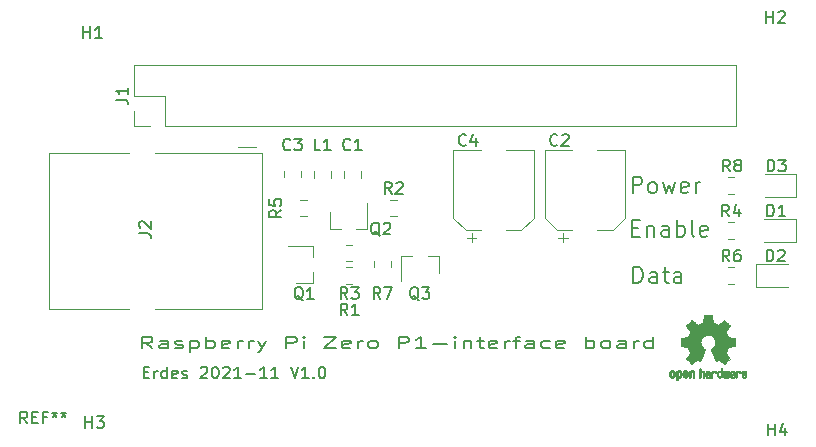
<source format=gto>
%TF.GenerationSoftware,KiCad,Pcbnew,5.1.5+dfsg1-2build2*%
%TF.CreationDate,2021-11-27T13:08:24+01:00*%
%TF.ProjectId,rpi-han-interface,7270692d-6861-46e2-9d69-6e7465726661,rev?*%
%TF.SameCoordinates,Original*%
%TF.FileFunction,Legend,Top*%
%TF.FilePolarity,Positive*%
%FSLAX46Y46*%
G04 Gerber Fmt 4.6, Leading zero omitted, Abs format (unit mm)*
G04 Created by KiCad (PCBNEW 5.1.5+dfsg1-2build2) date 2021-11-27 13:08:24*
%MOMM*%
%LPD*%
G04 APERTURE LIST*
%ADD10C,0.200000*%
%ADD11C,0.010000*%
%ADD12C,0.120000*%
%ADD13C,0.100000*%
%ADD14C,0.150000*%
%ADD15R,1.802000X1.802000*%
%ADD16O,1.802000X1.802000*%
%ADD17C,3.352000*%
%ADD18C,1.622000*%
%ADD19R,1.622000X1.622000*%
%ADD20R,1.002000X0.902000*%
%ADD21R,0.902000X1.002000*%
%ADD22C,2.602000*%
G04 APERTURE END LIST*
D10*
X160316000Y-114298333D02*
X160316000Y-112898333D01*
X160649333Y-112898333D01*
X160849333Y-112965000D01*
X160982666Y-113098333D01*
X161049333Y-113231666D01*
X161116000Y-113498333D01*
X161116000Y-113698333D01*
X161049333Y-113965000D01*
X160982666Y-114098333D01*
X160849333Y-114231666D01*
X160649333Y-114298333D01*
X160316000Y-114298333D01*
X162316000Y-114298333D02*
X162316000Y-113565000D01*
X162249333Y-113431666D01*
X162116000Y-113365000D01*
X161849333Y-113365000D01*
X161716000Y-113431666D01*
X162316000Y-114231666D02*
X162182666Y-114298333D01*
X161849333Y-114298333D01*
X161716000Y-114231666D01*
X161649333Y-114098333D01*
X161649333Y-113965000D01*
X161716000Y-113831666D01*
X161849333Y-113765000D01*
X162182666Y-113765000D01*
X162316000Y-113698333D01*
X162782666Y-113365000D02*
X163316000Y-113365000D01*
X162982666Y-112898333D02*
X162982666Y-114098333D01*
X163049333Y-114231666D01*
X163182666Y-114298333D01*
X163316000Y-114298333D01*
X164382666Y-114298333D02*
X164382666Y-113565000D01*
X164316000Y-113431666D01*
X164182666Y-113365000D01*
X163916000Y-113365000D01*
X163782666Y-113431666D01*
X164382666Y-114231666D02*
X164249333Y-114298333D01*
X163916000Y-114298333D01*
X163782666Y-114231666D01*
X163716000Y-114098333D01*
X163716000Y-113965000D01*
X163782666Y-113831666D01*
X163916000Y-113765000D01*
X164249333Y-113765000D01*
X164382666Y-113698333D01*
X160208333Y-109628000D02*
X160675000Y-109628000D01*
X160875000Y-110361333D02*
X160208333Y-110361333D01*
X160208333Y-108961333D01*
X160875000Y-108961333D01*
X161475000Y-109428000D02*
X161475000Y-110361333D01*
X161475000Y-109561333D02*
X161541666Y-109494666D01*
X161675000Y-109428000D01*
X161875000Y-109428000D01*
X162008333Y-109494666D01*
X162075000Y-109628000D01*
X162075000Y-110361333D01*
X163341666Y-110361333D02*
X163341666Y-109628000D01*
X163275000Y-109494666D01*
X163141666Y-109428000D01*
X162875000Y-109428000D01*
X162741666Y-109494666D01*
X163341666Y-110294666D02*
X163208333Y-110361333D01*
X162875000Y-110361333D01*
X162741666Y-110294666D01*
X162675000Y-110161333D01*
X162675000Y-110028000D01*
X162741666Y-109894666D01*
X162875000Y-109828000D01*
X163208333Y-109828000D01*
X163341666Y-109761333D01*
X164008333Y-110361333D02*
X164008333Y-108961333D01*
X164008333Y-109494666D02*
X164141666Y-109428000D01*
X164408333Y-109428000D01*
X164541666Y-109494666D01*
X164608333Y-109561333D01*
X164675000Y-109694666D01*
X164675000Y-110094666D01*
X164608333Y-110228000D01*
X164541666Y-110294666D01*
X164408333Y-110361333D01*
X164141666Y-110361333D01*
X164008333Y-110294666D01*
X165475000Y-110361333D02*
X165341666Y-110294666D01*
X165275000Y-110161333D01*
X165275000Y-108961333D01*
X166541666Y-110294666D02*
X166408333Y-110361333D01*
X166141666Y-110361333D01*
X166008333Y-110294666D01*
X165941666Y-110161333D01*
X165941666Y-109628000D01*
X166008333Y-109494666D01*
X166141666Y-109428000D01*
X166408333Y-109428000D01*
X166541666Y-109494666D01*
X166608333Y-109628000D01*
X166608333Y-109761333D01*
X165941666Y-109894666D01*
X160246333Y-106678333D02*
X160246333Y-105278333D01*
X160779666Y-105278333D01*
X160913000Y-105345000D01*
X160979666Y-105411666D01*
X161046333Y-105545000D01*
X161046333Y-105745000D01*
X160979666Y-105878333D01*
X160913000Y-105945000D01*
X160779666Y-106011666D01*
X160246333Y-106011666D01*
X161846333Y-106678333D02*
X161713000Y-106611666D01*
X161646333Y-106545000D01*
X161579666Y-106411666D01*
X161579666Y-106011666D01*
X161646333Y-105878333D01*
X161713000Y-105811666D01*
X161846333Y-105745000D01*
X162046333Y-105745000D01*
X162179666Y-105811666D01*
X162246333Y-105878333D01*
X162313000Y-106011666D01*
X162313000Y-106411666D01*
X162246333Y-106545000D01*
X162179666Y-106611666D01*
X162046333Y-106678333D01*
X161846333Y-106678333D01*
X162779666Y-105745000D02*
X163046333Y-106678333D01*
X163313000Y-106011666D01*
X163579666Y-106678333D01*
X163846333Y-105745000D01*
X164913000Y-106611666D02*
X164779666Y-106678333D01*
X164513000Y-106678333D01*
X164379666Y-106611666D01*
X164313000Y-106478333D01*
X164313000Y-105945000D01*
X164379666Y-105811666D01*
X164513000Y-105745000D01*
X164779666Y-105745000D01*
X164913000Y-105811666D01*
X164979666Y-105945000D01*
X164979666Y-106078333D01*
X164313000Y-106211666D01*
X165579666Y-106678333D02*
X165579666Y-105745000D01*
X165579666Y-106011666D02*
X165646333Y-105878333D01*
X165713000Y-105811666D01*
X165846333Y-105745000D01*
X165979666Y-105745000D01*
X118859095Y-121848571D02*
X119192428Y-121848571D01*
X119335285Y-122372380D02*
X118859095Y-122372380D01*
X118859095Y-121372380D01*
X119335285Y-121372380D01*
X119763857Y-122372380D02*
X119763857Y-121705714D01*
X119763857Y-121896190D02*
X119811476Y-121800952D01*
X119859095Y-121753333D01*
X119954333Y-121705714D01*
X120049571Y-121705714D01*
X120811476Y-122372380D02*
X120811476Y-121372380D01*
X120811476Y-122324761D02*
X120716238Y-122372380D01*
X120525761Y-122372380D01*
X120430523Y-122324761D01*
X120382904Y-122277142D01*
X120335285Y-122181904D01*
X120335285Y-121896190D01*
X120382904Y-121800952D01*
X120430523Y-121753333D01*
X120525761Y-121705714D01*
X120716238Y-121705714D01*
X120811476Y-121753333D01*
X121668619Y-122324761D02*
X121573380Y-122372380D01*
X121382904Y-122372380D01*
X121287666Y-122324761D01*
X121240047Y-122229523D01*
X121240047Y-121848571D01*
X121287666Y-121753333D01*
X121382904Y-121705714D01*
X121573380Y-121705714D01*
X121668619Y-121753333D01*
X121716238Y-121848571D01*
X121716238Y-121943809D01*
X121240047Y-122039047D01*
X122097190Y-122324761D02*
X122192428Y-122372380D01*
X122382904Y-122372380D01*
X122478142Y-122324761D01*
X122525761Y-122229523D01*
X122525761Y-122181904D01*
X122478142Y-122086666D01*
X122382904Y-122039047D01*
X122240047Y-122039047D01*
X122144809Y-121991428D01*
X122097190Y-121896190D01*
X122097190Y-121848571D01*
X122144809Y-121753333D01*
X122240047Y-121705714D01*
X122382904Y-121705714D01*
X122478142Y-121753333D01*
X123668619Y-121467619D02*
X123716238Y-121420000D01*
X123811476Y-121372380D01*
X124049571Y-121372380D01*
X124144809Y-121420000D01*
X124192428Y-121467619D01*
X124240047Y-121562857D01*
X124240047Y-121658095D01*
X124192428Y-121800952D01*
X123621000Y-122372380D01*
X124240047Y-122372380D01*
X124859095Y-121372380D02*
X124954333Y-121372380D01*
X125049571Y-121420000D01*
X125097190Y-121467619D01*
X125144809Y-121562857D01*
X125192428Y-121753333D01*
X125192428Y-121991428D01*
X125144809Y-122181904D01*
X125097190Y-122277142D01*
X125049571Y-122324761D01*
X124954333Y-122372380D01*
X124859095Y-122372380D01*
X124763857Y-122324761D01*
X124716238Y-122277142D01*
X124668619Y-122181904D01*
X124621000Y-121991428D01*
X124621000Y-121753333D01*
X124668619Y-121562857D01*
X124716238Y-121467619D01*
X124763857Y-121420000D01*
X124859095Y-121372380D01*
X125573380Y-121467619D02*
X125621000Y-121420000D01*
X125716238Y-121372380D01*
X125954333Y-121372380D01*
X126049571Y-121420000D01*
X126097190Y-121467619D01*
X126144809Y-121562857D01*
X126144809Y-121658095D01*
X126097190Y-121800952D01*
X125525761Y-122372380D01*
X126144809Y-122372380D01*
X127097190Y-122372380D02*
X126525761Y-122372380D01*
X126811476Y-122372380D02*
X126811476Y-121372380D01*
X126716238Y-121515238D01*
X126621000Y-121610476D01*
X126525761Y-121658095D01*
X127525761Y-121991428D02*
X128287666Y-121991428D01*
X129287666Y-122372380D02*
X128716238Y-122372380D01*
X129001952Y-122372380D02*
X129001952Y-121372380D01*
X128906714Y-121515238D01*
X128811476Y-121610476D01*
X128716238Y-121658095D01*
X130240047Y-122372380D02*
X129668619Y-122372380D01*
X129954333Y-122372380D02*
X129954333Y-121372380D01*
X129859095Y-121515238D01*
X129763857Y-121610476D01*
X129668619Y-121658095D01*
X131287666Y-121372380D02*
X131621000Y-122372380D01*
X131954333Y-121372380D01*
X132811476Y-122372380D02*
X132240047Y-122372380D01*
X132525761Y-122372380D02*
X132525761Y-121372380D01*
X132430523Y-121515238D01*
X132335285Y-121610476D01*
X132240047Y-121658095D01*
X133240047Y-122277142D02*
X133287666Y-122324761D01*
X133240047Y-122372380D01*
X133192428Y-122324761D01*
X133240047Y-122277142D01*
X133240047Y-122372380D01*
X133906714Y-121372380D02*
X134001952Y-121372380D01*
X134097190Y-121420000D01*
X134144809Y-121467619D01*
X134192428Y-121562857D01*
X134240047Y-121753333D01*
X134240047Y-121991428D01*
X134192428Y-122181904D01*
X134144809Y-122277142D01*
X134097190Y-122324761D01*
X134001952Y-122372380D01*
X133906714Y-122372380D01*
X133811476Y-122324761D01*
X133763857Y-122277142D01*
X133716238Y-122181904D01*
X133668619Y-121991428D01*
X133668619Y-121753333D01*
X133716238Y-121562857D01*
X133763857Y-121467619D01*
X133811476Y-121420000D01*
X133906714Y-121372380D01*
X119585000Y-119832380D02*
X119085000Y-119356190D01*
X118727857Y-119832380D02*
X118727857Y-118832380D01*
X119299285Y-118832380D01*
X119442142Y-118880000D01*
X119513571Y-118927619D01*
X119585000Y-119022857D01*
X119585000Y-119165714D01*
X119513571Y-119260952D01*
X119442142Y-119308571D01*
X119299285Y-119356190D01*
X118727857Y-119356190D01*
X120870714Y-119832380D02*
X120870714Y-119308571D01*
X120799285Y-119213333D01*
X120656428Y-119165714D01*
X120370714Y-119165714D01*
X120227857Y-119213333D01*
X120870714Y-119784761D02*
X120727857Y-119832380D01*
X120370714Y-119832380D01*
X120227857Y-119784761D01*
X120156428Y-119689523D01*
X120156428Y-119594285D01*
X120227857Y-119499047D01*
X120370714Y-119451428D01*
X120727857Y-119451428D01*
X120870714Y-119403809D01*
X121513571Y-119784761D02*
X121656428Y-119832380D01*
X121942142Y-119832380D01*
X122085000Y-119784761D01*
X122156428Y-119689523D01*
X122156428Y-119641904D01*
X122085000Y-119546666D01*
X121942142Y-119499047D01*
X121727857Y-119499047D01*
X121585000Y-119451428D01*
X121513571Y-119356190D01*
X121513571Y-119308571D01*
X121585000Y-119213333D01*
X121727857Y-119165714D01*
X121942142Y-119165714D01*
X122085000Y-119213333D01*
X122799285Y-119165714D02*
X122799285Y-120165714D01*
X122799285Y-119213333D02*
X122942142Y-119165714D01*
X123227857Y-119165714D01*
X123370714Y-119213333D01*
X123442142Y-119260952D01*
X123513571Y-119356190D01*
X123513571Y-119641904D01*
X123442142Y-119737142D01*
X123370714Y-119784761D01*
X123227857Y-119832380D01*
X122942142Y-119832380D01*
X122799285Y-119784761D01*
X124156428Y-119832380D02*
X124156428Y-118832380D01*
X124156428Y-119213333D02*
X124299285Y-119165714D01*
X124585000Y-119165714D01*
X124727857Y-119213333D01*
X124799285Y-119260952D01*
X124870714Y-119356190D01*
X124870714Y-119641904D01*
X124799285Y-119737142D01*
X124727857Y-119784761D01*
X124585000Y-119832380D01*
X124299285Y-119832380D01*
X124156428Y-119784761D01*
X126085000Y-119784761D02*
X125942142Y-119832380D01*
X125656428Y-119832380D01*
X125513571Y-119784761D01*
X125442142Y-119689523D01*
X125442142Y-119308571D01*
X125513571Y-119213333D01*
X125656428Y-119165714D01*
X125942142Y-119165714D01*
X126085000Y-119213333D01*
X126156428Y-119308571D01*
X126156428Y-119403809D01*
X125442142Y-119499047D01*
X126799285Y-119832380D02*
X126799285Y-119165714D01*
X126799285Y-119356190D02*
X126870714Y-119260952D01*
X126942142Y-119213333D01*
X127085000Y-119165714D01*
X127227857Y-119165714D01*
X127727857Y-119832380D02*
X127727857Y-119165714D01*
X127727857Y-119356190D02*
X127799285Y-119260952D01*
X127870714Y-119213333D01*
X128013571Y-119165714D01*
X128156428Y-119165714D01*
X128513571Y-119165714D02*
X128870714Y-119832380D01*
X129227857Y-119165714D02*
X128870714Y-119832380D01*
X128727857Y-120070476D01*
X128656428Y-120118095D01*
X128513571Y-120165714D01*
X130942142Y-119832380D02*
X130942142Y-118832380D01*
X131513571Y-118832380D01*
X131656428Y-118880000D01*
X131727857Y-118927619D01*
X131799285Y-119022857D01*
X131799285Y-119165714D01*
X131727857Y-119260952D01*
X131656428Y-119308571D01*
X131513571Y-119356190D01*
X130942142Y-119356190D01*
X132442142Y-119832380D02*
X132442142Y-119165714D01*
X132442142Y-118832380D02*
X132370714Y-118880000D01*
X132442142Y-118927619D01*
X132513571Y-118880000D01*
X132442142Y-118832380D01*
X132442142Y-118927619D01*
X134156428Y-118832380D02*
X135156428Y-118832380D01*
X134156428Y-119832380D01*
X135156428Y-119832380D01*
X136299285Y-119784761D02*
X136156428Y-119832380D01*
X135870714Y-119832380D01*
X135727857Y-119784761D01*
X135656428Y-119689523D01*
X135656428Y-119308571D01*
X135727857Y-119213333D01*
X135870714Y-119165714D01*
X136156428Y-119165714D01*
X136299285Y-119213333D01*
X136370714Y-119308571D01*
X136370714Y-119403809D01*
X135656428Y-119499047D01*
X137013571Y-119832380D02*
X137013571Y-119165714D01*
X137013571Y-119356190D02*
X137085000Y-119260952D01*
X137156428Y-119213333D01*
X137299285Y-119165714D01*
X137442142Y-119165714D01*
X138156428Y-119832380D02*
X138013571Y-119784761D01*
X137942142Y-119737142D01*
X137870714Y-119641904D01*
X137870714Y-119356190D01*
X137942142Y-119260952D01*
X138013571Y-119213333D01*
X138156428Y-119165714D01*
X138370714Y-119165714D01*
X138513571Y-119213333D01*
X138585000Y-119260952D01*
X138656428Y-119356190D01*
X138656428Y-119641904D01*
X138585000Y-119737142D01*
X138513571Y-119784761D01*
X138370714Y-119832380D01*
X138156428Y-119832380D01*
X140442142Y-119832380D02*
X140442142Y-118832380D01*
X141013571Y-118832380D01*
X141156428Y-118880000D01*
X141227857Y-118927619D01*
X141299285Y-119022857D01*
X141299285Y-119165714D01*
X141227857Y-119260952D01*
X141156428Y-119308571D01*
X141013571Y-119356190D01*
X140442142Y-119356190D01*
X142727857Y-119832380D02*
X141870714Y-119832380D01*
X142299285Y-119832380D02*
X142299285Y-118832380D01*
X142156428Y-118975238D01*
X142013571Y-119070476D01*
X141870714Y-119118095D01*
X143370714Y-119451428D02*
X144513571Y-119451428D01*
X145227857Y-119832380D02*
X145227857Y-119165714D01*
X145227857Y-118832380D02*
X145156428Y-118880000D01*
X145227857Y-118927619D01*
X145299285Y-118880000D01*
X145227857Y-118832380D01*
X145227857Y-118927619D01*
X145942142Y-119165714D02*
X145942142Y-119832380D01*
X145942142Y-119260952D02*
X146013571Y-119213333D01*
X146156428Y-119165714D01*
X146370714Y-119165714D01*
X146513571Y-119213333D01*
X146585000Y-119308571D01*
X146585000Y-119832380D01*
X147085000Y-119165714D02*
X147656428Y-119165714D01*
X147299285Y-118832380D02*
X147299285Y-119689523D01*
X147370714Y-119784761D01*
X147513571Y-119832380D01*
X147656428Y-119832380D01*
X148727857Y-119784761D02*
X148585000Y-119832380D01*
X148299285Y-119832380D01*
X148156428Y-119784761D01*
X148085000Y-119689523D01*
X148085000Y-119308571D01*
X148156428Y-119213333D01*
X148299285Y-119165714D01*
X148585000Y-119165714D01*
X148727857Y-119213333D01*
X148799285Y-119308571D01*
X148799285Y-119403809D01*
X148085000Y-119499047D01*
X149442142Y-119832380D02*
X149442142Y-119165714D01*
X149442142Y-119356190D02*
X149513571Y-119260952D01*
X149585000Y-119213333D01*
X149727857Y-119165714D01*
X149870714Y-119165714D01*
X150156428Y-119165714D02*
X150727857Y-119165714D01*
X150370714Y-119832380D02*
X150370714Y-118975238D01*
X150442142Y-118880000D01*
X150585000Y-118832380D01*
X150727857Y-118832380D01*
X151870714Y-119832380D02*
X151870714Y-119308571D01*
X151799285Y-119213333D01*
X151656428Y-119165714D01*
X151370714Y-119165714D01*
X151227857Y-119213333D01*
X151870714Y-119784761D02*
X151727857Y-119832380D01*
X151370714Y-119832380D01*
X151227857Y-119784761D01*
X151156428Y-119689523D01*
X151156428Y-119594285D01*
X151227857Y-119499047D01*
X151370714Y-119451428D01*
X151727857Y-119451428D01*
X151870714Y-119403809D01*
X153227857Y-119784761D02*
X153085000Y-119832380D01*
X152799285Y-119832380D01*
X152656428Y-119784761D01*
X152585000Y-119737142D01*
X152513571Y-119641904D01*
X152513571Y-119356190D01*
X152585000Y-119260952D01*
X152656428Y-119213333D01*
X152799285Y-119165714D01*
X153085000Y-119165714D01*
X153227857Y-119213333D01*
X154442142Y-119784761D02*
X154299285Y-119832380D01*
X154013571Y-119832380D01*
X153870714Y-119784761D01*
X153799285Y-119689523D01*
X153799285Y-119308571D01*
X153870714Y-119213333D01*
X154013571Y-119165714D01*
X154299285Y-119165714D01*
X154442142Y-119213333D01*
X154513571Y-119308571D01*
X154513571Y-119403809D01*
X153799285Y-119499047D01*
X156299285Y-119832380D02*
X156299285Y-118832380D01*
X156299285Y-119213333D02*
X156442142Y-119165714D01*
X156727857Y-119165714D01*
X156870714Y-119213333D01*
X156942142Y-119260952D01*
X157013571Y-119356190D01*
X157013571Y-119641904D01*
X156942142Y-119737142D01*
X156870714Y-119784761D01*
X156727857Y-119832380D01*
X156442142Y-119832380D01*
X156299285Y-119784761D01*
X157870714Y-119832380D02*
X157727857Y-119784761D01*
X157656428Y-119737142D01*
X157585000Y-119641904D01*
X157585000Y-119356190D01*
X157656428Y-119260952D01*
X157727857Y-119213333D01*
X157870714Y-119165714D01*
X158085000Y-119165714D01*
X158227857Y-119213333D01*
X158299285Y-119260952D01*
X158370714Y-119356190D01*
X158370714Y-119641904D01*
X158299285Y-119737142D01*
X158227857Y-119784761D01*
X158085000Y-119832380D01*
X157870714Y-119832380D01*
X159656428Y-119832380D02*
X159656428Y-119308571D01*
X159585000Y-119213333D01*
X159442142Y-119165714D01*
X159156428Y-119165714D01*
X159013571Y-119213333D01*
X159656428Y-119784761D02*
X159513571Y-119832380D01*
X159156428Y-119832380D01*
X159013571Y-119784761D01*
X158942142Y-119689523D01*
X158942142Y-119594285D01*
X159013571Y-119499047D01*
X159156428Y-119451428D01*
X159513571Y-119451428D01*
X159656428Y-119403809D01*
X160370714Y-119832380D02*
X160370714Y-119165714D01*
X160370714Y-119356190D02*
X160442142Y-119260952D01*
X160513571Y-119213333D01*
X160656428Y-119165714D01*
X160799285Y-119165714D01*
X161942142Y-119832380D02*
X161942142Y-118832380D01*
X161942142Y-119784761D02*
X161799285Y-119832380D01*
X161513571Y-119832380D01*
X161370714Y-119784761D01*
X161299285Y-119737142D01*
X161227857Y-119641904D01*
X161227857Y-119356190D01*
X161299285Y-119260952D01*
X161370714Y-119213333D01*
X161513571Y-119165714D01*
X161799285Y-119165714D01*
X161942142Y-119213333D01*
D11*
G36*
X166727910Y-117003348D02*
G01*
X166806454Y-117003778D01*
X166863298Y-117004942D01*
X166902105Y-117007207D01*
X166926538Y-117010940D01*
X166940262Y-117016506D01*
X166946940Y-117024273D01*
X166950236Y-117034605D01*
X166950556Y-117035943D01*
X166955562Y-117060079D01*
X166964829Y-117107701D01*
X166977392Y-117173741D01*
X166992287Y-117253128D01*
X167008551Y-117340796D01*
X167009119Y-117343875D01*
X167025410Y-117429789D01*
X167040652Y-117505696D01*
X167053861Y-117567045D01*
X167064054Y-117609282D01*
X167070248Y-117627855D01*
X167070543Y-117628184D01*
X167088788Y-117637253D01*
X167126405Y-117652367D01*
X167175271Y-117670262D01*
X167175543Y-117670358D01*
X167237093Y-117693493D01*
X167309657Y-117722965D01*
X167378057Y-117752597D01*
X167381294Y-117754062D01*
X167492702Y-117804626D01*
X167739399Y-117636160D01*
X167815077Y-117584803D01*
X167883631Y-117538889D01*
X167941088Y-117501030D01*
X167983476Y-117473837D01*
X168006825Y-117459921D01*
X168009042Y-117458889D01*
X168026010Y-117463484D01*
X168057701Y-117485655D01*
X168105352Y-117526447D01*
X168170198Y-117586905D01*
X168236397Y-117651227D01*
X168300214Y-117714612D01*
X168357329Y-117772451D01*
X168404305Y-117821175D01*
X168437703Y-117857210D01*
X168454085Y-117876984D01*
X168454694Y-117878002D01*
X168456505Y-117891572D01*
X168449683Y-117913733D01*
X168432540Y-117947478D01*
X168403393Y-117995800D01*
X168360555Y-118061692D01*
X168303448Y-118146517D01*
X168252766Y-118221177D01*
X168207461Y-118288140D01*
X168170150Y-118343516D01*
X168143452Y-118383420D01*
X168129985Y-118403962D01*
X168129137Y-118405356D01*
X168130781Y-118425038D01*
X168143245Y-118463293D01*
X168164048Y-118512889D01*
X168171462Y-118528728D01*
X168203814Y-118599290D01*
X168238328Y-118679353D01*
X168266365Y-118748629D01*
X168286568Y-118800045D01*
X168302615Y-118839119D01*
X168311888Y-118859541D01*
X168313041Y-118861114D01*
X168330096Y-118863721D01*
X168370298Y-118870863D01*
X168428302Y-118881523D01*
X168498763Y-118894685D01*
X168576335Y-118909333D01*
X168655672Y-118924449D01*
X168731431Y-118939018D01*
X168798264Y-118952022D01*
X168850828Y-118962445D01*
X168883776Y-118969270D01*
X168891857Y-118971199D01*
X168900205Y-118975962D01*
X168906506Y-118986718D01*
X168911045Y-119007098D01*
X168914104Y-119040734D01*
X168915967Y-119091255D01*
X168916918Y-119162292D01*
X168917240Y-119257476D01*
X168917257Y-119296492D01*
X168917257Y-119613799D01*
X168841057Y-119628839D01*
X168798663Y-119636995D01*
X168735400Y-119648899D01*
X168658962Y-119663116D01*
X168577043Y-119678210D01*
X168554400Y-119682355D01*
X168478806Y-119697053D01*
X168412953Y-119711505D01*
X168362366Y-119724375D01*
X168332574Y-119734322D01*
X168327612Y-119737287D01*
X168315426Y-119758283D01*
X168297953Y-119798967D01*
X168278577Y-119851322D01*
X168274734Y-119862600D01*
X168249339Y-119932523D01*
X168217817Y-120011418D01*
X168186969Y-120082266D01*
X168186817Y-120082595D01*
X168135447Y-120193733D01*
X168304399Y-120442253D01*
X168473352Y-120690772D01*
X168256429Y-120908058D01*
X168190819Y-120972726D01*
X168130979Y-121029733D01*
X168080267Y-121076033D01*
X168042046Y-121108584D01*
X168019675Y-121124343D01*
X168016466Y-121125343D01*
X167997626Y-121117469D01*
X167959180Y-121095578D01*
X167905330Y-121062267D01*
X167840276Y-121020131D01*
X167769940Y-120972943D01*
X167698555Y-120924810D01*
X167634908Y-120882928D01*
X167583041Y-120849871D01*
X167546995Y-120828218D01*
X167530867Y-120820543D01*
X167511189Y-120827037D01*
X167473875Y-120844150D01*
X167426621Y-120868326D01*
X167421612Y-120871013D01*
X167357977Y-120902927D01*
X167314341Y-120918579D01*
X167287202Y-120918745D01*
X167273057Y-120904204D01*
X167272975Y-120904000D01*
X167265905Y-120886779D01*
X167249042Y-120845899D01*
X167223695Y-120784525D01*
X167191171Y-120705819D01*
X167152778Y-120612947D01*
X167109822Y-120509072D01*
X167068222Y-120408502D01*
X167022504Y-120297516D01*
X166980526Y-120194703D01*
X166943548Y-120103215D01*
X166912827Y-120026201D01*
X166889622Y-119966815D01*
X166875190Y-119928209D01*
X166870743Y-119913800D01*
X166881896Y-119897272D01*
X166911069Y-119870930D01*
X166949971Y-119841887D01*
X167060757Y-119750039D01*
X167147351Y-119644759D01*
X167208716Y-119528266D01*
X167243815Y-119402776D01*
X167251608Y-119270507D01*
X167245943Y-119209457D01*
X167215078Y-119082795D01*
X167161920Y-118970941D01*
X167089767Y-118875001D01*
X167001917Y-118796076D01*
X166901665Y-118735270D01*
X166792310Y-118693687D01*
X166677147Y-118672428D01*
X166559475Y-118672599D01*
X166442590Y-118695301D01*
X166329789Y-118741638D01*
X166224369Y-118812713D01*
X166180368Y-118852911D01*
X166095979Y-118956129D01*
X166037222Y-119068925D01*
X166003704Y-119188010D01*
X165995035Y-119310095D01*
X166010823Y-119431893D01*
X166050678Y-119550116D01*
X166114207Y-119661475D01*
X166201021Y-119762684D01*
X166298029Y-119841887D01*
X166338437Y-119872162D01*
X166366982Y-119898219D01*
X166377257Y-119913825D01*
X166371877Y-119930843D01*
X166356575Y-119971500D01*
X166332612Y-120032642D01*
X166301244Y-120111119D01*
X166263732Y-120203780D01*
X166221333Y-120307472D01*
X166179663Y-120408526D01*
X166133690Y-120519607D01*
X166091107Y-120622541D01*
X166053221Y-120714165D01*
X166021340Y-120791316D01*
X165996771Y-120850831D01*
X165980820Y-120889544D01*
X165974910Y-120904000D01*
X165960948Y-120918685D01*
X165933940Y-120918642D01*
X165890413Y-120903099D01*
X165826890Y-120871284D01*
X165826388Y-120871013D01*
X165778560Y-120846323D01*
X165739897Y-120828338D01*
X165718095Y-120820614D01*
X165717133Y-120820543D01*
X165700721Y-120828378D01*
X165664487Y-120850165D01*
X165612474Y-120883328D01*
X165548725Y-120925291D01*
X165478060Y-120972943D01*
X165406116Y-121021191D01*
X165341274Y-121063151D01*
X165287735Y-121096227D01*
X165249697Y-121117821D01*
X165231533Y-121125343D01*
X165214808Y-121115457D01*
X165181180Y-121087826D01*
X165134010Y-121045495D01*
X165076658Y-120991505D01*
X165012484Y-120928899D01*
X164991497Y-120907983D01*
X164774499Y-120690623D01*
X164939668Y-120448220D01*
X164989864Y-120373781D01*
X165033919Y-120306972D01*
X165069362Y-120251665D01*
X165093719Y-120211729D01*
X165104522Y-120191036D01*
X165104838Y-120189563D01*
X165099143Y-120170058D01*
X165083826Y-120130822D01*
X165061537Y-120078430D01*
X165045893Y-120043355D01*
X165016641Y-119976201D01*
X164989094Y-119908358D01*
X164967737Y-119851034D01*
X164961935Y-119833572D01*
X164945452Y-119786938D01*
X164929340Y-119750905D01*
X164920490Y-119737287D01*
X164900960Y-119728952D01*
X164858334Y-119717137D01*
X164798145Y-119703181D01*
X164725922Y-119688422D01*
X164693600Y-119682355D01*
X164611522Y-119667273D01*
X164532795Y-119652669D01*
X164465109Y-119639980D01*
X164416160Y-119630642D01*
X164406943Y-119628839D01*
X164330743Y-119613799D01*
X164330743Y-119296492D01*
X164330914Y-119192154D01*
X164331616Y-119113213D01*
X164333134Y-119056038D01*
X164335749Y-119016999D01*
X164339746Y-118992465D01*
X164345409Y-118978805D01*
X164353020Y-118972389D01*
X164356143Y-118971199D01*
X164374978Y-118966980D01*
X164416588Y-118958562D01*
X164475630Y-118946961D01*
X164546757Y-118933195D01*
X164624625Y-118918280D01*
X164703887Y-118903232D01*
X164779198Y-118889069D01*
X164845213Y-118876806D01*
X164896587Y-118867461D01*
X164927975Y-118862050D01*
X164934959Y-118861114D01*
X164941285Y-118848596D01*
X164955290Y-118815246D01*
X164974355Y-118767377D01*
X164981634Y-118748629D01*
X165010996Y-118676195D01*
X165045571Y-118596170D01*
X165076537Y-118528728D01*
X165099323Y-118477159D01*
X165114482Y-118434785D01*
X165119542Y-118408834D01*
X165118736Y-118405356D01*
X165108041Y-118388936D01*
X165083620Y-118352417D01*
X165048095Y-118299687D01*
X165004087Y-118234635D01*
X164954217Y-118161151D01*
X164944356Y-118146645D01*
X164886492Y-118060704D01*
X164843956Y-117995261D01*
X164815054Y-117947304D01*
X164798090Y-117913820D01*
X164791367Y-117891795D01*
X164793190Y-117878217D01*
X164793236Y-117878131D01*
X164807586Y-117860297D01*
X164839323Y-117825817D01*
X164885010Y-117778268D01*
X164941204Y-117721222D01*
X165004468Y-117658255D01*
X165011602Y-117651227D01*
X165091330Y-117574020D01*
X165152857Y-117517330D01*
X165197421Y-117480110D01*
X165226257Y-117461315D01*
X165238958Y-117458889D01*
X165257494Y-117469471D01*
X165295961Y-117493916D01*
X165350386Y-117529612D01*
X165416798Y-117573947D01*
X165491225Y-117624311D01*
X165508601Y-117636160D01*
X165755297Y-117804626D01*
X165866706Y-117754062D01*
X165934457Y-117724595D01*
X166007183Y-117694959D01*
X166069703Y-117671330D01*
X166072457Y-117670358D01*
X166121360Y-117652457D01*
X166159057Y-117637320D01*
X166177425Y-117628210D01*
X166177456Y-117628184D01*
X166183285Y-117611717D01*
X166193192Y-117571219D01*
X166206195Y-117511242D01*
X166221309Y-117436340D01*
X166237552Y-117351064D01*
X166238881Y-117343875D01*
X166255175Y-117256014D01*
X166270133Y-117176260D01*
X166282791Y-117109681D01*
X166292186Y-117061347D01*
X166297354Y-117036325D01*
X166297444Y-117035943D01*
X166300589Y-117025299D01*
X166306704Y-117017262D01*
X166319453Y-117011467D01*
X166342500Y-117007547D01*
X166379509Y-117005135D01*
X166434144Y-117003865D01*
X166510067Y-117003371D01*
X166610944Y-117003286D01*
X166624000Y-117003286D01*
X166727910Y-117003348D01*
G37*
X166727910Y-117003348D02*
X166806454Y-117003778D01*
X166863298Y-117004942D01*
X166902105Y-117007207D01*
X166926538Y-117010940D01*
X166940262Y-117016506D01*
X166946940Y-117024273D01*
X166950236Y-117034605D01*
X166950556Y-117035943D01*
X166955562Y-117060079D01*
X166964829Y-117107701D01*
X166977392Y-117173741D01*
X166992287Y-117253128D01*
X167008551Y-117340796D01*
X167009119Y-117343875D01*
X167025410Y-117429789D01*
X167040652Y-117505696D01*
X167053861Y-117567045D01*
X167064054Y-117609282D01*
X167070248Y-117627855D01*
X167070543Y-117628184D01*
X167088788Y-117637253D01*
X167126405Y-117652367D01*
X167175271Y-117670262D01*
X167175543Y-117670358D01*
X167237093Y-117693493D01*
X167309657Y-117722965D01*
X167378057Y-117752597D01*
X167381294Y-117754062D01*
X167492702Y-117804626D01*
X167739399Y-117636160D01*
X167815077Y-117584803D01*
X167883631Y-117538889D01*
X167941088Y-117501030D01*
X167983476Y-117473837D01*
X168006825Y-117459921D01*
X168009042Y-117458889D01*
X168026010Y-117463484D01*
X168057701Y-117485655D01*
X168105352Y-117526447D01*
X168170198Y-117586905D01*
X168236397Y-117651227D01*
X168300214Y-117714612D01*
X168357329Y-117772451D01*
X168404305Y-117821175D01*
X168437703Y-117857210D01*
X168454085Y-117876984D01*
X168454694Y-117878002D01*
X168456505Y-117891572D01*
X168449683Y-117913733D01*
X168432540Y-117947478D01*
X168403393Y-117995800D01*
X168360555Y-118061692D01*
X168303448Y-118146517D01*
X168252766Y-118221177D01*
X168207461Y-118288140D01*
X168170150Y-118343516D01*
X168143452Y-118383420D01*
X168129985Y-118403962D01*
X168129137Y-118405356D01*
X168130781Y-118425038D01*
X168143245Y-118463293D01*
X168164048Y-118512889D01*
X168171462Y-118528728D01*
X168203814Y-118599290D01*
X168238328Y-118679353D01*
X168266365Y-118748629D01*
X168286568Y-118800045D01*
X168302615Y-118839119D01*
X168311888Y-118859541D01*
X168313041Y-118861114D01*
X168330096Y-118863721D01*
X168370298Y-118870863D01*
X168428302Y-118881523D01*
X168498763Y-118894685D01*
X168576335Y-118909333D01*
X168655672Y-118924449D01*
X168731431Y-118939018D01*
X168798264Y-118952022D01*
X168850828Y-118962445D01*
X168883776Y-118969270D01*
X168891857Y-118971199D01*
X168900205Y-118975962D01*
X168906506Y-118986718D01*
X168911045Y-119007098D01*
X168914104Y-119040734D01*
X168915967Y-119091255D01*
X168916918Y-119162292D01*
X168917240Y-119257476D01*
X168917257Y-119296492D01*
X168917257Y-119613799D01*
X168841057Y-119628839D01*
X168798663Y-119636995D01*
X168735400Y-119648899D01*
X168658962Y-119663116D01*
X168577043Y-119678210D01*
X168554400Y-119682355D01*
X168478806Y-119697053D01*
X168412953Y-119711505D01*
X168362366Y-119724375D01*
X168332574Y-119734322D01*
X168327612Y-119737287D01*
X168315426Y-119758283D01*
X168297953Y-119798967D01*
X168278577Y-119851322D01*
X168274734Y-119862600D01*
X168249339Y-119932523D01*
X168217817Y-120011418D01*
X168186969Y-120082266D01*
X168186817Y-120082595D01*
X168135447Y-120193733D01*
X168304399Y-120442253D01*
X168473352Y-120690772D01*
X168256429Y-120908058D01*
X168190819Y-120972726D01*
X168130979Y-121029733D01*
X168080267Y-121076033D01*
X168042046Y-121108584D01*
X168019675Y-121124343D01*
X168016466Y-121125343D01*
X167997626Y-121117469D01*
X167959180Y-121095578D01*
X167905330Y-121062267D01*
X167840276Y-121020131D01*
X167769940Y-120972943D01*
X167698555Y-120924810D01*
X167634908Y-120882928D01*
X167583041Y-120849871D01*
X167546995Y-120828218D01*
X167530867Y-120820543D01*
X167511189Y-120827037D01*
X167473875Y-120844150D01*
X167426621Y-120868326D01*
X167421612Y-120871013D01*
X167357977Y-120902927D01*
X167314341Y-120918579D01*
X167287202Y-120918745D01*
X167273057Y-120904204D01*
X167272975Y-120904000D01*
X167265905Y-120886779D01*
X167249042Y-120845899D01*
X167223695Y-120784525D01*
X167191171Y-120705819D01*
X167152778Y-120612947D01*
X167109822Y-120509072D01*
X167068222Y-120408502D01*
X167022504Y-120297516D01*
X166980526Y-120194703D01*
X166943548Y-120103215D01*
X166912827Y-120026201D01*
X166889622Y-119966815D01*
X166875190Y-119928209D01*
X166870743Y-119913800D01*
X166881896Y-119897272D01*
X166911069Y-119870930D01*
X166949971Y-119841887D01*
X167060757Y-119750039D01*
X167147351Y-119644759D01*
X167208716Y-119528266D01*
X167243815Y-119402776D01*
X167251608Y-119270507D01*
X167245943Y-119209457D01*
X167215078Y-119082795D01*
X167161920Y-118970941D01*
X167089767Y-118875001D01*
X167001917Y-118796076D01*
X166901665Y-118735270D01*
X166792310Y-118693687D01*
X166677147Y-118672428D01*
X166559475Y-118672599D01*
X166442590Y-118695301D01*
X166329789Y-118741638D01*
X166224369Y-118812713D01*
X166180368Y-118852911D01*
X166095979Y-118956129D01*
X166037222Y-119068925D01*
X166003704Y-119188010D01*
X165995035Y-119310095D01*
X166010823Y-119431893D01*
X166050678Y-119550116D01*
X166114207Y-119661475D01*
X166201021Y-119762684D01*
X166298029Y-119841887D01*
X166338437Y-119872162D01*
X166366982Y-119898219D01*
X166377257Y-119913825D01*
X166371877Y-119930843D01*
X166356575Y-119971500D01*
X166332612Y-120032642D01*
X166301244Y-120111119D01*
X166263732Y-120203780D01*
X166221333Y-120307472D01*
X166179663Y-120408526D01*
X166133690Y-120519607D01*
X166091107Y-120622541D01*
X166053221Y-120714165D01*
X166021340Y-120791316D01*
X165996771Y-120850831D01*
X165980820Y-120889544D01*
X165974910Y-120904000D01*
X165960948Y-120918685D01*
X165933940Y-120918642D01*
X165890413Y-120903099D01*
X165826890Y-120871284D01*
X165826388Y-120871013D01*
X165778560Y-120846323D01*
X165739897Y-120828338D01*
X165718095Y-120820614D01*
X165717133Y-120820543D01*
X165700721Y-120828378D01*
X165664487Y-120850165D01*
X165612474Y-120883328D01*
X165548725Y-120925291D01*
X165478060Y-120972943D01*
X165406116Y-121021191D01*
X165341274Y-121063151D01*
X165287735Y-121096227D01*
X165249697Y-121117821D01*
X165231533Y-121125343D01*
X165214808Y-121115457D01*
X165181180Y-121087826D01*
X165134010Y-121045495D01*
X165076658Y-120991505D01*
X165012484Y-120928899D01*
X164991497Y-120907983D01*
X164774499Y-120690623D01*
X164939668Y-120448220D01*
X164989864Y-120373781D01*
X165033919Y-120306972D01*
X165069362Y-120251665D01*
X165093719Y-120211729D01*
X165104522Y-120191036D01*
X165104838Y-120189563D01*
X165099143Y-120170058D01*
X165083826Y-120130822D01*
X165061537Y-120078430D01*
X165045893Y-120043355D01*
X165016641Y-119976201D01*
X164989094Y-119908358D01*
X164967737Y-119851034D01*
X164961935Y-119833572D01*
X164945452Y-119786938D01*
X164929340Y-119750905D01*
X164920490Y-119737287D01*
X164900960Y-119728952D01*
X164858334Y-119717137D01*
X164798145Y-119703181D01*
X164725922Y-119688422D01*
X164693600Y-119682355D01*
X164611522Y-119667273D01*
X164532795Y-119652669D01*
X164465109Y-119639980D01*
X164416160Y-119630642D01*
X164406943Y-119628839D01*
X164330743Y-119613799D01*
X164330743Y-119296492D01*
X164330914Y-119192154D01*
X164331616Y-119113213D01*
X164333134Y-119056038D01*
X164335749Y-119016999D01*
X164339746Y-118992465D01*
X164345409Y-118978805D01*
X164353020Y-118972389D01*
X164356143Y-118971199D01*
X164374978Y-118966980D01*
X164416588Y-118958562D01*
X164475630Y-118946961D01*
X164546757Y-118933195D01*
X164624625Y-118918280D01*
X164703887Y-118903232D01*
X164779198Y-118889069D01*
X164845213Y-118876806D01*
X164896587Y-118867461D01*
X164927975Y-118862050D01*
X164934959Y-118861114D01*
X164941285Y-118848596D01*
X164955290Y-118815246D01*
X164974355Y-118767377D01*
X164981634Y-118748629D01*
X165010996Y-118676195D01*
X165045571Y-118596170D01*
X165076537Y-118528728D01*
X165099323Y-118477159D01*
X165114482Y-118434785D01*
X165119542Y-118408834D01*
X165118736Y-118405356D01*
X165108041Y-118388936D01*
X165083620Y-118352417D01*
X165048095Y-118299687D01*
X165004087Y-118234635D01*
X164954217Y-118161151D01*
X164944356Y-118146645D01*
X164886492Y-118060704D01*
X164843956Y-117995261D01*
X164815054Y-117947304D01*
X164798090Y-117913820D01*
X164791367Y-117891795D01*
X164793190Y-117878217D01*
X164793236Y-117878131D01*
X164807586Y-117860297D01*
X164839323Y-117825817D01*
X164885010Y-117778268D01*
X164941204Y-117721222D01*
X165004468Y-117658255D01*
X165011602Y-117651227D01*
X165091330Y-117574020D01*
X165152857Y-117517330D01*
X165197421Y-117480110D01*
X165226257Y-117461315D01*
X165238958Y-117458889D01*
X165257494Y-117469471D01*
X165295961Y-117493916D01*
X165350386Y-117529612D01*
X165416798Y-117573947D01*
X165491225Y-117624311D01*
X165508601Y-117636160D01*
X165755297Y-117804626D01*
X165866706Y-117754062D01*
X165934457Y-117724595D01*
X166007183Y-117694959D01*
X166069703Y-117671330D01*
X166072457Y-117670358D01*
X166121360Y-117652457D01*
X166159057Y-117637320D01*
X166177425Y-117628210D01*
X166177456Y-117628184D01*
X166183285Y-117611717D01*
X166193192Y-117571219D01*
X166206195Y-117511242D01*
X166221309Y-117436340D01*
X166237552Y-117351064D01*
X166238881Y-117343875D01*
X166255175Y-117256014D01*
X166270133Y-117176260D01*
X166282791Y-117109681D01*
X166292186Y-117061347D01*
X166297354Y-117036325D01*
X166297444Y-117035943D01*
X166300589Y-117025299D01*
X166306704Y-117017262D01*
X166319453Y-117011467D01*
X166342500Y-117007547D01*
X166379509Y-117005135D01*
X166434144Y-117003865D01*
X166510067Y-117003371D01*
X166610944Y-117003286D01*
X166624000Y-117003286D01*
X166727910Y-117003348D01*
G36*
X169777595Y-121727966D02*
G01*
X169835021Y-121765497D01*
X169862719Y-121799096D01*
X169884662Y-121860064D01*
X169886405Y-121908308D01*
X169882457Y-121972816D01*
X169733686Y-122037934D01*
X169661349Y-122071202D01*
X169614084Y-122097964D01*
X169589507Y-122121144D01*
X169585237Y-122143667D01*
X169598889Y-122168455D01*
X169613943Y-122184886D01*
X169657746Y-122211235D01*
X169705389Y-122213081D01*
X169749145Y-122192546D01*
X169781289Y-122151752D01*
X169787038Y-122137347D01*
X169814576Y-122092356D01*
X169846258Y-122073182D01*
X169889714Y-122056779D01*
X169889714Y-122118966D01*
X169885872Y-122161283D01*
X169870823Y-122196969D01*
X169839280Y-122237943D01*
X169834592Y-122243267D01*
X169799506Y-122279720D01*
X169769347Y-122299283D01*
X169731615Y-122308283D01*
X169700335Y-122311230D01*
X169644385Y-122311965D01*
X169604555Y-122302660D01*
X169579708Y-122288846D01*
X169540656Y-122258467D01*
X169513625Y-122225613D01*
X169496517Y-122184294D01*
X169487238Y-122128521D01*
X169483693Y-122052305D01*
X169483410Y-122013622D01*
X169484372Y-121967247D01*
X169572007Y-121967247D01*
X169573023Y-121992126D01*
X169575556Y-121996200D01*
X169592274Y-121990665D01*
X169628249Y-121976017D01*
X169676331Y-121955190D01*
X169686386Y-121950714D01*
X169747152Y-121919814D01*
X169780632Y-121892657D01*
X169787990Y-121867220D01*
X169770391Y-121841481D01*
X169755856Y-121830109D01*
X169703410Y-121807364D01*
X169654322Y-121811122D01*
X169613227Y-121838884D01*
X169584758Y-121888152D01*
X169575631Y-121927257D01*
X169572007Y-121967247D01*
X169484372Y-121967247D01*
X169485285Y-121923249D01*
X169492196Y-121856384D01*
X169505884Y-121807695D01*
X169528096Y-121771849D01*
X169560574Y-121743513D01*
X169574733Y-121734355D01*
X169639053Y-121710507D01*
X169709473Y-121709006D01*
X169777595Y-121727966D01*
G37*
X169777595Y-121727966D02*
X169835021Y-121765497D01*
X169862719Y-121799096D01*
X169884662Y-121860064D01*
X169886405Y-121908308D01*
X169882457Y-121972816D01*
X169733686Y-122037934D01*
X169661349Y-122071202D01*
X169614084Y-122097964D01*
X169589507Y-122121144D01*
X169585237Y-122143667D01*
X169598889Y-122168455D01*
X169613943Y-122184886D01*
X169657746Y-122211235D01*
X169705389Y-122213081D01*
X169749145Y-122192546D01*
X169781289Y-122151752D01*
X169787038Y-122137347D01*
X169814576Y-122092356D01*
X169846258Y-122073182D01*
X169889714Y-122056779D01*
X169889714Y-122118966D01*
X169885872Y-122161283D01*
X169870823Y-122196969D01*
X169839280Y-122237943D01*
X169834592Y-122243267D01*
X169799506Y-122279720D01*
X169769347Y-122299283D01*
X169731615Y-122308283D01*
X169700335Y-122311230D01*
X169644385Y-122311965D01*
X169604555Y-122302660D01*
X169579708Y-122288846D01*
X169540656Y-122258467D01*
X169513625Y-122225613D01*
X169496517Y-122184294D01*
X169487238Y-122128521D01*
X169483693Y-122052305D01*
X169483410Y-122013622D01*
X169484372Y-121967247D01*
X169572007Y-121967247D01*
X169573023Y-121992126D01*
X169575556Y-121996200D01*
X169592274Y-121990665D01*
X169628249Y-121976017D01*
X169676331Y-121955190D01*
X169686386Y-121950714D01*
X169747152Y-121919814D01*
X169780632Y-121892657D01*
X169787990Y-121867220D01*
X169770391Y-121841481D01*
X169755856Y-121830109D01*
X169703410Y-121807364D01*
X169654322Y-121811122D01*
X169613227Y-121838884D01*
X169584758Y-121888152D01*
X169575631Y-121927257D01*
X169572007Y-121967247D01*
X169484372Y-121967247D01*
X169485285Y-121923249D01*
X169492196Y-121856384D01*
X169505884Y-121807695D01*
X169528096Y-121771849D01*
X169560574Y-121743513D01*
X169574733Y-121734355D01*
X169639053Y-121710507D01*
X169709473Y-121709006D01*
X169777595Y-121727966D01*
G36*
X169276600Y-121719752D02*
G01*
X169293948Y-121727334D01*
X169335356Y-121760128D01*
X169370765Y-121807547D01*
X169392664Y-121858151D01*
X169396229Y-121883098D01*
X169384279Y-121917927D01*
X169358067Y-121936357D01*
X169329964Y-121947516D01*
X169317095Y-121949572D01*
X169310829Y-121934649D01*
X169298456Y-121902175D01*
X169293028Y-121887502D01*
X169262590Y-121836744D01*
X169218520Y-121811427D01*
X169162010Y-121812206D01*
X169157825Y-121813203D01*
X169127655Y-121827507D01*
X169105476Y-121855393D01*
X169090327Y-121900287D01*
X169081250Y-121965615D01*
X169077286Y-122054804D01*
X169076914Y-122102261D01*
X169076730Y-122177071D01*
X169075522Y-122228069D01*
X169072309Y-122260471D01*
X169066109Y-122279495D01*
X169055940Y-122290356D01*
X169040819Y-122298272D01*
X169039946Y-122298670D01*
X169010828Y-122310981D01*
X168996403Y-122315514D01*
X168994186Y-122301809D01*
X168992289Y-122263925D01*
X168990847Y-122206715D01*
X168989998Y-122135027D01*
X168989829Y-122082565D01*
X168990692Y-121981047D01*
X168994070Y-121904032D01*
X169001142Y-121847023D01*
X169013088Y-121805526D01*
X169031090Y-121775043D01*
X169056327Y-121751080D01*
X169081247Y-121734355D01*
X169141171Y-121712097D01*
X169210911Y-121707076D01*
X169276600Y-121719752D01*
G37*
X169276600Y-121719752D02*
X169293948Y-121727334D01*
X169335356Y-121760128D01*
X169370765Y-121807547D01*
X169392664Y-121858151D01*
X169396229Y-121883098D01*
X169384279Y-121917927D01*
X169358067Y-121936357D01*
X169329964Y-121947516D01*
X169317095Y-121949572D01*
X169310829Y-121934649D01*
X169298456Y-121902175D01*
X169293028Y-121887502D01*
X169262590Y-121836744D01*
X169218520Y-121811427D01*
X169162010Y-121812206D01*
X169157825Y-121813203D01*
X169127655Y-121827507D01*
X169105476Y-121855393D01*
X169090327Y-121900287D01*
X169081250Y-121965615D01*
X169077286Y-122054804D01*
X169076914Y-122102261D01*
X169076730Y-122177071D01*
X169075522Y-122228069D01*
X169072309Y-122260471D01*
X169066109Y-122279495D01*
X169055940Y-122290356D01*
X169040819Y-122298272D01*
X169039946Y-122298670D01*
X169010828Y-122310981D01*
X168996403Y-122315514D01*
X168994186Y-122301809D01*
X168992289Y-122263925D01*
X168990847Y-122206715D01*
X168989998Y-122135027D01*
X168989829Y-122082565D01*
X168990692Y-121981047D01*
X168994070Y-121904032D01*
X169001142Y-121847023D01*
X169013088Y-121805526D01*
X169031090Y-121775043D01*
X169056327Y-121751080D01*
X169081247Y-121734355D01*
X169141171Y-121712097D01*
X169210911Y-121707076D01*
X169276600Y-121719752D01*
G36*
X168768876Y-121717335D02*
G01*
X168810667Y-121736344D01*
X168843469Y-121759378D01*
X168867503Y-121785133D01*
X168884097Y-121818358D01*
X168894577Y-121863800D01*
X168900271Y-121926207D01*
X168902507Y-122010327D01*
X168902743Y-122065721D01*
X168902743Y-122281826D01*
X168865774Y-122298670D01*
X168836656Y-122310981D01*
X168822231Y-122315514D01*
X168819472Y-122302025D01*
X168817282Y-122265653D01*
X168815942Y-122212542D01*
X168815657Y-122170372D01*
X168814434Y-122109447D01*
X168811136Y-122061115D01*
X168806321Y-122031518D01*
X168802496Y-122025229D01*
X168776783Y-122031652D01*
X168736418Y-122048125D01*
X168689679Y-122070458D01*
X168644845Y-122094457D01*
X168610193Y-122115930D01*
X168594002Y-122130685D01*
X168593938Y-122130845D01*
X168595330Y-122158152D01*
X168607818Y-122184219D01*
X168629743Y-122205392D01*
X168661743Y-122212474D01*
X168689092Y-122211649D01*
X168727826Y-122211042D01*
X168748158Y-122220116D01*
X168760369Y-122244092D01*
X168761909Y-122248613D01*
X168767203Y-122282806D01*
X168753047Y-122303568D01*
X168716148Y-122313462D01*
X168676289Y-122315292D01*
X168604562Y-122301727D01*
X168567432Y-122282355D01*
X168521576Y-122236845D01*
X168497256Y-122180983D01*
X168495073Y-122121957D01*
X168515629Y-122066953D01*
X168546549Y-122032486D01*
X168577420Y-122013189D01*
X168625942Y-121988759D01*
X168682485Y-121963985D01*
X168691910Y-121960199D01*
X168754019Y-121932791D01*
X168789822Y-121908634D01*
X168801337Y-121884619D01*
X168790580Y-121857635D01*
X168772114Y-121836543D01*
X168728469Y-121810572D01*
X168680446Y-121808624D01*
X168636406Y-121828637D01*
X168604709Y-121868551D01*
X168600549Y-121878848D01*
X168576327Y-121916724D01*
X168540965Y-121944842D01*
X168496343Y-121967917D01*
X168496343Y-121902485D01*
X168498969Y-121862506D01*
X168510230Y-121830997D01*
X168535199Y-121797378D01*
X168559169Y-121771484D01*
X168596441Y-121734817D01*
X168625401Y-121715121D01*
X168656505Y-121707220D01*
X168691713Y-121705914D01*
X168768876Y-121717335D01*
G37*
X168768876Y-121717335D02*
X168810667Y-121736344D01*
X168843469Y-121759378D01*
X168867503Y-121785133D01*
X168884097Y-121818358D01*
X168894577Y-121863800D01*
X168900271Y-121926207D01*
X168902507Y-122010327D01*
X168902743Y-122065721D01*
X168902743Y-122281826D01*
X168865774Y-122298670D01*
X168836656Y-122310981D01*
X168822231Y-122315514D01*
X168819472Y-122302025D01*
X168817282Y-122265653D01*
X168815942Y-122212542D01*
X168815657Y-122170372D01*
X168814434Y-122109447D01*
X168811136Y-122061115D01*
X168806321Y-122031518D01*
X168802496Y-122025229D01*
X168776783Y-122031652D01*
X168736418Y-122048125D01*
X168689679Y-122070458D01*
X168644845Y-122094457D01*
X168610193Y-122115930D01*
X168594002Y-122130685D01*
X168593938Y-122130845D01*
X168595330Y-122158152D01*
X168607818Y-122184219D01*
X168629743Y-122205392D01*
X168661743Y-122212474D01*
X168689092Y-122211649D01*
X168727826Y-122211042D01*
X168748158Y-122220116D01*
X168760369Y-122244092D01*
X168761909Y-122248613D01*
X168767203Y-122282806D01*
X168753047Y-122303568D01*
X168716148Y-122313462D01*
X168676289Y-122315292D01*
X168604562Y-122301727D01*
X168567432Y-122282355D01*
X168521576Y-122236845D01*
X168497256Y-122180983D01*
X168495073Y-122121957D01*
X168515629Y-122066953D01*
X168546549Y-122032486D01*
X168577420Y-122013189D01*
X168625942Y-121988759D01*
X168682485Y-121963985D01*
X168691910Y-121960199D01*
X168754019Y-121932791D01*
X168789822Y-121908634D01*
X168801337Y-121884619D01*
X168790580Y-121857635D01*
X168772114Y-121836543D01*
X168728469Y-121810572D01*
X168680446Y-121808624D01*
X168636406Y-121828637D01*
X168604709Y-121868551D01*
X168600549Y-121878848D01*
X168576327Y-121916724D01*
X168540965Y-121944842D01*
X168496343Y-121967917D01*
X168496343Y-121902485D01*
X168498969Y-121862506D01*
X168510230Y-121830997D01*
X168535199Y-121797378D01*
X168559169Y-121771484D01*
X168596441Y-121734817D01*
X168625401Y-121715121D01*
X168656505Y-121707220D01*
X168691713Y-121705914D01*
X168768876Y-121717335D01*
G36*
X168403833Y-121719663D02*
G01*
X168406048Y-121757850D01*
X168407784Y-121815886D01*
X168408899Y-121889180D01*
X168409257Y-121966055D01*
X168409257Y-122226196D01*
X168363326Y-122272127D01*
X168331675Y-122300429D01*
X168303890Y-122311893D01*
X168265915Y-122311168D01*
X168250840Y-122309321D01*
X168203726Y-122303948D01*
X168164756Y-122300869D01*
X168155257Y-122300585D01*
X168123233Y-122302445D01*
X168077432Y-122307114D01*
X168059674Y-122309321D01*
X168016057Y-122312735D01*
X167986745Y-122305320D01*
X167957680Y-122282427D01*
X167947188Y-122272127D01*
X167901257Y-122226196D01*
X167901257Y-121739602D01*
X167938226Y-121722758D01*
X167970059Y-121710282D01*
X167988683Y-121705914D01*
X167993458Y-121719718D01*
X167997921Y-121758286D01*
X168001775Y-121817356D01*
X168004722Y-121892663D01*
X168006143Y-121956286D01*
X168010114Y-122206657D01*
X168044759Y-122211556D01*
X168076268Y-122208131D01*
X168091708Y-122197041D01*
X168096023Y-122176308D01*
X168099708Y-122132145D01*
X168102469Y-122070146D01*
X168104012Y-121995909D01*
X168104235Y-121957706D01*
X168104457Y-121737783D01*
X168150166Y-121721849D01*
X168182518Y-121711015D01*
X168200115Y-121705962D01*
X168200623Y-121705914D01*
X168202388Y-121719648D01*
X168204329Y-121757730D01*
X168206282Y-121815482D01*
X168208084Y-121888227D01*
X168209343Y-121956286D01*
X168213314Y-122206657D01*
X168300400Y-122206657D01*
X168304396Y-121978240D01*
X168308392Y-121749822D01*
X168350847Y-121727868D01*
X168382192Y-121712793D01*
X168400744Y-121705951D01*
X168401279Y-121705914D01*
X168403833Y-121719663D01*
G37*
X168403833Y-121719663D02*
X168406048Y-121757850D01*
X168407784Y-121815886D01*
X168408899Y-121889180D01*
X168409257Y-121966055D01*
X168409257Y-122226196D01*
X168363326Y-122272127D01*
X168331675Y-122300429D01*
X168303890Y-122311893D01*
X168265915Y-122311168D01*
X168250840Y-122309321D01*
X168203726Y-122303948D01*
X168164756Y-122300869D01*
X168155257Y-122300585D01*
X168123233Y-122302445D01*
X168077432Y-122307114D01*
X168059674Y-122309321D01*
X168016057Y-122312735D01*
X167986745Y-122305320D01*
X167957680Y-122282427D01*
X167947188Y-122272127D01*
X167901257Y-122226196D01*
X167901257Y-121739602D01*
X167938226Y-121722758D01*
X167970059Y-121710282D01*
X167988683Y-121705914D01*
X167993458Y-121719718D01*
X167997921Y-121758286D01*
X168001775Y-121817356D01*
X168004722Y-121892663D01*
X168006143Y-121956286D01*
X168010114Y-122206657D01*
X168044759Y-122211556D01*
X168076268Y-122208131D01*
X168091708Y-122197041D01*
X168096023Y-122176308D01*
X168099708Y-122132145D01*
X168102469Y-122070146D01*
X168104012Y-121995909D01*
X168104235Y-121957706D01*
X168104457Y-121737783D01*
X168150166Y-121721849D01*
X168182518Y-121711015D01*
X168200115Y-121705962D01*
X168200623Y-121705914D01*
X168202388Y-121719648D01*
X168204329Y-121757730D01*
X168206282Y-121815482D01*
X168208084Y-121888227D01*
X168209343Y-121956286D01*
X168213314Y-122206657D01*
X168300400Y-122206657D01*
X168304396Y-121978240D01*
X168308392Y-121749822D01*
X168350847Y-121727868D01*
X168382192Y-121712793D01*
X168400744Y-121705951D01*
X168401279Y-121705914D01*
X168403833Y-121719663D01*
G36*
X167814117Y-121826358D02*
G01*
X167813933Y-121934837D01*
X167813219Y-122018287D01*
X167811675Y-122080704D01*
X167809001Y-122126085D01*
X167804894Y-122158429D01*
X167799055Y-122181733D01*
X167791182Y-122199995D01*
X167785221Y-122210418D01*
X167735855Y-122266945D01*
X167673264Y-122302377D01*
X167604013Y-122315090D01*
X167534668Y-122303463D01*
X167493375Y-122282568D01*
X167450025Y-122246422D01*
X167420481Y-122202276D01*
X167402655Y-122144462D01*
X167394463Y-122067313D01*
X167393302Y-122010714D01*
X167393458Y-122006647D01*
X167494857Y-122006647D01*
X167495476Y-122071550D01*
X167498314Y-122114514D01*
X167504840Y-122142622D01*
X167516523Y-122162953D01*
X167530483Y-122178288D01*
X167577365Y-122207890D01*
X167627701Y-122210419D01*
X167675276Y-122185705D01*
X167678979Y-122182356D01*
X167694783Y-122164935D01*
X167704693Y-122144209D01*
X167710058Y-122113362D01*
X167712228Y-122065577D01*
X167712571Y-122012748D01*
X167711827Y-121946381D01*
X167708748Y-121902106D01*
X167702061Y-121873009D01*
X167690496Y-121852173D01*
X167681013Y-121841107D01*
X167636960Y-121813198D01*
X167586224Y-121809843D01*
X167537796Y-121831159D01*
X167528450Y-121839073D01*
X167512540Y-121856647D01*
X167502610Y-121877587D01*
X167497278Y-121908782D01*
X167495163Y-121957122D01*
X167494857Y-122006647D01*
X167393458Y-122006647D01*
X167396810Y-121919568D01*
X167408726Y-121851086D01*
X167431135Y-121799600D01*
X167466124Y-121759443D01*
X167493375Y-121738861D01*
X167542907Y-121716625D01*
X167600316Y-121706304D01*
X167653682Y-121709067D01*
X167683543Y-121720212D01*
X167695261Y-121723383D01*
X167703037Y-121711557D01*
X167708465Y-121679866D01*
X167712571Y-121631593D01*
X167717067Y-121577829D01*
X167723313Y-121545482D01*
X167734676Y-121526985D01*
X167754528Y-121514770D01*
X167767000Y-121509362D01*
X167814171Y-121489601D01*
X167814117Y-121826358D01*
G37*
X167814117Y-121826358D02*
X167813933Y-121934837D01*
X167813219Y-122018287D01*
X167811675Y-122080704D01*
X167809001Y-122126085D01*
X167804894Y-122158429D01*
X167799055Y-122181733D01*
X167791182Y-122199995D01*
X167785221Y-122210418D01*
X167735855Y-122266945D01*
X167673264Y-122302377D01*
X167604013Y-122315090D01*
X167534668Y-122303463D01*
X167493375Y-122282568D01*
X167450025Y-122246422D01*
X167420481Y-122202276D01*
X167402655Y-122144462D01*
X167394463Y-122067313D01*
X167393302Y-122010714D01*
X167393458Y-122006647D01*
X167494857Y-122006647D01*
X167495476Y-122071550D01*
X167498314Y-122114514D01*
X167504840Y-122142622D01*
X167516523Y-122162953D01*
X167530483Y-122178288D01*
X167577365Y-122207890D01*
X167627701Y-122210419D01*
X167675276Y-122185705D01*
X167678979Y-122182356D01*
X167694783Y-122164935D01*
X167704693Y-122144209D01*
X167710058Y-122113362D01*
X167712228Y-122065577D01*
X167712571Y-122012748D01*
X167711827Y-121946381D01*
X167708748Y-121902106D01*
X167702061Y-121873009D01*
X167690496Y-121852173D01*
X167681013Y-121841107D01*
X167636960Y-121813198D01*
X167586224Y-121809843D01*
X167537796Y-121831159D01*
X167528450Y-121839073D01*
X167512540Y-121856647D01*
X167502610Y-121877587D01*
X167497278Y-121908782D01*
X167495163Y-121957122D01*
X167494857Y-122006647D01*
X167393458Y-122006647D01*
X167396810Y-121919568D01*
X167408726Y-121851086D01*
X167431135Y-121799600D01*
X167466124Y-121759443D01*
X167493375Y-121738861D01*
X167542907Y-121716625D01*
X167600316Y-121706304D01*
X167653682Y-121709067D01*
X167683543Y-121720212D01*
X167695261Y-121723383D01*
X167703037Y-121711557D01*
X167708465Y-121679866D01*
X167712571Y-121631593D01*
X167717067Y-121577829D01*
X167723313Y-121545482D01*
X167734676Y-121526985D01*
X167754528Y-121514770D01*
X167767000Y-121509362D01*
X167814171Y-121489601D01*
X167814117Y-121826358D01*
G36*
X167153926Y-121710755D02*
G01*
X167219858Y-121735084D01*
X167273273Y-121778117D01*
X167294164Y-121808409D01*
X167316939Y-121863994D01*
X167316466Y-121904186D01*
X167292562Y-121931217D01*
X167283717Y-121935813D01*
X167245530Y-121950144D01*
X167226028Y-121946472D01*
X167219422Y-121922407D01*
X167219086Y-121909114D01*
X167206992Y-121860210D01*
X167175471Y-121825999D01*
X167131659Y-121809476D01*
X167082695Y-121813634D01*
X167042894Y-121835227D01*
X167029450Y-121847544D01*
X167019921Y-121862487D01*
X167013485Y-121885075D01*
X167009317Y-121920328D01*
X167006597Y-121973266D01*
X167004502Y-122048907D01*
X167003960Y-122072857D01*
X167001981Y-122154790D01*
X166999731Y-122212455D01*
X166996357Y-122250608D01*
X166991006Y-122274004D01*
X166982824Y-122287398D01*
X166970959Y-122295545D01*
X166963362Y-122299144D01*
X166931102Y-122311452D01*
X166912111Y-122315514D01*
X166905836Y-122301948D01*
X166902006Y-122260934D01*
X166900600Y-122191999D01*
X166901598Y-122094669D01*
X166901908Y-122079657D01*
X166904101Y-121990859D01*
X166906693Y-121926019D01*
X166910382Y-121880067D01*
X166915864Y-121847935D01*
X166923835Y-121824553D01*
X166934993Y-121804852D01*
X166940830Y-121796410D01*
X166974296Y-121759057D01*
X167011727Y-121730003D01*
X167016309Y-121727467D01*
X167083426Y-121707443D01*
X167153926Y-121710755D01*
G37*
X167153926Y-121710755D02*
X167219858Y-121735084D01*
X167273273Y-121778117D01*
X167294164Y-121808409D01*
X167316939Y-121863994D01*
X167316466Y-121904186D01*
X167292562Y-121931217D01*
X167283717Y-121935813D01*
X167245530Y-121950144D01*
X167226028Y-121946472D01*
X167219422Y-121922407D01*
X167219086Y-121909114D01*
X167206992Y-121860210D01*
X167175471Y-121825999D01*
X167131659Y-121809476D01*
X167082695Y-121813634D01*
X167042894Y-121835227D01*
X167029450Y-121847544D01*
X167019921Y-121862487D01*
X167013485Y-121885075D01*
X167009317Y-121920328D01*
X167006597Y-121973266D01*
X167004502Y-122048907D01*
X167003960Y-122072857D01*
X167001981Y-122154790D01*
X166999731Y-122212455D01*
X166996357Y-122250608D01*
X166991006Y-122274004D01*
X166982824Y-122287398D01*
X166970959Y-122295545D01*
X166963362Y-122299144D01*
X166931102Y-122311452D01*
X166912111Y-122315514D01*
X166905836Y-122301948D01*
X166902006Y-122260934D01*
X166900600Y-122191999D01*
X166901598Y-122094669D01*
X166901908Y-122079657D01*
X166904101Y-121990859D01*
X166906693Y-121926019D01*
X166910382Y-121880067D01*
X166915864Y-121847935D01*
X166923835Y-121824553D01*
X166934993Y-121804852D01*
X166940830Y-121796410D01*
X166974296Y-121759057D01*
X167011727Y-121730003D01*
X167016309Y-121727467D01*
X167083426Y-121707443D01*
X167153926Y-121710755D01*
G36*
X166663744Y-121711968D02*
G01*
X166720616Y-121733087D01*
X166721267Y-121733493D01*
X166756440Y-121759380D01*
X166782407Y-121789633D01*
X166800670Y-121829058D01*
X166812732Y-121882462D01*
X166820096Y-121954651D01*
X166824264Y-122050432D01*
X166824629Y-122064078D01*
X166829876Y-122269842D01*
X166785716Y-122292678D01*
X166753763Y-122308110D01*
X166734470Y-122315423D01*
X166733578Y-122315514D01*
X166730239Y-122302022D01*
X166727587Y-122265626D01*
X166725956Y-122212452D01*
X166725600Y-122169393D01*
X166725592Y-122099641D01*
X166722403Y-122055837D01*
X166711288Y-122034944D01*
X166687501Y-122033925D01*
X166646296Y-122049741D01*
X166584086Y-122078815D01*
X166538341Y-122102963D01*
X166514813Y-122123913D01*
X166507896Y-122146747D01*
X166507886Y-122147877D01*
X166519299Y-122187212D01*
X166553092Y-122208462D01*
X166604809Y-122211539D01*
X166642061Y-122211006D01*
X166661703Y-122221735D01*
X166673952Y-122247505D01*
X166681002Y-122280337D01*
X166670842Y-122298966D01*
X166667017Y-122301632D01*
X166631001Y-122312340D01*
X166580566Y-122313856D01*
X166528626Y-122306759D01*
X166491822Y-122293788D01*
X166440938Y-122250585D01*
X166412014Y-122190446D01*
X166406286Y-122143462D01*
X166410657Y-122101082D01*
X166426475Y-122066488D01*
X166457797Y-122035763D01*
X166508678Y-122004990D01*
X166583176Y-121970252D01*
X166587714Y-121968288D01*
X166654821Y-121937287D01*
X166696232Y-121911862D01*
X166713981Y-121889014D01*
X166710107Y-121865745D01*
X166686643Y-121839056D01*
X166679627Y-121832914D01*
X166632630Y-121809100D01*
X166583933Y-121810103D01*
X166541522Y-121833451D01*
X166513384Y-121876675D01*
X166510769Y-121885160D01*
X166485308Y-121926308D01*
X166453001Y-121946128D01*
X166406286Y-121965770D01*
X166406286Y-121914950D01*
X166420496Y-121841082D01*
X166462675Y-121773327D01*
X166484624Y-121750661D01*
X166534517Y-121721569D01*
X166597967Y-121708400D01*
X166663744Y-121711968D01*
G37*
X166663744Y-121711968D02*
X166720616Y-121733087D01*
X166721267Y-121733493D01*
X166756440Y-121759380D01*
X166782407Y-121789633D01*
X166800670Y-121829058D01*
X166812732Y-121882462D01*
X166820096Y-121954651D01*
X166824264Y-122050432D01*
X166824629Y-122064078D01*
X166829876Y-122269842D01*
X166785716Y-122292678D01*
X166753763Y-122308110D01*
X166734470Y-122315423D01*
X166733578Y-122315514D01*
X166730239Y-122302022D01*
X166727587Y-122265626D01*
X166725956Y-122212452D01*
X166725600Y-122169393D01*
X166725592Y-122099641D01*
X166722403Y-122055837D01*
X166711288Y-122034944D01*
X166687501Y-122033925D01*
X166646296Y-122049741D01*
X166584086Y-122078815D01*
X166538341Y-122102963D01*
X166514813Y-122123913D01*
X166507896Y-122146747D01*
X166507886Y-122147877D01*
X166519299Y-122187212D01*
X166553092Y-122208462D01*
X166604809Y-122211539D01*
X166642061Y-122211006D01*
X166661703Y-122221735D01*
X166673952Y-122247505D01*
X166681002Y-122280337D01*
X166670842Y-122298966D01*
X166667017Y-122301632D01*
X166631001Y-122312340D01*
X166580566Y-122313856D01*
X166528626Y-122306759D01*
X166491822Y-122293788D01*
X166440938Y-122250585D01*
X166412014Y-122190446D01*
X166406286Y-122143462D01*
X166410657Y-122101082D01*
X166426475Y-122066488D01*
X166457797Y-122035763D01*
X166508678Y-122004990D01*
X166583176Y-121970252D01*
X166587714Y-121968288D01*
X166654821Y-121937287D01*
X166696232Y-121911862D01*
X166713981Y-121889014D01*
X166710107Y-121865745D01*
X166686643Y-121839056D01*
X166679627Y-121832914D01*
X166632630Y-121809100D01*
X166583933Y-121810103D01*
X166541522Y-121833451D01*
X166513384Y-121876675D01*
X166510769Y-121885160D01*
X166485308Y-121926308D01*
X166453001Y-121946128D01*
X166406286Y-121965770D01*
X166406286Y-121914950D01*
X166420496Y-121841082D01*
X166462675Y-121773327D01*
X166484624Y-121750661D01*
X166534517Y-121721569D01*
X166597967Y-121708400D01*
X166663744Y-121711968D01*
G36*
X165999886Y-121612289D02*
G01*
X166004139Y-121671613D01*
X166009025Y-121706572D01*
X166015795Y-121721820D01*
X166025702Y-121722015D01*
X166028914Y-121720195D01*
X166071644Y-121707015D01*
X166127227Y-121707785D01*
X166183737Y-121721333D01*
X166219082Y-121738861D01*
X166255321Y-121766861D01*
X166281813Y-121798549D01*
X166299999Y-121838813D01*
X166311322Y-121892543D01*
X166317222Y-121964626D01*
X166319143Y-122059951D01*
X166319177Y-122078237D01*
X166319200Y-122283646D01*
X166273491Y-122299580D01*
X166241027Y-122310420D01*
X166223215Y-122315468D01*
X166222691Y-122315514D01*
X166220937Y-122301828D01*
X166219444Y-122264076D01*
X166218326Y-122207224D01*
X166217697Y-122136234D01*
X166217600Y-122093073D01*
X166217398Y-122007973D01*
X166216358Y-121946981D01*
X166213831Y-121905177D01*
X166209164Y-121877642D01*
X166201707Y-121859456D01*
X166190811Y-121845698D01*
X166184007Y-121839073D01*
X166137272Y-121812375D01*
X166086272Y-121810375D01*
X166040001Y-121832955D01*
X166031444Y-121841107D01*
X166018893Y-121856436D01*
X166010188Y-121874618D01*
X166004631Y-121900909D01*
X166001526Y-121940562D01*
X166000176Y-121998832D01*
X165999886Y-122079173D01*
X165999886Y-122283646D01*
X165954177Y-122299580D01*
X165921713Y-122310420D01*
X165903901Y-122315468D01*
X165903377Y-122315514D01*
X165902037Y-122301623D01*
X165900828Y-122262439D01*
X165899801Y-122201700D01*
X165899002Y-122123141D01*
X165898481Y-122030498D01*
X165898286Y-121927509D01*
X165898286Y-121530342D01*
X165945457Y-121510444D01*
X165992629Y-121490547D01*
X165999886Y-121612289D01*
G37*
X165999886Y-121612289D02*
X166004139Y-121671613D01*
X166009025Y-121706572D01*
X166015795Y-121721820D01*
X166025702Y-121722015D01*
X166028914Y-121720195D01*
X166071644Y-121707015D01*
X166127227Y-121707785D01*
X166183737Y-121721333D01*
X166219082Y-121738861D01*
X166255321Y-121766861D01*
X166281813Y-121798549D01*
X166299999Y-121838813D01*
X166311322Y-121892543D01*
X166317222Y-121964626D01*
X166319143Y-122059951D01*
X166319177Y-122078237D01*
X166319200Y-122283646D01*
X166273491Y-122299580D01*
X166241027Y-122310420D01*
X166223215Y-122315468D01*
X166222691Y-122315514D01*
X166220937Y-122301828D01*
X166219444Y-122264076D01*
X166218326Y-122207224D01*
X166217697Y-122136234D01*
X166217600Y-122093073D01*
X166217398Y-122007973D01*
X166216358Y-121946981D01*
X166213831Y-121905177D01*
X166209164Y-121877642D01*
X166201707Y-121859456D01*
X166190811Y-121845698D01*
X166184007Y-121839073D01*
X166137272Y-121812375D01*
X166086272Y-121810375D01*
X166040001Y-121832955D01*
X166031444Y-121841107D01*
X166018893Y-121856436D01*
X166010188Y-121874618D01*
X166004631Y-121900909D01*
X166001526Y-121940562D01*
X166000176Y-121998832D01*
X165999886Y-122079173D01*
X165999886Y-122283646D01*
X165954177Y-122299580D01*
X165921713Y-122310420D01*
X165903901Y-122315468D01*
X165903377Y-122315514D01*
X165902037Y-122301623D01*
X165900828Y-122262439D01*
X165899801Y-122201700D01*
X165899002Y-122123141D01*
X165898481Y-122030498D01*
X165898286Y-121927509D01*
X165898286Y-121530342D01*
X165945457Y-121510444D01*
X165992629Y-121490547D01*
X165999886Y-121612289D01*
G36*
X164792303Y-121692239D02*
G01*
X164849527Y-121730735D01*
X164893749Y-121786335D01*
X164920167Y-121857086D01*
X164925510Y-121909162D01*
X164924903Y-121930893D01*
X164919822Y-121947531D01*
X164905855Y-121962437D01*
X164878589Y-121978973D01*
X164833612Y-122000498D01*
X164766511Y-122030374D01*
X164766171Y-122030524D01*
X164704407Y-122058813D01*
X164653759Y-122083933D01*
X164619404Y-122103179D01*
X164606518Y-122113848D01*
X164606514Y-122113934D01*
X164617872Y-122137166D01*
X164644431Y-122162774D01*
X164674923Y-122181221D01*
X164690370Y-122184886D01*
X164732515Y-122172212D01*
X164768808Y-122140471D01*
X164786517Y-122105572D01*
X164803552Y-122079845D01*
X164836922Y-122050546D01*
X164876149Y-122025235D01*
X164910756Y-122011471D01*
X164917993Y-122010714D01*
X164926139Y-122023160D01*
X164926630Y-122054972D01*
X164920643Y-122097866D01*
X164909357Y-122143558D01*
X164893950Y-122183761D01*
X164893171Y-122185322D01*
X164846804Y-122250062D01*
X164786711Y-122294097D01*
X164718465Y-122315711D01*
X164647638Y-122313185D01*
X164579804Y-122284804D01*
X164576788Y-122282808D01*
X164523427Y-122234448D01*
X164488340Y-122171352D01*
X164468922Y-122088387D01*
X164466316Y-122065078D01*
X164461701Y-121955055D01*
X164467233Y-121903748D01*
X164606514Y-121903748D01*
X164608324Y-121935753D01*
X164618222Y-121945093D01*
X164642898Y-121938105D01*
X164681795Y-121921587D01*
X164725275Y-121900881D01*
X164726356Y-121900333D01*
X164763209Y-121880949D01*
X164778000Y-121868013D01*
X164774353Y-121854451D01*
X164758995Y-121836632D01*
X164719923Y-121810845D01*
X164677846Y-121808950D01*
X164640103Y-121827717D01*
X164614034Y-121863915D01*
X164606514Y-121903748D01*
X164467233Y-121903748D01*
X164471194Y-121867027D01*
X164495550Y-121797212D01*
X164529456Y-121748302D01*
X164590653Y-121698878D01*
X164658063Y-121674359D01*
X164726880Y-121672797D01*
X164792303Y-121692239D01*
G37*
X164792303Y-121692239D02*
X164849527Y-121730735D01*
X164893749Y-121786335D01*
X164920167Y-121857086D01*
X164925510Y-121909162D01*
X164924903Y-121930893D01*
X164919822Y-121947531D01*
X164905855Y-121962437D01*
X164878589Y-121978973D01*
X164833612Y-122000498D01*
X164766511Y-122030374D01*
X164766171Y-122030524D01*
X164704407Y-122058813D01*
X164653759Y-122083933D01*
X164619404Y-122103179D01*
X164606518Y-122113848D01*
X164606514Y-122113934D01*
X164617872Y-122137166D01*
X164644431Y-122162774D01*
X164674923Y-122181221D01*
X164690370Y-122184886D01*
X164732515Y-122172212D01*
X164768808Y-122140471D01*
X164786517Y-122105572D01*
X164803552Y-122079845D01*
X164836922Y-122050546D01*
X164876149Y-122025235D01*
X164910756Y-122011471D01*
X164917993Y-122010714D01*
X164926139Y-122023160D01*
X164926630Y-122054972D01*
X164920643Y-122097866D01*
X164909357Y-122143558D01*
X164893950Y-122183761D01*
X164893171Y-122185322D01*
X164846804Y-122250062D01*
X164786711Y-122294097D01*
X164718465Y-122315711D01*
X164647638Y-122313185D01*
X164579804Y-122284804D01*
X164576788Y-122282808D01*
X164523427Y-122234448D01*
X164488340Y-122171352D01*
X164468922Y-122088387D01*
X164466316Y-122065078D01*
X164461701Y-121955055D01*
X164467233Y-121903748D01*
X164606514Y-121903748D01*
X164608324Y-121935753D01*
X164618222Y-121945093D01*
X164642898Y-121938105D01*
X164681795Y-121921587D01*
X164725275Y-121900881D01*
X164726356Y-121900333D01*
X164763209Y-121880949D01*
X164778000Y-121868013D01*
X164774353Y-121854451D01*
X164758995Y-121836632D01*
X164719923Y-121810845D01*
X164677846Y-121808950D01*
X164640103Y-121827717D01*
X164614034Y-121863915D01*
X164606514Y-121903748D01*
X164467233Y-121903748D01*
X164471194Y-121867027D01*
X164495550Y-121797212D01*
X164529456Y-121748302D01*
X164590653Y-121698878D01*
X164658063Y-121674359D01*
X164726880Y-121672797D01*
X164792303Y-121692239D01*
G36*
X163665115Y-121682962D02*
G01*
X163733145Y-121718733D01*
X163783351Y-121776301D01*
X163801185Y-121813312D01*
X163815063Y-121868882D01*
X163822167Y-121939096D01*
X163822840Y-122015727D01*
X163817427Y-122090552D01*
X163806270Y-122155342D01*
X163789714Y-122201873D01*
X163784626Y-122209887D01*
X163724355Y-122269707D01*
X163652769Y-122305535D01*
X163575092Y-122316020D01*
X163496548Y-122299810D01*
X163474689Y-122290092D01*
X163432122Y-122260143D01*
X163394763Y-122220433D01*
X163391232Y-122215397D01*
X163376881Y-122191124D01*
X163367394Y-122165178D01*
X163361790Y-122131022D01*
X163359086Y-122082119D01*
X163358299Y-122011935D01*
X163358286Y-121996200D01*
X163358322Y-121991192D01*
X163503429Y-121991192D01*
X163504273Y-122057430D01*
X163507596Y-122101386D01*
X163514583Y-122129779D01*
X163526416Y-122149325D01*
X163532457Y-122155857D01*
X163567186Y-122180680D01*
X163600903Y-122179548D01*
X163634995Y-122158016D01*
X163655329Y-122135029D01*
X163667371Y-122101478D01*
X163674134Y-122048569D01*
X163674598Y-122042399D01*
X163675752Y-121946513D01*
X163663688Y-121875299D01*
X163638570Y-121829194D01*
X163600560Y-121808635D01*
X163586992Y-121807514D01*
X163551364Y-121813152D01*
X163526994Y-121832686D01*
X163512093Y-121870042D01*
X163504875Y-121929150D01*
X163503429Y-121991192D01*
X163358322Y-121991192D01*
X163358826Y-121921413D01*
X163361096Y-121869159D01*
X163366068Y-121832949D01*
X163374713Y-121806299D01*
X163388005Y-121782722D01*
X163390943Y-121778338D01*
X163440313Y-121719249D01*
X163494109Y-121684947D01*
X163559602Y-121671331D01*
X163581842Y-121670665D01*
X163665115Y-121682962D01*
G37*
X163665115Y-121682962D02*
X163733145Y-121718733D01*
X163783351Y-121776301D01*
X163801185Y-121813312D01*
X163815063Y-121868882D01*
X163822167Y-121939096D01*
X163822840Y-122015727D01*
X163817427Y-122090552D01*
X163806270Y-122155342D01*
X163789714Y-122201873D01*
X163784626Y-122209887D01*
X163724355Y-122269707D01*
X163652769Y-122305535D01*
X163575092Y-122316020D01*
X163496548Y-122299810D01*
X163474689Y-122290092D01*
X163432122Y-122260143D01*
X163394763Y-122220433D01*
X163391232Y-122215397D01*
X163376881Y-122191124D01*
X163367394Y-122165178D01*
X163361790Y-122131022D01*
X163359086Y-122082119D01*
X163358299Y-122011935D01*
X163358286Y-121996200D01*
X163358322Y-121991192D01*
X163503429Y-121991192D01*
X163504273Y-122057430D01*
X163507596Y-122101386D01*
X163514583Y-122129779D01*
X163526416Y-122149325D01*
X163532457Y-122155857D01*
X163567186Y-122180680D01*
X163600903Y-122179548D01*
X163634995Y-122158016D01*
X163655329Y-122135029D01*
X163667371Y-122101478D01*
X163674134Y-122048569D01*
X163674598Y-122042399D01*
X163675752Y-121946513D01*
X163663688Y-121875299D01*
X163638570Y-121829194D01*
X163600560Y-121808635D01*
X163586992Y-121807514D01*
X163551364Y-121813152D01*
X163526994Y-121832686D01*
X163512093Y-121870042D01*
X163504875Y-121929150D01*
X163503429Y-121991192D01*
X163358322Y-121991192D01*
X163358826Y-121921413D01*
X163361096Y-121869159D01*
X163366068Y-121832949D01*
X163374713Y-121806299D01*
X163388005Y-121782722D01*
X163390943Y-121778338D01*
X163440313Y-121719249D01*
X163494109Y-121684947D01*
X163559602Y-121671331D01*
X163581842Y-121670665D01*
X163665115Y-121682962D01*
G36*
X165340093Y-121688780D02*
G01*
X165386672Y-121715723D01*
X165419057Y-121742466D01*
X165442742Y-121770484D01*
X165459059Y-121804748D01*
X165469339Y-121850227D01*
X165474914Y-121911892D01*
X165477116Y-121994711D01*
X165477371Y-122054246D01*
X165477371Y-122273391D01*
X165415686Y-122301044D01*
X165354000Y-122328697D01*
X165346743Y-122088670D01*
X165343744Y-121999028D01*
X165340598Y-121933962D01*
X165336701Y-121889026D01*
X165331447Y-121859770D01*
X165324231Y-121841748D01*
X165314450Y-121830511D01*
X165311312Y-121828079D01*
X165263761Y-121809083D01*
X165215697Y-121816600D01*
X165187086Y-121836543D01*
X165175447Y-121850675D01*
X165167391Y-121869220D01*
X165162271Y-121897334D01*
X165159441Y-121940173D01*
X165158256Y-122002895D01*
X165158057Y-122068261D01*
X165158018Y-122150268D01*
X165156614Y-122208316D01*
X165151914Y-122247465D01*
X165141987Y-122272780D01*
X165124903Y-122289323D01*
X165098732Y-122302156D01*
X165063775Y-122315491D01*
X165025596Y-122330007D01*
X165030141Y-122072389D01*
X165031971Y-121979519D01*
X165034112Y-121910889D01*
X165037181Y-121861711D01*
X165041794Y-121827198D01*
X165048568Y-121802562D01*
X165058119Y-121783016D01*
X165069634Y-121765770D01*
X165125190Y-121710680D01*
X165192980Y-121678822D01*
X165266713Y-121671191D01*
X165340093Y-121688780D01*
G37*
X165340093Y-121688780D02*
X165386672Y-121715723D01*
X165419057Y-121742466D01*
X165442742Y-121770484D01*
X165459059Y-121804748D01*
X165469339Y-121850227D01*
X165474914Y-121911892D01*
X165477116Y-121994711D01*
X165477371Y-122054246D01*
X165477371Y-122273391D01*
X165415686Y-122301044D01*
X165354000Y-122328697D01*
X165346743Y-122088670D01*
X165343744Y-121999028D01*
X165340598Y-121933962D01*
X165336701Y-121889026D01*
X165331447Y-121859770D01*
X165324231Y-121841748D01*
X165314450Y-121830511D01*
X165311312Y-121828079D01*
X165263761Y-121809083D01*
X165215697Y-121816600D01*
X165187086Y-121836543D01*
X165175447Y-121850675D01*
X165167391Y-121869220D01*
X165162271Y-121897334D01*
X165159441Y-121940173D01*
X165158256Y-122002895D01*
X165158057Y-122068261D01*
X165158018Y-122150268D01*
X165156614Y-122208316D01*
X165151914Y-122247465D01*
X165141987Y-122272780D01*
X165124903Y-122289323D01*
X165098732Y-122302156D01*
X165063775Y-122315491D01*
X165025596Y-122330007D01*
X165030141Y-122072389D01*
X165031971Y-121979519D01*
X165034112Y-121910889D01*
X165037181Y-121861711D01*
X165041794Y-121827198D01*
X165048568Y-121802562D01*
X165058119Y-121783016D01*
X165069634Y-121765770D01*
X165125190Y-121710680D01*
X165192980Y-121678822D01*
X165266713Y-121671191D01*
X165340093Y-121688780D01*
G36*
X164223744Y-121680918D02*
G01*
X164279201Y-121708568D01*
X164328148Y-121759480D01*
X164341629Y-121778338D01*
X164356314Y-121803015D01*
X164365842Y-121829816D01*
X164371293Y-121865587D01*
X164373747Y-121917169D01*
X164374286Y-121985267D01*
X164371852Y-122078588D01*
X164363394Y-122148657D01*
X164347174Y-122200931D01*
X164321454Y-122240869D01*
X164284497Y-122273929D01*
X164281782Y-122275886D01*
X164245360Y-122295908D01*
X164201502Y-122305815D01*
X164145724Y-122308257D01*
X164055048Y-122308257D01*
X164055010Y-122396283D01*
X164054166Y-122445308D01*
X164049024Y-122474065D01*
X164035587Y-122491311D01*
X164009858Y-122505808D01*
X164003679Y-122508769D01*
X163974764Y-122522648D01*
X163952376Y-122531414D01*
X163935729Y-122532171D01*
X163924036Y-122522023D01*
X163916510Y-122498073D01*
X163912366Y-122457426D01*
X163910815Y-122397186D01*
X163911071Y-122314455D01*
X163912349Y-122206339D01*
X163912748Y-122174000D01*
X163914185Y-122062524D01*
X163915472Y-121989603D01*
X164054971Y-121989603D01*
X164055755Y-122051499D01*
X164059240Y-122091997D01*
X164067124Y-122118708D01*
X164081105Y-122139244D01*
X164090597Y-122149260D01*
X164129404Y-122178567D01*
X164163763Y-122180952D01*
X164199216Y-122156750D01*
X164200114Y-122155857D01*
X164214539Y-122137153D01*
X164223313Y-122111732D01*
X164227739Y-122072584D01*
X164229118Y-122012697D01*
X164229143Y-121999430D01*
X164225812Y-121916901D01*
X164214969Y-121859691D01*
X164195340Y-121824766D01*
X164165650Y-121809094D01*
X164148491Y-121807514D01*
X164107766Y-121814926D01*
X164079832Y-121839330D01*
X164063017Y-121883980D01*
X164055650Y-121952130D01*
X164054971Y-121989603D01*
X163915472Y-121989603D01*
X163915708Y-121976245D01*
X163917677Y-121911333D01*
X163920450Y-121863958D01*
X163924388Y-121830290D01*
X163929849Y-121806498D01*
X163937192Y-121788753D01*
X163946777Y-121773224D01*
X163950887Y-121767381D01*
X164005405Y-121712185D01*
X164074336Y-121680890D01*
X164154072Y-121672165D01*
X164223744Y-121680918D01*
G37*
X164223744Y-121680918D02*
X164279201Y-121708568D01*
X164328148Y-121759480D01*
X164341629Y-121778338D01*
X164356314Y-121803015D01*
X164365842Y-121829816D01*
X164371293Y-121865587D01*
X164373747Y-121917169D01*
X164374286Y-121985267D01*
X164371852Y-122078588D01*
X164363394Y-122148657D01*
X164347174Y-122200931D01*
X164321454Y-122240869D01*
X164284497Y-122273929D01*
X164281782Y-122275886D01*
X164245360Y-122295908D01*
X164201502Y-122305815D01*
X164145724Y-122308257D01*
X164055048Y-122308257D01*
X164055010Y-122396283D01*
X164054166Y-122445308D01*
X164049024Y-122474065D01*
X164035587Y-122491311D01*
X164009858Y-122505808D01*
X164003679Y-122508769D01*
X163974764Y-122522648D01*
X163952376Y-122531414D01*
X163935729Y-122532171D01*
X163924036Y-122522023D01*
X163916510Y-122498073D01*
X163912366Y-122457426D01*
X163910815Y-122397186D01*
X163911071Y-122314455D01*
X163912349Y-122206339D01*
X163912748Y-122174000D01*
X163914185Y-122062524D01*
X163915472Y-121989603D01*
X164054971Y-121989603D01*
X164055755Y-122051499D01*
X164059240Y-122091997D01*
X164067124Y-122118708D01*
X164081105Y-122139244D01*
X164090597Y-122149260D01*
X164129404Y-122178567D01*
X164163763Y-122180952D01*
X164199216Y-122156750D01*
X164200114Y-122155857D01*
X164214539Y-122137153D01*
X164223313Y-122111732D01*
X164227739Y-122072584D01*
X164229118Y-122012697D01*
X164229143Y-121999430D01*
X164225812Y-121916901D01*
X164214969Y-121859691D01*
X164195340Y-121824766D01*
X164165650Y-121809094D01*
X164148491Y-121807514D01*
X164107766Y-121814926D01*
X164079832Y-121839330D01*
X164063017Y-121883980D01*
X164055650Y-121952130D01*
X164054971Y-121989603D01*
X163915472Y-121989603D01*
X163915708Y-121976245D01*
X163917677Y-121911333D01*
X163920450Y-121863958D01*
X163924388Y-121830290D01*
X163929849Y-121806498D01*
X163937192Y-121788753D01*
X163946777Y-121773224D01*
X163950887Y-121767381D01*
X164005405Y-121712185D01*
X164074336Y-121680890D01*
X164154072Y-121672165D01*
X164223744Y-121680918D01*
D12*
X153968750Y-110463750D02*
X154756250Y-110463750D01*
X154362500Y-110857500D02*
X154362500Y-110070000D01*
X158555563Y-109830000D02*
X159620000Y-108765563D01*
X153864437Y-109830000D02*
X152800000Y-108765563D01*
X153864437Y-109830000D02*
X155150000Y-109830000D01*
X158555563Y-109830000D02*
X157270000Y-109830000D01*
X159620000Y-108765563D02*
X159620000Y-103010000D01*
X152800000Y-108765563D02*
X152800000Y-103010000D01*
X152800000Y-103010000D02*
X155150000Y-103010000D01*
X159620000Y-103010000D02*
X157270000Y-103010000D01*
X146221750Y-110463750D02*
X147009250Y-110463750D01*
X146615500Y-110857500D02*
X146615500Y-110070000D01*
X150808563Y-109830000D02*
X151873000Y-108765563D01*
X146117437Y-109830000D02*
X145053000Y-108765563D01*
X146117437Y-109830000D02*
X147403000Y-109830000D01*
X150808563Y-109830000D02*
X149523000Y-109830000D01*
X151873000Y-108765563D02*
X151873000Y-103010000D01*
X145053000Y-108765563D02*
X145053000Y-103010000D01*
X145053000Y-103010000D02*
X147403000Y-103010000D01*
X151873000Y-103010000D02*
X149523000Y-103010000D01*
X137235000Y-104848922D02*
X137235000Y-105366078D01*
X135815000Y-104848922D02*
X135815000Y-105366078D01*
X130735000Y-105336078D02*
X130735000Y-104818922D01*
X132155000Y-105336078D02*
X132155000Y-104818922D01*
X171387500Y-110815000D02*
X174072500Y-110815000D01*
X174072500Y-110815000D02*
X174072500Y-108895000D01*
X174072500Y-108895000D02*
X171387500Y-108895000D01*
X168970000Y-101025000D02*
X168970000Y-95825000D01*
X120650000Y-101025000D02*
X168970000Y-101025000D01*
X118050000Y-95825000D02*
X168970000Y-95825000D01*
X120650000Y-101025000D02*
X120650000Y-98425000D01*
X120650000Y-98425000D02*
X118050000Y-98425000D01*
X118050000Y-98425000D02*
X118050000Y-95825000D01*
X119380000Y-101025000D02*
X118050000Y-101025000D01*
X118050000Y-101025000D02*
X118050000Y-99695000D01*
X126865000Y-102785000D02*
X128395000Y-102785000D01*
X119845000Y-103255000D02*
X128865000Y-103255000D01*
D13*
X119915000Y-103255000D02*
X119845000Y-103255000D01*
D12*
X110865000Y-103255000D02*
X117645000Y-103255000D01*
X110865000Y-116455000D02*
X110865000Y-103255000D01*
D13*
X110875000Y-116455000D02*
X110865000Y-116455000D01*
D12*
X110865000Y-116455000D02*
X117645000Y-116455000D01*
D13*
X110985000Y-116455000D02*
X110865000Y-116455000D01*
D12*
X128865000Y-116455000D02*
X119845000Y-116455000D01*
X128865000Y-103255000D02*
X128865000Y-116455000D01*
X134695000Y-104848922D02*
X134695000Y-105366078D01*
X133275000Y-104848922D02*
X133275000Y-105366078D01*
X133205000Y-114290000D02*
X133205000Y-113360000D01*
X133205000Y-111130000D02*
X133205000Y-112060000D01*
X133205000Y-111130000D02*
X131045000Y-111130000D01*
X133205000Y-114290000D02*
X131745000Y-114290000D01*
X134625000Y-109710000D02*
X134625000Y-108250000D01*
X137785000Y-109710000D02*
X137785000Y-107550000D01*
X137785000Y-109710000D02*
X136855000Y-109710000D01*
X134625000Y-109710000D02*
X135555000Y-109710000D01*
X135963922Y-112955000D02*
X136481078Y-112955000D01*
X135963922Y-114375000D02*
X136481078Y-114375000D01*
X139743922Y-107240000D02*
X140261078Y-107240000D01*
X139743922Y-108660000D02*
X140261078Y-108660000D01*
X135963922Y-112470000D02*
X136481078Y-112470000D01*
X135963922Y-111050000D02*
X136481078Y-111050000D01*
X168836078Y-109145000D02*
X168318922Y-109145000D01*
X168836078Y-110565000D02*
X168318922Y-110565000D01*
X132123922Y-107240000D02*
X132641078Y-107240000D01*
X132123922Y-108660000D02*
X132641078Y-108660000D01*
X173417500Y-112705000D02*
X170732500Y-112705000D01*
X170732500Y-112705000D02*
X170732500Y-114625000D01*
X170732500Y-114625000D02*
X173417500Y-114625000D01*
X174102500Y-105085000D02*
X171417500Y-105085000D01*
X174102500Y-107005000D02*
X174102500Y-105085000D01*
X171417500Y-107005000D02*
X174102500Y-107005000D01*
X143820000Y-112000000D02*
X142890000Y-112000000D01*
X140660000Y-112000000D02*
X141590000Y-112000000D01*
X140660000Y-112000000D02*
X140660000Y-114160000D01*
X143820000Y-112000000D02*
X143820000Y-113460000D01*
X168348922Y-112955000D02*
X168866078Y-112955000D01*
X168348922Y-114375000D02*
X168866078Y-114375000D01*
X138355000Y-112438922D02*
X138355000Y-112956078D01*
X139775000Y-112438922D02*
X139775000Y-112956078D01*
X168836078Y-106755000D02*
X168318922Y-106755000D01*
X168836078Y-105335000D02*
X168318922Y-105335000D01*
D14*
X108978866Y-126174380D02*
X108645533Y-125698190D01*
X108407438Y-126174380D02*
X108407438Y-125174380D01*
X108788390Y-125174380D01*
X108883628Y-125222000D01*
X108931247Y-125269619D01*
X108978866Y-125364857D01*
X108978866Y-125507714D01*
X108931247Y-125602952D01*
X108883628Y-125650571D01*
X108788390Y-125698190D01*
X108407438Y-125698190D01*
X109407438Y-125650571D02*
X109740771Y-125650571D01*
X109883628Y-126174380D02*
X109407438Y-126174380D01*
X109407438Y-125174380D01*
X109883628Y-125174380D01*
X110645533Y-125650571D02*
X110312200Y-125650571D01*
X110312200Y-126174380D02*
X110312200Y-125174380D01*
X110788390Y-125174380D01*
X111312200Y-125174380D02*
X111312200Y-125412476D01*
X111074104Y-125317238D02*
X111312200Y-125412476D01*
X111550295Y-125317238D01*
X111169342Y-125602952D02*
X111312200Y-125412476D01*
X111455057Y-125602952D01*
X112074104Y-125174380D02*
X112074104Y-125412476D01*
X111836009Y-125317238D02*
X112074104Y-125412476D01*
X112312200Y-125317238D01*
X111931247Y-125602952D02*
X112074104Y-125412476D01*
X112216961Y-125602952D01*
X153884333Y-102592142D02*
X153836714Y-102639761D01*
X153693857Y-102687380D01*
X153598619Y-102687380D01*
X153455761Y-102639761D01*
X153360523Y-102544523D01*
X153312904Y-102449285D01*
X153265285Y-102258809D01*
X153265285Y-102115952D01*
X153312904Y-101925476D01*
X153360523Y-101830238D01*
X153455761Y-101735000D01*
X153598619Y-101687380D01*
X153693857Y-101687380D01*
X153836714Y-101735000D01*
X153884333Y-101782619D01*
X154265285Y-101782619D02*
X154312904Y-101735000D01*
X154408142Y-101687380D01*
X154646238Y-101687380D01*
X154741476Y-101735000D01*
X154789095Y-101782619D01*
X154836714Y-101877857D01*
X154836714Y-101973095D01*
X154789095Y-102115952D01*
X154217666Y-102687380D01*
X154836714Y-102687380D01*
X146137333Y-102592142D02*
X146089714Y-102639761D01*
X145946857Y-102687380D01*
X145851619Y-102687380D01*
X145708761Y-102639761D01*
X145613523Y-102544523D01*
X145565904Y-102449285D01*
X145518285Y-102258809D01*
X145518285Y-102115952D01*
X145565904Y-101925476D01*
X145613523Y-101830238D01*
X145708761Y-101735000D01*
X145851619Y-101687380D01*
X145946857Y-101687380D01*
X146089714Y-101735000D01*
X146137333Y-101782619D01*
X146994476Y-102020714D02*
X146994476Y-102687380D01*
X146756380Y-101639761D02*
X146518285Y-102354047D01*
X147137333Y-102354047D01*
X136358333Y-102973142D02*
X136310714Y-103020761D01*
X136167857Y-103068380D01*
X136072619Y-103068380D01*
X135929761Y-103020761D01*
X135834523Y-102925523D01*
X135786904Y-102830285D01*
X135739285Y-102639809D01*
X135739285Y-102496952D01*
X135786904Y-102306476D01*
X135834523Y-102211238D01*
X135929761Y-102116000D01*
X136072619Y-102068380D01*
X136167857Y-102068380D01*
X136310714Y-102116000D01*
X136358333Y-102163619D01*
X137310714Y-103068380D02*
X136739285Y-103068380D01*
X137025000Y-103068380D02*
X137025000Y-102068380D01*
X136929761Y-102211238D01*
X136834523Y-102306476D01*
X136739285Y-102354095D01*
X131278333Y-102973142D02*
X131230714Y-103020761D01*
X131087857Y-103068380D01*
X130992619Y-103068380D01*
X130849761Y-103020761D01*
X130754523Y-102925523D01*
X130706904Y-102830285D01*
X130659285Y-102639809D01*
X130659285Y-102496952D01*
X130706904Y-102306476D01*
X130754523Y-102211238D01*
X130849761Y-102116000D01*
X130992619Y-102068380D01*
X131087857Y-102068380D01*
X131230714Y-102116000D01*
X131278333Y-102163619D01*
X131611666Y-102068380D02*
X132230714Y-102068380D01*
X131897380Y-102449333D01*
X132040238Y-102449333D01*
X132135476Y-102496952D01*
X132183095Y-102544571D01*
X132230714Y-102639809D01*
X132230714Y-102877904D01*
X132183095Y-102973142D01*
X132135476Y-103020761D01*
X132040238Y-103068380D01*
X131754523Y-103068380D01*
X131659285Y-103020761D01*
X131611666Y-102973142D01*
X171649404Y-108656380D02*
X171649404Y-107656380D01*
X171887500Y-107656380D01*
X172030357Y-107704000D01*
X172125595Y-107799238D01*
X172173214Y-107894476D01*
X172220833Y-108084952D01*
X172220833Y-108227809D01*
X172173214Y-108418285D01*
X172125595Y-108513523D01*
X172030357Y-108608761D01*
X171887500Y-108656380D01*
X171649404Y-108656380D01*
X173173214Y-108656380D02*
X172601785Y-108656380D01*
X172887500Y-108656380D02*
X172887500Y-107656380D01*
X172792261Y-107799238D01*
X172697023Y-107894476D01*
X172601785Y-107942095D01*
X116502380Y-98758333D02*
X117216666Y-98758333D01*
X117359523Y-98805952D01*
X117454761Y-98901190D01*
X117502380Y-99044047D01*
X117502380Y-99139285D01*
X117502380Y-97758333D02*
X117502380Y-98329761D01*
X117502380Y-98044047D02*
X116502380Y-98044047D01*
X116645238Y-98139285D01*
X116740476Y-98234523D01*
X116788095Y-98329761D01*
X118451380Y-110061333D02*
X119165666Y-110061333D01*
X119308523Y-110108952D01*
X119403761Y-110204190D01*
X119451380Y-110347047D01*
X119451380Y-110442285D01*
X118546619Y-109632761D02*
X118499000Y-109585142D01*
X118451380Y-109489904D01*
X118451380Y-109251809D01*
X118499000Y-109156571D01*
X118546619Y-109108952D01*
X118641857Y-109061333D01*
X118737095Y-109061333D01*
X118879952Y-109108952D01*
X119451380Y-109680380D01*
X119451380Y-109061333D01*
X133818333Y-103068380D02*
X133342142Y-103068380D01*
X133342142Y-102068380D01*
X134675476Y-103068380D02*
X134104047Y-103068380D01*
X134389761Y-103068380D02*
X134389761Y-102068380D01*
X134294523Y-102211238D01*
X134199285Y-102306476D01*
X134104047Y-102354095D01*
X132349761Y-115736619D02*
X132254523Y-115689000D01*
X132159285Y-115593761D01*
X132016428Y-115450904D01*
X131921190Y-115403285D01*
X131825952Y-115403285D01*
X131873571Y-115641380D02*
X131778333Y-115593761D01*
X131683095Y-115498523D01*
X131635476Y-115308047D01*
X131635476Y-114974714D01*
X131683095Y-114784238D01*
X131778333Y-114689000D01*
X131873571Y-114641380D01*
X132064047Y-114641380D01*
X132159285Y-114689000D01*
X132254523Y-114784238D01*
X132302142Y-114974714D01*
X132302142Y-115308047D01*
X132254523Y-115498523D01*
X132159285Y-115593761D01*
X132064047Y-115641380D01*
X131873571Y-115641380D01*
X133254523Y-115641380D02*
X132683095Y-115641380D01*
X132968809Y-115641380D02*
X132968809Y-114641380D01*
X132873571Y-114784238D01*
X132778333Y-114879476D01*
X132683095Y-114927095D01*
X138842761Y-110275619D02*
X138747523Y-110228000D01*
X138652285Y-110132761D01*
X138509428Y-109989904D01*
X138414190Y-109942285D01*
X138318952Y-109942285D01*
X138366571Y-110180380D02*
X138271333Y-110132761D01*
X138176095Y-110037523D01*
X138128476Y-109847047D01*
X138128476Y-109513714D01*
X138176095Y-109323238D01*
X138271333Y-109228000D01*
X138366571Y-109180380D01*
X138557047Y-109180380D01*
X138652285Y-109228000D01*
X138747523Y-109323238D01*
X138795142Y-109513714D01*
X138795142Y-109847047D01*
X138747523Y-110037523D01*
X138652285Y-110132761D01*
X138557047Y-110180380D01*
X138366571Y-110180380D01*
X139176095Y-109275619D02*
X139223714Y-109228000D01*
X139318952Y-109180380D01*
X139557047Y-109180380D01*
X139652285Y-109228000D01*
X139699904Y-109275619D01*
X139747523Y-109370857D01*
X139747523Y-109466095D01*
X139699904Y-109608952D01*
X139128476Y-110180380D01*
X139747523Y-110180380D01*
X136104333Y-117038380D02*
X135771000Y-116562190D01*
X135532904Y-117038380D02*
X135532904Y-116038380D01*
X135913857Y-116038380D01*
X136009095Y-116086000D01*
X136056714Y-116133619D01*
X136104333Y-116228857D01*
X136104333Y-116371714D01*
X136056714Y-116466952D01*
X136009095Y-116514571D01*
X135913857Y-116562190D01*
X135532904Y-116562190D01*
X137056714Y-117038380D02*
X136485285Y-117038380D01*
X136771000Y-117038380D02*
X136771000Y-116038380D01*
X136675761Y-116181238D01*
X136580523Y-116276476D01*
X136485285Y-116324095D01*
X139835833Y-106752380D02*
X139502500Y-106276190D01*
X139264404Y-106752380D02*
X139264404Y-105752380D01*
X139645357Y-105752380D01*
X139740595Y-105800000D01*
X139788214Y-105847619D01*
X139835833Y-105942857D01*
X139835833Y-106085714D01*
X139788214Y-106180952D01*
X139740595Y-106228571D01*
X139645357Y-106276190D01*
X139264404Y-106276190D01*
X140216785Y-105847619D02*
X140264404Y-105800000D01*
X140359642Y-105752380D01*
X140597738Y-105752380D01*
X140692976Y-105800000D01*
X140740595Y-105847619D01*
X140788214Y-105942857D01*
X140788214Y-106038095D01*
X140740595Y-106180952D01*
X140169166Y-106752380D01*
X140788214Y-106752380D01*
X136104333Y-115641380D02*
X135771000Y-115165190D01*
X135532904Y-115641380D02*
X135532904Y-114641380D01*
X135913857Y-114641380D01*
X136009095Y-114689000D01*
X136056714Y-114736619D01*
X136104333Y-114831857D01*
X136104333Y-114974714D01*
X136056714Y-115069952D01*
X136009095Y-115117571D01*
X135913857Y-115165190D01*
X135532904Y-115165190D01*
X136437666Y-114641380D02*
X137056714Y-114641380D01*
X136723380Y-115022333D01*
X136866238Y-115022333D01*
X136961476Y-115069952D01*
X137009095Y-115117571D01*
X137056714Y-115212809D01*
X137056714Y-115450904D01*
X137009095Y-115546142D01*
X136961476Y-115593761D01*
X136866238Y-115641380D01*
X136580523Y-115641380D01*
X136485285Y-115593761D01*
X136437666Y-115546142D01*
X168410833Y-108656380D02*
X168077500Y-108180190D01*
X167839404Y-108656380D02*
X167839404Y-107656380D01*
X168220357Y-107656380D01*
X168315595Y-107704000D01*
X168363214Y-107751619D01*
X168410833Y-107846857D01*
X168410833Y-107989714D01*
X168363214Y-108084952D01*
X168315595Y-108132571D01*
X168220357Y-108180190D01*
X167839404Y-108180190D01*
X169267976Y-107989714D02*
X169267976Y-108656380D01*
X169029880Y-107608761D02*
X168791785Y-108323047D01*
X169410833Y-108323047D01*
X130500380Y-108116666D02*
X130024190Y-108450000D01*
X130500380Y-108688095D02*
X129500380Y-108688095D01*
X129500380Y-108307142D01*
X129548000Y-108211904D01*
X129595619Y-108164285D01*
X129690857Y-108116666D01*
X129833714Y-108116666D01*
X129928952Y-108164285D01*
X129976571Y-108211904D01*
X130024190Y-108307142D01*
X130024190Y-108688095D01*
X129500380Y-107211904D02*
X129500380Y-107688095D01*
X129976571Y-107735714D01*
X129928952Y-107688095D01*
X129881333Y-107592857D01*
X129881333Y-107354761D01*
X129928952Y-107259523D01*
X129976571Y-107211904D01*
X130071809Y-107164285D01*
X130309904Y-107164285D01*
X130405142Y-107211904D01*
X130452761Y-107259523D01*
X130500380Y-107354761D01*
X130500380Y-107592857D01*
X130452761Y-107688095D01*
X130405142Y-107735714D01*
X113748095Y-93543380D02*
X113748095Y-92543380D01*
X113748095Y-93019571D02*
X114319523Y-93019571D01*
X114319523Y-93543380D02*
X114319523Y-92543380D01*
X115319523Y-93543380D02*
X114748095Y-93543380D01*
X115033809Y-93543380D02*
X115033809Y-92543380D01*
X114938571Y-92686238D01*
X114843333Y-92781476D01*
X114748095Y-92829095D01*
X171577095Y-92273380D02*
X171577095Y-91273380D01*
X171577095Y-91749571D02*
X172148523Y-91749571D01*
X172148523Y-92273380D02*
X172148523Y-91273380D01*
X172577095Y-91368619D02*
X172624714Y-91321000D01*
X172719952Y-91273380D01*
X172958047Y-91273380D01*
X173053285Y-91321000D01*
X173100904Y-91368619D01*
X173148523Y-91463857D01*
X173148523Y-91559095D01*
X173100904Y-91701952D01*
X172529476Y-92273380D01*
X173148523Y-92273380D01*
X113919095Y-126563380D02*
X113919095Y-125563380D01*
X113919095Y-126039571D02*
X114490523Y-126039571D01*
X114490523Y-126563380D02*
X114490523Y-125563380D01*
X114871476Y-125563380D02*
X115490523Y-125563380D01*
X115157190Y-125944333D01*
X115300047Y-125944333D01*
X115395285Y-125991952D01*
X115442904Y-126039571D01*
X115490523Y-126134809D01*
X115490523Y-126372904D01*
X115442904Y-126468142D01*
X115395285Y-126515761D01*
X115300047Y-126563380D01*
X115014333Y-126563380D01*
X114919095Y-126515761D01*
X114871476Y-126468142D01*
X171704095Y-127198380D02*
X171704095Y-126198380D01*
X171704095Y-126674571D02*
X172275523Y-126674571D01*
X172275523Y-127198380D02*
X172275523Y-126198380D01*
X173180285Y-126531714D02*
X173180285Y-127198380D01*
X172942190Y-126150761D02*
X172704095Y-126865047D01*
X173323142Y-126865047D01*
X171600904Y-112466380D02*
X171600904Y-111466380D01*
X171839000Y-111466380D01*
X171981857Y-111514000D01*
X172077095Y-111609238D01*
X172124714Y-111704476D01*
X172172333Y-111894952D01*
X172172333Y-112037809D01*
X172124714Y-112228285D01*
X172077095Y-112323523D01*
X171981857Y-112418761D01*
X171839000Y-112466380D01*
X171600904Y-112466380D01*
X172553285Y-111561619D02*
X172600904Y-111514000D01*
X172696142Y-111466380D01*
X172934238Y-111466380D01*
X173029476Y-111514000D01*
X173077095Y-111561619D01*
X173124714Y-111656857D01*
X173124714Y-111752095D01*
X173077095Y-111894952D01*
X172505666Y-112466380D01*
X173124714Y-112466380D01*
X171679404Y-104846380D02*
X171679404Y-103846380D01*
X171917500Y-103846380D01*
X172060357Y-103894000D01*
X172155595Y-103989238D01*
X172203214Y-104084476D01*
X172250833Y-104274952D01*
X172250833Y-104417809D01*
X172203214Y-104608285D01*
X172155595Y-104703523D01*
X172060357Y-104798761D01*
X171917500Y-104846380D01*
X171679404Y-104846380D01*
X172584166Y-103846380D02*
X173203214Y-103846380D01*
X172869880Y-104227333D01*
X173012738Y-104227333D01*
X173107976Y-104274952D01*
X173155595Y-104322571D01*
X173203214Y-104417809D01*
X173203214Y-104655904D01*
X173155595Y-104751142D01*
X173107976Y-104798761D01*
X173012738Y-104846380D01*
X172727023Y-104846380D01*
X172631785Y-104798761D01*
X172584166Y-104751142D01*
X142144761Y-115736619D02*
X142049523Y-115689000D01*
X141954285Y-115593761D01*
X141811428Y-115450904D01*
X141716190Y-115403285D01*
X141620952Y-115403285D01*
X141668571Y-115641380D02*
X141573333Y-115593761D01*
X141478095Y-115498523D01*
X141430476Y-115308047D01*
X141430476Y-114974714D01*
X141478095Y-114784238D01*
X141573333Y-114689000D01*
X141668571Y-114641380D01*
X141859047Y-114641380D01*
X141954285Y-114689000D01*
X142049523Y-114784238D01*
X142097142Y-114974714D01*
X142097142Y-115308047D01*
X142049523Y-115498523D01*
X141954285Y-115593761D01*
X141859047Y-115641380D01*
X141668571Y-115641380D01*
X142430476Y-114641380D02*
X143049523Y-114641380D01*
X142716190Y-115022333D01*
X142859047Y-115022333D01*
X142954285Y-115069952D01*
X143001904Y-115117571D01*
X143049523Y-115212809D01*
X143049523Y-115450904D01*
X143001904Y-115546142D01*
X142954285Y-115593761D01*
X142859047Y-115641380D01*
X142573333Y-115641380D01*
X142478095Y-115593761D01*
X142430476Y-115546142D01*
X168440833Y-112466380D02*
X168107500Y-111990190D01*
X167869404Y-112466380D02*
X167869404Y-111466380D01*
X168250357Y-111466380D01*
X168345595Y-111514000D01*
X168393214Y-111561619D01*
X168440833Y-111656857D01*
X168440833Y-111799714D01*
X168393214Y-111894952D01*
X168345595Y-111942571D01*
X168250357Y-111990190D01*
X167869404Y-111990190D01*
X169297976Y-111466380D02*
X169107500Y-111466380D01*
X169012261Y-111514000D01*
X168964642Y-111561619D01*
X168869404Y-111704476D01*
X168821785Y-111894952D01*
X168821785Y-112275904D01*
X168869404Y-112371142D01*
X168917023Y-112418761D01*
X169012261Y-112466380D01*
X169202738Y-112466380D01*
X169297976Y-112418761D01*
X169345595Y-112371142D01*
X169393214Y-112275904D01*
X169393214Y-112037809D01*
X169345595Y-111942571D01*
X169297976Y-111894952D01*
X169202738Y-111847333D01*
X169012261Y-111847333D01*
X168917023Y-111894952D01*
X168869404Y-111942571D01*
X168821785Y-112037809D01*
X138898333Y-115641380D02*
X138565000Y-115165190D01*
X138326904Y-115641380D02*
X138326904Y-114641380D01*
X138707857Y-114641380D01*
X138803095Y-114689000D01*
X138850714Y-114736619D01*
X138898333Y-114831857D01*
X138898333Y-114974714D01*
X138850714Y-115069952D01*
X138803095Y-115117571D01*
X138707857Y-115165190D01*
X138326904Y-115165190D01*
X139231666Y-114641380D02*
X139898333Y-114641380D01*
X139469761Y-115641380D01*
X168489333Y-104846380D02*
X168156000Y-104370190D01*
X167917904Y-104846380D02*
X167917904Y-103846380D01*
X168298857Y-103846380D01*
X168394095Y-103894000D01*
X168441714Y-103941619D01*
X168489333Y-104036857D01*
X168489333Y-104179714D01*
X168441714Y-104274952D01*
X168394095Y-104322571D01*
X168298857Y-104370190D01*
X167917904Y-104370190D01*
X169060761Y-104274952D02*
X168965523Y-104227333D01*
X168917904Y-104179714D01*
X168870285Y-104084476D01*
X168870285Y-104036857D01*
X168917904Y-103941619D01*
X168965523Y-103894000D01*
X169060761Y-103846380D01*
X169251238Y-103846380D01*
X169346476Y-103894000D01*
X169394095Y-103941619D01*
X169441714Y-104036857D01*
X169441714Y-104084476D01*
X169394095Y-104179714D01*
X169346476Y-104227333D01*
X169251238Y-104274952D01*
X169060761Y-104274952D01*
X168965523Y-104322571D01*
X168917904Y-104370190D01*
X168870285Y-104465428D01*
X168870285Y-104655904D01*
X168917904Y-104751142D01*
X168965523Y-104798761D01*
X169060761Y-104846380D01*
X169251238Y-104846380D01*
X169346476Y-104798761D01*
X169394095Y-104751142D01*
X169441714Y-104655904D01*
X169441714Y-104465428D01*
X169394095Y-104370190D01*
X169346476Y-104322571D01*
X169251238Y-104274952D01*
%LPC*%
D13*
G36*
X156821129Y-101820281D02*
G01*
X156846945Y-101824110D01*
X156872260Y-101830451D01*
X156896833Y-101839243D01*
X156920425Y-101850402D01*
X156942810Y-101863818D01*
X156963772Y-101879365D01*
X156983109Y-101896891D01*
X157000635Y-101916228D01*
X157016182Y-101937190D01*
X157029598Y-101959575D01*
X157040757Y-101983167D01*
X157049549Y-102007740D01*
X157055890Y-102033055D01*
X157059719Y-102058871D01*
X157061000Y-102084937D01*
X157061000Y-105155063D01*
X157059719Y-105181129D01*
X157055890Y-105206945D01*
X157049549Y-105232260D01*
X157040757Y-105256833D01*
X157029598Y-105280425D01*
X157016182Y-105302810D01*
X157000635Y-105323772D01*
X156983109Y-105343109D01*
X156963772Y-105360635D01*
X156942810Y-105376182D01*
X156920425Y-105389598D01*
X156896833Y-105400757D01*
X156872260Y-105409549D01*
X156846945Y-105415890D01*
X156821129Y-105419719D01*
X156795063Y-105421000D01*
X155624937Y-105421000D01*
X155598871Y-105419719D01*
X155573055Y-105415890D01*
X155547740Y-105409549D01*
X155523167Y-105400757D01*
X155499575Y-105389598D01*
X155477190Y-105376182D01*
X155456228Y-105360635D01*
X155436891Y-105343109D01*
X155419365Y-105323772D01*
X155403818Y-105302810D01*
X155390402Y-105280425D01*
X155379243Y-105256833D01*
X155370451Y-105232260D01*
X155364110Y-105206945D01*
X155360281Y-105181129D01*
X155359000Y-105155063D01*
X155359000Y-102084937D01*
X155360281Y-102058871D01*
X155364110Y-102033055D01*
X155370451Y-102007740D01*
X155379243Y-101983167D01*
X155390402Y-101959575D01*
X155403818Y-101937190D01*
X155419365Y-101916228D01*
X155436891Y-101896891D01*
X155456228Y-101879365D01*
X155477190Y-101863818D01*
X155499575Y-101850402D01*
X155523167Y-101839243D01*
X155547740Y-101830451D01*
X155573055Y-101824110D01*
X155598871Y-101820281D01*
X155624937Y-101819000D01*
X156795063Y-101819000D01*
X156821129Y-101820281D01*
G37*
G36*
X156821129Y-107420281D02*
G01*
X156846945Y-107424110D01*
X156872260Y-107430451D01*
X156896833Y-107439243D01*
X156920425Y-107450402D01*
X156942810Y-107463818D01*
X156963772Y-107479365D01*
X156983109Y-107496891D01*
X157000635Y-107516228D01*
X157016182Y-107537190D01*
X157029598Y-107559575D01*
X157040757Y-107583167D01*
X157049549Y-107607740D01*
X157055890Y-107633055D01*
X157059719Y-107658871D01*
X157061000Y-107684937D01*
X157061000Y-110755063D01*
X157059719Y-110781129D01*
X157055890Y-110806945D01*
X157049549Y-110832260D01*
X157040757Y-110856833D01*
X157029598Y-110880425D01*
X157016182Y-110902810D01*
X157000635Y-110923772D01*
X156983109Y-110943109D01*
X156963772Y-110960635D01*
X156942810Y-110976182D01*
X156920425Y-110989598D01*
X156896833Y-111000757D01*
X156872260Y-111009549D01*
X156846945Y-111015890D01*
X156821129Y-111019719D01*
X156795063Y-111021000D01*
X155624937Y-111021000D01*
X155598871Y-111019719D01*
X155573055Y-111015890D01*
X155547740Y-111009549D01*
X155523167Y-111000757D01*
X155499575Y-110989598D01*
X155477190Y-110976182D01*
X155456228Y-110960635D01*
X155436891Y-110943109D01*
X155419365Y-110923772D01*
X155403818Y-110902810D01*
X155390402Y-110880425D01*
X155379243Y-110856833D01*
X155370451Y-110832260D01*
X155364110Y-110806945D01*
X155360281Y-110781129D01*
X155359000Y-110755063D01*
X155359000Y-107684937D01*
X155360281Y-107658871D01*
X155364110Y-107633055D01*
X155370451Y-107607740D01*
X155379243Y-107583167D01*
X155390402Y-107559575D01*
X155403818Y-107537190D01*
X155419365Y-107516228D01*
X155436891Y-107496891D01*
X155456228Y-107479365D01*
X155477190Y-107463818D01*
X155499575Y-107450402D01*
X155523167Y-107439243D01*
X155547740Y-107430451D01*
X155573055Y-107424110D01*
X155598871Y-107420281D01*
X155624937Y-107419000D01*
X156795063Y-107419000D01*
X156821129Y-107420281D01*
G37*
G36*
X149074129Y-101820281D02*
G01*
X149099945Y-101824110D01*
X149125260Y-101830451D01*
X149149833Y-101839243D01*
X149173425Y-101850402D01*
X149195810Y-101863818D01*
X149216772Y-101879365D01*
X149236109Y-101896891D01*
X149253635Y-101916228D01*
X149269182Y-101937190D01*
X149282598Y-101959575D01*
X149293757Y-101983167D01*
X149302549Y-102007740D01*
X149308890Y-102033055D01*
X149312719Y-102058871D01*
X149314000Y-102084937D01*
X149314000Y-105155063D01*
X149312719Y-105181129D01*
X149308890Y-105206945D01*
X149302549Y-105232260D01*
X149293757Y-105256833D01*
X149282598Y-105280425D01*
X149269182Y-105302810D01*
X149253635Y-105323772D01*
X149236109Y-105343109D01*
X149216772Y-105360635D01*
X149195810Y-105376182D01*
X149173425Y-105389598D01*
X149149833Y-105400757D01*
X149125260Y-105409549D01*
X149099945Y-105415890D01*
X149074129Y-105419719D01*
X149048063Y-105421000D01*
X147877937Y-105421000D01*
X147851871Y-105419719D01*
X147826055Y-105415890D01*
X147800740Y-105409549D01*
X147776167Y-105400757D01*
X147752575Y-105389598D01*
X147730190Y-105376182D01*
X147709228Y-105360635D01*
X147689891Y-105343109D01*
X147672365Y-105323772D01*
X147656818Y-105302810D01*
X147643402Y-105280425D01*
X147632243Y-105256833D01*
X147623451Y-105232260D01*
X147617110Y-105206945D01*
X147613281Y-105181129D01*
X147612000Y-105155063D01*
X147612000Y-102084937D01*
X147613281Y-102058871D01*
X147617110Y-102033055D01*
X147623451Y-102007740D01*
X147632243Y-101983167D01*
X147643402Y-101959575D01*
X147656818Y-101937190D01*
X147672365Y-101916228D01*
X147689891Y-101896891D01*
X147709228Y-101879365D01*
X147730190Y-101863818D01*
X147752575Y-101850402D01*
X147776167Y-101839243D01*
X147800740Y-101830451D01*
X147826055Y-101824110D01*
X147851871Y-101820281D01*
X147877937Y-101819000D01*
X149048063Y-101819000D01*
X149074129Y-101820281D01*
G37*
G36*
X149074129Y-107420281D02*
G01*
X149099945Y-107424110D01*
X149125260Y-107430451D01*
X149149833Y-107439243D01*
X149173425Y-107450402D01*
X149195810Y-107463818D01*
X149216772Y-107479365D01*
X149236109Y-107496891D01*
X149253635Y-107516228D01*
X149269182Y-107537190D01*
X149282598Y-107559575D01*
X149293757Y-107583167D01*
X149302549Y-107607740D01*
X149308890Y-107633055D01*
X149312719Y-107658871D01*
X149314000Y-107684937D01*
X149314000Y-110755063D01*
X149312719Y-110781129D01*
X149308890Y-110806945D01*
X149302549Y-110832260D01*
X149293757Y-110856833D01*
X149282598Y-110880425D01*
X149269182Y-110902810D01*
X149253635Y-110923772D01*
X149236109Y-110943109D01*
X149216772Y-110960635D01*
X149195810Y-110976182D01*
X149173425Y-110989598D01*
X149149833Y-111000757D01*
X149125260Y-111009549D01*
X149099945Y-111015890D01*
X149074129Y-111019719D01*
X149048063Y-111021000D01*
X147877937Y-111021000D01*
X147851871Y-111019719D01*
X147826055Y-111015890D01*
X147800740Y-111009549D01*
X147776167Y-111000757D01*
X147752575Y-110989598D01*
X147730190Y-110976182D01*
X147709228Y-110960635D01*
X147689891Y-110943109D01*
X147672365Y-110923772D01*
X147656818Y-110902810D01*
X147643402Y-110880425D01*
X147632243Y-110856833D01*
X147623451Y-110832260D01*
X147617110Y-110806945D01*
X147613281Y-110781129D01*
X147612000Y-110755063D01*
X147612000Y-107684937D01*
X147613281Y-107658871D01*
X147617110Y-107633055D01*
X147623451Y-107607740D01*
X147632243Y-107583167D01*
X147643402Y-107559575D01*
X147656818Y-107537190D01*
X147672365Y-107516228D01*
X147689891Y-107496891D01*
X147709228Y-107479365D01*
X147730190Y-107463818D01*
X147752575Y-107450402D01*
X147776167Y-107439243D01*
X147800740Y-107430451D01*
X147826055Y-107424110D01*
X147851871Y-107420281D01*
X147877937Y-107419000D01*
X149048063Y-107419000D01*
X149074129Y-107420281D01*
G37*
G36*
X137033141Y-103632797D02*
G01*
X137059278Y-103636674D01*
X137084909Y-103643094D01*
X137109788Y-103651995D01*
X137133674Y-103663293D01*
X137156337Y-103676877D01*
X137177560Y-103692617D01*
X137197139Y-103710361D01*
X137214883Y-103729940D01*
X137230623Y-103751163D01*
X137244207Y-103773826D01*
X137255505Y-103797712D01*
X137264406Y-103822591D01*
X137270826Y-103848222D01*
X137274703Y-103874359D01*
X137276000Y-103900750D01*
X137276000Y-104439250D01*
X137274703Y-104465641D01*
X137270826Y-104491778D01*
X137264406Y-104517409D01*
X137255505Y-104542288D01*
X137244207Y-104566174D01*
X137230623Y-104588837D01*
X137214883Y-104610060D01*
X137197139Y-104629639D01*
X137177560Y-104647383D01*
X137156337Y-104663123D01*
X137133674Y-104676707D01*
X137109788Y-104688005D01*
X137084909Y-104696906D01*
X137059278Y-104703326D01*
X137033141Y-104707203D01*
X137006750Y-104708500D01*
X136043250Y-104708500D01*
X136016859Y-104707203D01*
X135990722Y-104703326D01*
X135965091Y-104696906D01*
X135940212Y-104688005D01*
X135916326Y-104676707D01*
X135893663Y-104663123D01*
X135872440Y-104647383D01*
X135852861Y-104629639D01*
X135835117Y-104610060D01*
X135819377Y-104588837D01*
X135805793Y-104566174D01*
X135794495Y-104542288D01*
X135785594Y-104517409D01*
X135779174Y-104491778D01*
X135775297Y-104465641D01*
X135774000Y-104439250D01*
X135774000Y-103900750D01*
X135775297Y-103874359D01*
X135779174Y-103848222D01*
X135785594Y-103822591D01*
X135794495Y-103797712D01*
X135805793Y-103773826D01*
X135819377Y-103751163D01*
X135835117Y-103729940D01*
X135852861Y-103710361D01*
X135872440Y-103692617D01*
X135893663Y-103676877D01*
X135916326Y-103663293D01*
X135940212Y-103651995D01*
X135965091Y-103643094D01*
X135990722Y-103636674D01*
X136016859Y-103632797D01*
X136043250Y-103631500D01*
X137006750Y-103631500D01*
X137033141Y-103632797D01*
G37*
G36*
X137033141Y-105507797D02*
G01*
X137059278Y-105511674D01*
X137084909Y-105518094D01*
X137109788Y-105526995D01*
X137133674Y-105538293D01*
X137156337Y-105551877D01*
X137177560Y-105567617D01*
X137197139Y-105585361D01*
X137214883Y-105604940D01*
X137230623Y-105626163D01*
X137244207Y-105648826D01*
X137255505Y-105672712D01*
X137264406Y-105697591D01*
X137270826Y-105723222D01*
X137274703Y-105749359D01*
X137276000Y-105775750D01*
X137276000Y-106314250D01*
X137274703Y-106340641D01*
X137270826Y-106366778D01*
X137264406Y-106392409D01*
X137255505Y-106417288D01*
X137244207Y-106441174D01*
X137230623Y-106463837D01*
X137214883Y-106485060D01*
X137197139Y-106504639D01*
X137177560Y-106522383D01*
X137156337Y-106538123D01*
X137133674Y-106551707D01*
X137109788Y-106563005D01*
X137084909Y-106571906D01*
X137059278Y-106578326D01*
X137033141Y-106582203D01*
X137006750Y-106583500D01*
X136043250Y-106583500D01*
X136016859Y-106582203D01*
X135990722Y-106578326D01*
X135965091Y-106571906D01*
X135940212Y-106563005D01*
X135916326Y-106551707D01*
X135893663Y-106538123D01*
X135872440Y-106522383D01*
X135852861Y-106504639D01*
X135835117Y-106485060D01*
X135819377Y-106463837D01*
X135805793Y-106441174D01*
X135794495Y-106417288D01*
X135785594Y-106392409D01*
X135779174Y-106366778D01*
X135775297Y-106340641D01*
X135774000Y-106314250D01*
X135774000Y-105775750D01*
X135775297Y-105749359D01*
X135779174Y-105723222D01*
X135785594Y-105697591D01*
X135794495Y-105672712D01*
X135805793Y-105648826D01*
X135819377Y-105626163D01*
X135835117Y-105604940D01*
X135852861Y-105585361D01*
X135872440Y-105567617D01*
X135893663Y-105551877D01*
X135916326Y-105538293D01*
X135940212Y-105526995D01*
X135965091Y-105518094D01*
X135990722Y-105511674D01*
X136016859Y-105507797D01*
X136043250Y-105506500D01*
X137006750Y-105506500D01*
X137033141Y-105507797D01*
G37*
G36*
X131953141Y-105477797D02*
G01*
X131979278Y-105481674D01*
X132004909Y-105488094D01*
X132029788Y-105496995D01*
X132053674Y-105508293D01*
X132076337Y-105521877D01*
X132097560Y-105537617D01*
X132117139Y-105555361D01*
X132134883Y-105574940D01*
X132150623Y-105596163D01*
X132164207Y-105618826D01*
X132175505Y-105642712D01*
X132184406Y-105667591D01*
X132190826Y-105693222D01*
X132194703Y-105719359D01*
X132196000Y-105745750D01*
X132196000Y-106284250D01*
X132194703Y-106310641D01*
X132190826Y-106336778D01*
X132184406Y-106362409D01*
X132175505Y-106387288D01*
X132164207Y-106411174D01*
X132150623Y-106433837D01*
X132134883Y-106455060D01*
X132117139Y-106474639D01*
X132097560Y-106492383D01*
X132076337Y-106508123D01*
X132053674Y-106521707D01*
X132029788Y-106533005D01*
X132004909Y-106541906D01*
X131979278Y-106548326D01*
X131953141Y-106552203D01*
X131926750Y-106553500D01*
X130963250Y-106553500D01*
X130936859Y-106552203D01*
X130910722Y-106548326D01*
X130885091Y-106541906D01*
X130860212Y-106533005D01*
X130836326Y-106521707D01*
X130813663Y-106508123D01*
X130792440Y-106492383D01*
X130772861Y-106474639D01*
X130755117Y-106455060D01*
X130739377Y-106433837D01*
X130725793Y-106411174D01*
X130714495Y-106387288D01*
X130705594Y-106362409D01*
X130699174Y-106336778D01*
X130695297Y-106310641D01*
X130694000Y-106284250D01*
X130694000Y-105745750D01*
X130695297Y-105719359D01*
X130699174Y-105693222D01*
X130705594Y-105667591D01*
X130714495Y-105642712D01*
X130725793Y-105618826D01*
X130739377Y-105596163D01*
X130755117Y-105574940D01*
X130772861Y-105555361D01*
X130792440Y-105537617D01*
X130813663Y-105521877D01*
X130836326Y-105508293D01*
X130860212Y-105496995D01*
X130885091Y-105488094D01*
X130910722Y-105481674D01*
X130936859Y-105477797D01*
X130963250Y-105476500D01*
X131926750Y-105476500D01*
X131953141Y-105477797D01*
G37*
G36*
X131953141Y-103602797D02*
G01*
X131979278Y-103606674D01*
X132004909Y-103613094D01*
X132029788Y-103621995D01*
X132053674Y-103633293D01*
X132076337Y-103646877D01*
X132097560Y-103662617D01*
X132117139Y-103680361D01*
X132134883Y-103699940D01*
X132150623Y-103721163D01*
X132164207Y-103743826D01*
X132175505Y-103767712D01*
X132184406Y-103792591D01*
X132190826Y-103818222D01*
X132194703Y-103844359D01*
X132196000Y-103870750D01*
X132196000Y-104409250D01*
X132194703Y-104435641D01*
X132190826Y-104461778D01*
X132184406Y-104487409D01*
X132175505Y-104512288D01*
X132164207Y-104536174D01*
X132150623Y-104558837D01*
X132134883Y-104580060D01*
X132117139Y-104599639D01*
X132097560Y-104617383D01*
X132076337Y-104633123D01*
X132053674Y-104646707D01*
X132029788Y-104658005D01*
X132004909Y-104666906D01*
X131979278Y-104673326D01*
X131953141Y-104677203D01*
X131926750Y-104678500D01*
X130963250Y-104678500D01*
X130936859Y-104677203D01*
X130910722Y-104673326D01*
X130885091Y-104666906D01*
X130860212Y-104658005D01*
X130836326Y-104646707D01*
X130813663Y-104633123D01*
X130792440Y-104617383D01*
X130772861Y-104599639D01*
X130755117Y-104580060D01*
X130739377Y-104558837D01*
X130725793Y-104536174D01*
X130714495Y-104512288D01*
X130705594Y-104487409D01*
X130699174Y-104461778D01*
X130695297Y-104435641D01*
X130694000Y-104409250D01*
X130694000Y-103870750D01*
X130695297Y-103844359D01*
X130699174Y-103818222D01*
X130705594Y-103792591D01*
X130714495Y-103767712D01*
X130725793Y-103743826D01*
X130739377Y-103721163D01*
X130755117Y-103699940D01*
X130772861Y-103680361D01*
X130792440Y-103662617D01*
X130813663Y-103646877D01*
X130836326Y-103633293D01*
X130860212Y-103621995D01*
X130885091Y-103613094D01*
X130910722Y-103606674D01*
X130936859Y-103602797D01*
X130963250Y-103601500D01*
X131926750Y-103601500D01*
X131953141Y-103602797D01*
G37*
G36*
X173620641Y-109105297D02*
G01*
X173646778Y-109109174D01*
X173672409Y-109115594D01*
X173697288Y-109124495D01*
X173721174Y-109135793D01*
X173743837Y-109149377D01*
X173765060Y-109165117D01*
X173784639Y-109182861D01*
X173802383Y-109202440D01*
X173818123Y-109223663D01*
X173831707Y-109246326D01*
X173843005Y-109270212D01*
X173851906Y-109295091D01*
X173858326Y-109320722D01*
X173862203Y-109346859D01*
X173863500Y-109373250D01*
X173863500Y-110336750D01*
X173862203Y-110363141D01*
X173858326Y-110389278D01*
X173851906Y-110414909D01*
X173843005Y-110439788D01*
X173831707Y-110463674D01*
X173818123Y-110486337D01*
X173802383Y-110507560D01*
X173784639Y-110527139D01*
X173765060Y-110544883D01*
X173743837Y-110560623D01*
X173721174Y-110574207D01*
X173697288Y-110585505D01*
X173672409Y-110594406D01*
X173646778Y-110600826D01*
X173620641Y-110604703D01*
X173594250Y-110606000D01*
X173055750Y-110606000D01*
X173029359Y-110604703D01*
X173003222Y-110600826D01*
X172977591Y-110594406D01*
X172952712Y-110585505D01*
X172928826Y-110574207D01*
X172906163Y-110560623D01*
X172884940Y-110544883D01*
X172865361Y-110527139D01*
X172847617Y-110507560D01*
X172831877Y-110486337D01*
X172818293Y-110463674D01*
X172806995Y-110439788D01*
X172798094Y-110414909D01*
X172791674Y-110389278D01*
X172787797Y-110363141D01*
X172786500Y-110336750D01*
X172786500Y-109373250D01*
X172787797Y-109346859D01*
X172791674Y-109320722D01*
X172798094Y-109295091D01*
X172806995Y-109270212D01*
X172818293Y-109246326D01*
X172831877Y-109223663D01*
X172847617Y-109202440D01*
X172865361Y-109182861D01*
X172884940Y-109165117D01*
X172906163Y-109149377D01*
X172928826Y-109135793D01*
X172952712Y-109124495D01*
X172977591Y-109115594D01*
X173003222Y-109109174D01*
X173029359Y-109105297D01*
X173055750Y-109104000D01*
X173594250Y-109104000D01*
X173620641Y-109105297D01*
G37*
G36*
X171745641Y-109105297D02*
G01*
X171771778Y-109109174D01*
X171797409Y-109115594D01*
X171822288Y-109124495D01*
X171846174Y-109135793D01*
X171868837Y-109149377D01*
X171890060Y-109165117D01*
X171909639Y-109182861D01*
X171927383Y-109202440D01*
X171943123Y-109223663D01*
X171956707Y-109246326D01*
X171968005Y-109270212D01*
X171976906Y-109295091D01*
X171983326Y-109320722D01*
X171987203Y-109346859D01*
X171988500Y-109373250D01*
X171988500Y-110336750D01*
X171987203Y-110363141D01*
X171983326Y-110389278D01*
X171976906Y-110414909D01*
X171968005Y-110439788D01*
X171956707Y-110463674D01*
X171943123Y-110486337D01*
X171927383Y-110507560D01*
X171909639Y-110527139D01*
X171890060Y-110544883D01*
X171868837Y-110560623D01*
X171846174Y-110574207D01*
X171822288Y-110585505D01*
X171797409Y-110594406D01*
X171771778Y-110600826D01*
X171745641Y-110604703D01*
X171719250Y-110606000D01*
X171180750Y-110606000D01*
X171154359Y-110604703D01*
X171128222Y-110600826D01*
X171102591Y-110594406D01*
X171077712Y-110585505D01*
X171053826Y-110574207D01*
X171031163Y-110560623D01*
X171009940Y-110544883D01*
X170990361Y-110527139D01*
X170972617Y-110507560D01*
X170956877Y-110486337D01*
X170943293Y-110463674D01*
X170931995Y-110439788D01*
X170923094Y-110414909D01*
X170916674Y-110389278D01*
X170912797Y-110363141D01*
X170911500Y-110336750D01*
X170911500Y-109373250D01*
X170912797Y-109346859D01*
X170916674Y-109320722D01*
X170923094Y-109295091D01*
X170931995Y-109270212D01*
X170943293Y-109246326D01*
X170956877Y-109223663D01*
X170972617Y-109202440D01*
X170990361Y-109182861D01*
X171009940Y-109165117D01*
X171031163Y-109149377D01*
X171053826Y-109135793D01*
X171077712Y-109124495D01*
X171102591Y-109115594D01*
X171128222Y-109109174D01*
X171154359Y-109105297D01*
X171180750Y-109104000D01*
X171719250Y-109104000D01*
X171745641Y-109105297D01*
G37*
D15*
X119380000Y-99695000D03*
D16*
X119380000Y-97155000D03*
X121920000Y-99695000D03*
X121920000Y-97155000D03*
X124460000Y-99695000D03*
X124460000Y-97155000D03*
X127000000Y-99695000D03*
X127000000Y-97155000D03*
X129540000Y-99695000D03*
X129540000Y-97155000D03*
X132080000Y-99695000D03*
X132080000Y-97155000D03*
X134620000Y-99695000D03*
X134620000Y-97155000D03*
X137160000Y-99695000D03*
X137160000Y-97155000D03*
X139700000Y-99695000D03*
X139700000Y-97155000D03*
X142240000Y-99695000D03*
X142240000Y-97155000D03*
X144780000Y-99695000D03*
X144780000Y-97155000D03*
X147320000Y-99695000D03*
X147320000Y-97155000D03*
X149860000Y-99695000D03*
X149860000Y-97155000D03*
X152400000Y-99695000D03*
X152400000Y-97155000D03*
X154940000Y-99695000D03*
X154940000Y-97155000D03*
X157480000Y-99695000D03*
X157480000Y-97155000D03*
X160020000Y-99695000D03*
X160020000Y-97155000D03*
X162560000Y-99695000D03*
X162560000Y-97155000D03*
X165100000Y-99695000D03*
X165100000Y-97155000D03*
X167640000Y-99695000D03*
X167640000Y-97155000D03*
D17*
X118745000Y-114935000D03*
D18*
X125095000Y-113035000D03*
X127635000Y-111765000D03*
X125095000Y-110495000D03*
X127635000Y-109225000D03*
X125095000Y-107955000D03*
D17*
X118745000Y-104775000D03*
D19*
X127635000Y-106685000D03*
D13*
G36*
X134493141Y-103632797D02*
G01*
X134519278Y-103636674D01*
X134544909Y-103643094D01*
X134569788Y-103651995D01*
X134593674Y-103663293D01*
X134616337Y-103676877D01*
X134637560Y-103692617D01*
X134657139Y-103710361D01*
X134674883Y-103729940D01*
X134690623Y-103751163D01*
X134704207Y-103773826D01*
X134715505Y-103797712D01*
X134724406Y-103822591D01*
X134730826Y-103848222D01*
X134734703Y-103874359D01*
X134736000Y-103900750D01*
X134736000Y-104439250D01*
X134734703Y-104465641D01*
X134730826Y-104491778D01*
X134724406Y-104517409D01*
X134715505Y-104542288D01*
X134704207Y-104566174D01*
X134690623Y-104588837D01*
X134674883Y-104610060D01*
X134657139Y-104629639D01*
X134637560Y-104647383D01*
X134616337Y-104663123D01*
X134593674Y-104676707D01*
X134569788Y-104688005D01*
X134544909Y-104696906D01*
X134519278Y-104703326D01*
X134493141Y-104707203D01*
X134466750Y-104708500D01*
X133503250Y-104708500D01*
X133476859Y-104707203D01*
X133450722Y-104703326D01*
X133425091Y-104696906D01*
X133400212Y-104688005D01*
X133376326Y-104676707D01*
X133353663Y-104663123D01*
X133332440Y-104647383D01*
X133312861Y-104629639D01*
X133295117Y-104610060D01*
X133279377Y-104588837D01*
X133265793Y-104566174D01*
X133254495Y-104542288D01*
X133245594Y-104517409D01*
X133239174Y-104491778D01*
X133235297Y-104465641D01*
X133234000Y-104439250D01*
X133234000Y-103900750D01*
X133235297Y-103874359D01*
X133239174Y-103848222D01*
X133245594Y-103822591D01*
X133254495Y-103797712D01*
X133265793Y-103773826D01*
X133279377Y-103751163D01*
X133295117Y-103729940D01*
X133312861Y-103710361D01*
X133332440Y-103692617D01*
X133353663Y-103676877D01*
X133376326Y-103663293D01*
X133400212Y-103651995D01*
X133425091Y-103643094D01*
X133450722Y-103636674D01*
X133476859Y-103632797D01*
X133503250Y-103631500D01*
X134466750Y-103631500D01*
X134493141Y-103632797D01*
G37*
G36*
X134493141Y-105507797D02*
G01*
X134519278Y-105511674D01*
X134544909Y-105518094D01*
X134569788Y-105526995D01*
X134593674Y-105538293D01*
X134616337Y-105551877D01*
X134637560Y-105567617D01*
X134657139Y-105585361D01*
X134674883Y-105604940D01*
X134690623Y-105626163D01*
X134704207Y-105648826D01*
X134715505Y-105672712D01*
X134724406Y-105697591D01*
X134730826Y-105723222D01*
X134734703Y-105749359D01*
X134736000Y-105775750D01*
X134736000Y-106314250D01*
X134734703Y-106340641D01*
X134730826Y-106366778D01*
X134724406Y-106392409D01*
X134715505Y-106417288D01*
X134704207Y-106441174D01*
X134690623Y-106463837D01*
X134674883Y-106485060D01*
X134657139Y-106504639D01*
X134637560Y-106522383D01*
X134616337Y-106538123D01*
X134593674Y-106551707D01*
X134569788Y-106563005D01*
X134544909Y-106571906D01*
X134519278Y-106578326D01*
X134493141Y-106582203D01*
X134466750Y-106583500D01*
X133503250Y-106583500D01*
X133476859Y-106582203D01*
X133450722Y-106578326D01*
X133425091Y-106571906D01*
X133400212Y-106563005D01*
X133376326Y-106551707D01*
X133353663Y-106538123D01*
X133332440Y-106522383D01*
X133312861Y-106504639D01*
X133295117Y-106485060D01*
X133279377Y-106463837D01*
X133265793Y-106441174D01*
X133254495Y-106417288D01*
X133245594Y-106392409D01*
X133239174Y-106366778D01*
X133235297Y-106340641D01*
X133234000Y-106314250D01*
X133234000Y-105775750D01*
X133235297Y-105749359D01*
X133239174Y-105723222D01*
X133245594Y-105697591D01*
X133254495Y-105672712D01*
X133265793Y-105648826D01*
X133279377Y-105626163D01*
X133295117Y-105604940D01*
X133312861Y-105585361D01*
X133332440Y-105567617D01*
X133353663Y-105551877D01*
X133376326Y-105538293D01*
X133400212Y-105526995D01*
X133425091Y-105518094D01*
X133450722Y-105511674D01*
X133476859Y-105507797D01*
X133503250Y-105506500D01*
X134466750Y-105506500D01*
X134493141Y-105507797D01*
G37*
D20*
X131445000Y-111760000D03*
X131445000Y-113660000D03*
X133445000Y-112710000D03*
D21*
X136205000Y-109950000D03*
X135255000Y-107950000D03*
X137155000Y-107950000D03*
D13*
G36*
X135580641Y-112915297D02*
G01*
X135606778Y-112919174D01*
X135632409Y-112925594D01*
X135657288Y-112934495D01*
X135681174Y-112945793D01*
X135703837Y-112959377D01*
X135725060Y-112975117D01*
X135744639Y-112992861D01*
X135762383Y-113012440D01*
X135778123Y-113033663D01*
X135791707Y-113056326D01*
X135803005Y-113080212D01*
X135811906Y-113105091D01*
X135818326Y-113130722D01*
X135822203Y-113156859D01*
X135823500Y-113183250D01*
X135823500Y-114146750D01*
X135822203Y-114173141D01*
X135818326Y-114199278D01*
X135811906Y-114224909D01*
X135803005Y-114249788D01*
X135791707Y-114273674D01*
X135778123Y-114296337D01*
X135762383Y-114317560D01*
X135744639Y-114337139D01*
X135725060Y-114354883D01*
X135703837Y-114370623D01*
X135681174Y-114384207D01*
X135657288Y-114395505D01*
X135632409Y-114404406D01*
X135606778Y-114410826D01*
X135580641Y-114414703D01*
X135554250Y-114416000D01*
X135015750Y-114416000D01*
X134989359Y-114414703D01*
X134963222Y-114410826D01*
X134937591Y-114404406D01*
X134912712Y-114395505D01*
X134888826Y-114384207D01*
X134866163Y-114370623D01*
X134844940Y-114354883D01*
X134825361Y-114337139D01*
X134807617Y-114317560D01*
X134791877Y-114296337D01*
X134778293Y-114273674D01*
X134766995Y-114249788D01*
X134758094Y-114224909D01*
X134751674Y-114199278D01*
X134747797Y-114173141D01*
X134746500Y-114146750D01*
X134746500Y-113183250D01*
X134747797Y-113156859D01*
X134751674Y-113130722D01*
X134758094Y-113105091D01*
X134766995Y-113080212D01*
X134778293Y-113056326D01*
X134791877Y-113033663D01*
X134807617Y-113012440D01*
X134825361Y-112992861D01*
X134844940Y-112975117D01*
X134866163Y-112959377D01*
X134888826Y-112945793D01*
X134912712Y-112934495D01*
X134937591Y-112925594D01*
X134963222Y-112919174D01*
X134989359Y-112915297D01*
X135015750Y-112914000D01*
X135554250Y-112914000D01*
X135580641Y-112915297D01*
G37*
G36*
X137455641Y-112915297D02*
G01*
X137481778Y-112919174D01*
X137507409Y-112925594D01*
X137532288Y-112934495D01*
X137556174Y-112945793D01*
X137578837Y-112959377D01*
X137600060Y-112975117D01*
X137619639Y-112992861D01*
X137637383Y-113012440D01*
X137653123Y-113033663D01*
X137666707Y-113056326D01*
X137678005Y-113080212D01*
X137686906Y-113105091D01*
X137693326Y-113130722D01*
X137697203Y-113156859D01*
X137698500Y-113183250D01*
X137698500Y-114146750D01*
X137697203Y-114173141D01*
X137693326Y-114199278D01*
X137686906Y-114224909D01*
X137678005Y-114249788D01*
X137666707Y-114273674D01*
X137653123Y-114296337D01*
X137637383Y-114317560D01*
X137619639Y-114337139D01*
X137600060Y-114354883D01*
X137578837Y-114370623D01*
X137556174Y-114384207D01*
X137532288Y-114395505D01*
X137507409Y-114404406D01*
X137481778Y-114410826D01*
X137455641Y-114414703D01*
X137429250Y-114416000D01*
X136890750Y-114416000D01*
X136864359Y-114414703D01*
X136838222Y-114410826D01*
X136812591Y-114404406D01*
X136787712Y-114395505D01*
X136763826Y-114384207D01*
X136741163Y-114370623D01*
X136719940Y-114354883D01*
X136700361Y-114337139D01*
X136682617Y-114317560D01*
X136666877Y-114296337D01*
X136653293Y-114273674D01*
X136641995Y-114249788D01*
X136633094Y-114224909D01*
X136626674Y-114199278D01*
X136622797Y-114173141D01*
X136621500Y-114146750D01*
X136621500Y-113183250D01*
X136622797Y-113156859D01*
X136626674Y-113130722D01*
X136633094Y-113105091D01*
X136641995Y-113080212D01*
X136653293Y-113056326D01*
X136666877Y-113033663D01*
X136682617Y-113012440D01*
X136700361Y-112992861D01*
X136719940Y-112975117D01*
X136741163Y-112959377D01*
X136763826Y-112945793D01*
X136787712Y-112934495D01*
X136812591Y-112925594D01*
X136838222Y-112919174D01*
X136864359Y-112915297D01*
X136890750Y-112914000D01*
X137429250Y-112914000D01*
X137455641Y-112915297D01*
G37*
G36*
X139360641Y-107200297D02*
G01*
X139386778Y-107204174D01*
X139412409Y-107210594D01*
X139437288Y-107219495D01*
X139461174Y-107230793D01*
X139483837Y-107244377D01*
X139505060Y-107260117D01*
X139524639Y-107277861D01*
X139542383Y-107297440D01*
X139558123Y-107318663D01*
X139571707Y-107341326D01*
X139583005Y-107365212D01*
X139591906Y-107390091D01*
X139598326Y-107415722D01*
X139602203Y-107441859D01*
X139603500Y-107468250D01*
X139603500Y-108431750D01*
X139602203Y-108458141D01*
X139598326Y-108484278D01*
X139591906Y-108509909D01*
X139583005Y-108534788D01*
X139571707Y-108558674D01*
X139558123Y-108581337D01*
X139542383Y-108602560D01*
X139524639Y-108622139D01*
X139505060Y-108639883D01*
X139483837Y-108655623D01*
X139461174Y-108669207D01*
X139437288Y-108680505D01*
X139412409Y-108689406D01*
X139386778Y-108695826D01*
X139360641Y-108699703D01*
X139334250Y-108701000D01*
X138795750Y-108701000D01*
X138769359Y-108699703D01*
X138743222Y-108695826D01*
X138717591Y-108689406D01*
X138692712Y-108680505D01*
X138668826Y-108669207D01*
X138646163Y-108655623D01*
X138624940Y-108639883D01*
X138605361Y-108622139D01*
X138587617Y-108602560D01*
X138571877Y-108581337D01*
X138558293Y-108558674D01*
X138546995Y-108534788D01*
X138538094Y-108509909D01*
X138531674Y-108484278D01*
X138527797Y-108458141D01*
X138526500Y-108431750D01*
X138526500Y-107468250D01*
X138527797Y-107441859D01*
X138531674Y-107415722D01*
X138538094Y-107390091D01*
X138546995Y-107365212D01*
X138558293Y-107341326D01*
X138571877Y-107318663D01*
X138587617Y-107297440D01*
X138605361Y-107277861D01*
X138624940Y-107260117D01*
X138646163Y-107244377D01*
X138668826Y-107230793D01*
X138692712Y-107219495D01*
X138717591Y-107210594D01*
X138743222Y-107204174D01*
X138769359Y-107200297D01*
X138795750Y-107199000D01*
X139334250Y-107199000D01*
X139360641Y-107200297D01*
G37*
G36*
X141235641Y-107200297D02*
G01*
X141261778Y-107204174D01*
X141287409Y-107210594D01*
X141312288Y-107219495D01*
X141336174Y-107230793D01*
X141358837Y-107244377D01*
X141380060Y-107260117D01*
X141399639Y-107277861D01*
X141417383Y-107297440D01*
X141433123Y-107318663D01*
X141446707Y-107341326D01*
X141458005Y-107365212D01*
X141466906Y-107390091D01*
X141473326Y-107415722D01*
X141477203Y-107441859D01*
X141478500Y-107468250D01*
X141478500Y-108431750D01*
X141477203Y-108458141D01*
X141473326Y-108484278D01*
X141466906Y-108509909D01*
X141458005Y-108534788D01*
X141446707Y-108558674D01*
X141433123Y-108581337D01*
X141417383Y-108602560D01*
X141399639Y-108622139D01*
X141380060Y-108639883D01*
X141358837Y-108655623D01*
X141336174Y-108669207D01*
X141312288Y-108680505D01*
X141287409Y-108689406D01*
X141261778Y-108695826D01*
X141235641Y-108699703D01*
X141209250Y-108701000D01*
X140670750Y-108701000D01*
X140644359Y-108699703D01*
X140618222Y-108695826D01*
X140592591Y-108689406D01*
X140567712Y-108680505D01*
X140543826Y-108669207D01*
X140521163Y-108655623D01*
X140499940Y-108639883D01*
X140480361Y-108622139D01*
X140462617Y-108602560D01*
X140446877Y-108581337D01*
X140433293Y-108558674D01*
X140421995Y-108534788D01*
X140413094Y-108509909D01*
X140406674Y-108484278D01*
X140402797Y-108458141D01*
X140401500Y-108431750D01*
X140401500Y-107468250D01*
X140402797Y-107441859D01*
X140406674Y-107415722D01*
X140413094Y-107390091D01*
X140421995Y-107365212D01*
X140433293Y-107341326D01*
X140446877Y-107318663D01*
X140462617Y-107297440D01*
X140480361Y-107277861D01*
X140499940Y-107260117D01*
X140521163Y-107244377D01*
X140543826Y-107230793D01*
X140567712Y-107219495D01*
X140592591Y-107210594D01*
X140618222Y-107204174D01*
X140644359Y-107200297D01*
X140670750Y-107199000D01*
X141209250Y-107199000D01*
X141235641Y-107200297D01*
G37*
G36*
X137455641Y-111010297D02*
G01*
X137481778Y-111014174D01*
X137507409Y-111020594D01*
X137532288Y-111029495D01*
X137556174Y-111040793D01*
X137578837Y-111054377D01*
X137600060Y-111070117D01*
X137619639Y-111087861D01*
X137637383Y-111107440D01*
X137653123Y-111128663D01*
X137666707Y-111151326D01*
X137678005Y-111175212D01*
X137686906Y-111200091D01*
X137693326Y-111225722D01*
X137697203Y-111251859D01*
X137698500Y-111278250D01*
X137698500Y-112241750D01*
X137697203Y-112268141D01*
X137693326Y-112294278D01*
X137686906Y-112319909D01*
X137678005Y-112344788D01*
X137666707Y-112368674D01*
X137653123Y-112391337D01*
X137637383Y-112412560D01*
X137619639Y-112432139D01*
X137600060Y-112449883D01*
X137578837Y-112465623D01*
X137556174Y-112479207D01*
X137532288Y-112490505D01*
X137507409Y-112499406D01*
X137481778Y-112505826D01*
X137455641Y-112509703D01*
X137429250Y-112511000D01*
X136890750Y-112511000D01*
X136864359Y-112509703D01*
X136838222Y-112505826D01*
X136812591Y-112499406D01*
X136787712Y-112490505D01*
X136763826Y-112479207D01*
X136741163Y-112465623D01*
X136719940Y-112449883D01*
X136700361Y-112432139D01*
X136682617Y-112412560D01*
X136666877Y-112391337D01*
X136653293Y-112368674D01*
X136641995Y-112344788D01*
X136633094Y-112319909D01*
X136626674Y-112294278D01*
X136622797Y-112268141D01*
X136621500Y-112241750D01*
X136621500Y-111278250D01*
X136622797Y-111251859D01*
X136626674Y-111225722D01*
X136633094Y-111200091D01*
X136641995Y-111175212D01*
X136653293Y-111151326D01*
X136666877Y-111128663D01*
X136682617Y-111107440D01*
X136700361Y-111087861D01*
X136719940Y-111070117D01*
X136741163Y-111054377D01*
X136763826Y-111040793D01*
X136787712Y-111029495D01*
X136812591Y-111020594D01*
X136838222Y-111014174D01*
X136864359Y-111010297D01*
X136890750Y-111009000D01*
X137429250Y-111009000D01*
X137455641Y-111010297D01*
G37*
G36*
X135580641Y-111010297D02*
G01*
X135606778Y-111014174D01*
X135632409Y-111020594D01*
X135657288Y-111029495D01*
X135681174Y-111040793D01*
X135703837Y-111054377D01*
X135725060Y-111070117D01*
X135744639Y-111087861D01*
X135762383Y-111107440D01*
X135778123Y-111128663D01*
X135791707Y-111151326D01*
X135803005Y-111175212D01*
X135811906Y-111200091D01*
X135818326Y-111225722D01*
X135822203Y-111251859D01*
X135823500Y-111278250D01*
X135823500Y-112241750D01*
X135822203Y-112268141D01*
X135818326Y-112294278D01*
X135811906Y-112319909D01*
X135803005Y-112344788D01*
X135791707Y-112368674D01*
X135778123Y-112391337D01*
X135762383Y-112412560D01*
X135744639Y-112432139D01*
X135725060Y-112449883D01*
X135703837Y-112465623D01*
X135681174Y-112479207D01*
X135657288Y-112490505D01*
X135632409Y-112499406D01*
X135606778Y-112505826D01*
X135580641Y-112509703D01*
X135554250Y-112511000D01*
X135015750Y-112511000D01*
X134989359Y-112509703D01*
X134963222Y-112505826D01*
X134937591Y-112499406D01*
X134912712Y-112490505D01*
X134888826Y-112479207D01*
X134866163Y-112465623D01*
X134844940Y-112449883D01*
X134825361Y-112432139D01*
X134807617Y-112412560D01*
X134791877Y-112391337D01*
X134778293Y-112368674D01*
X134766995Y-112344788D01*
X134758094Y-112319909D01*
X134751674Y-112294278D01*
X134747797Y-112268141D01*
X134746500Y-112241750D01*
X134746500Y-111278250D01*
X134747797Y-111251859D01*
X134751674Y-111225722D01*
X134758094Y-111200091D01*
X134766995Y-111175212D01*
X134778293Y-111151326D01*
X134791877Y-111128663D01*
X134807617Y-111107440D01*
X134825361Y-111087861D01*
X134844940Y-111070117D01*
X134866163Y-111054377D01*
X134888826Y-111040793D01*
X134912712Y-111029495D01*
X134937591Y-111020594D01*
X134963222Y-111014174D01*
X134989359Y-111010297D01*
X135015750Y-111009000D01*
X135554250Y-111009000D01*
X135580641Y-111010297D01*
G37*
G36*
X167935641Y-109105297D02*
G01*
X167961778Y-109109174D01*
X167987409Y-109115594D01*
X168012288Y-109124495D01*
X168036174Y-109135793D01*
X168058837Y-109149377D01*
X168080060Y-109165117D01*
X168099639Y-109182861D01*
X168117383Y-109202440D01*
X168133123Y-109223663D01*
X168146707Y-109246326D01*
X168158005Y-109270212D01*
X168166906Y-109295091D01*
X168173326Y-109320722D01*
X168177203Y-109346859D01*
X168178500Y-109373250D01*
X168178500Y-110336750D01*
X168177203Y-110363141D01*
X168173326Y-110389278D01*
X168166906Y-110414909D01*
X168158005Y-110439788D01*
X168146707Y-110463674D01*
X168133123Y-110486337D01*
X168117383Y-110507560D01*
X168099639Y-110527139D01*
X168080060Y-110544883D01*
X168058837Y-110560623D01*
X168036174Y-110574207D01*
X168012288Y-110585505D01*
X167987409Y-110594406D01*
X167961778Y-110600826D01*
X167935641Y-110604703D01*
X167909250Y-110606000D01*
X167370750Y-110606000D01*
X167344359Y-110604703D01*
X167318222Y-110600826D01*
X167292591Y-110594406D01*
X167267712Y-110585505D01*
X167243826Y-110574207D01*
X167221163Y-110560623D01*
X167199940Y-110544883D01*
X167180361Y-110527139D01*
X167162617Y-110507560D01*
X167146877Y-110486337D01*
X167133293Y-110463674D01*
X167121995Y-110439788D01*
X167113094Y-110414909D01*
X167106674Y-110389278D01*
X167102797Y-110363141D01*
X167101500Y-110336750D01*
X167101500Y-109373250D01*
X167102797Y-109346859D01*
X167106674Y-109320722D01*
X167113094Y-109295091D01*
X167121995Y-109270212D01*
X167133293Y-109246326D01*
X167146877Y-109223663D01*
X167162617Y-109202440D01*
X167180361Y-109182861D01*
X167199940Y-109165117D01*
X167221163Y-109149377D01*
X167243826Y-109135793D01*
X167267712Y-109124495D01*
X167292591Y-109115594D01*
X167318222Y-109109174D01*
X167344359Y-109105297D01*
X167370750Y-109104000D01*
X167909250Y-109104000D01*
X167935641Y-109105297D01*
G37*
G36*
X169810641Y-109105297D02*
G01*
X169836778Y-109109174D01*
X169862409Y-109115594D01*
X169887288Y-109124495D01*
X169911174Y-109135793D01*
X169933837Y-109149377D01*
X169955060Y-109165117D01*
X169974639Y-109182861D01*
X169992383Y-109202440D01*
X170008123Y-109223663D01*
X170021707Y-109246326D01*
X170033005Y-109270212D01*
X170041906Y-109295091D01*
X170048326Y-109320722D01*
X170052203Y-109346859D01*
X170053500Y-109373250D01*
X170053500Y-110336750D01*
X170052203Y-110363141D01*
X170048326Y-110389278D01*
X170041906Y-110414909D01*
X170033005Y-110439788D01*
X170021707Y-110463674D01*
X170008123Y-110486337D01*
X169992383Y-110507560D01*
X169974639Y-110527139D01*
X169955060Y-110544883D01*
X169933837Y-110560623D01*
X169911174Y-110574207D01*
X169887288Y-110585505D01*
X169862409Y-110594406D01*
X169836778Y-110600826D01*
X169810641Y-110604703D01*
X169784250Y-110606000D01*
X169245750Y-110606000D01*
X169219359Y-110604703D01*
X169193222Y-110600826D01*
X169167591Y-110594406D01*
X169142712Y-110585505D01*
X169118826Y-110574207D01*
X169096163Y-110560623D01*
X169074940Y-110544883D01*
X169055361Y-110527139D01*
X169037617Y-110507560D01*
X169021877Y-110486337D01*
X169008293Y-110463674D01*
X168996995Y-110439788D01*
X168988094Y-110414909D01*
X168981674Y-110389278D01*
X168977797Y-110363141D01*
X168976500Y-110336750D01*
X168976500Y-109373250D01*
X168977797Y-109346859D01*
X168981674Y-109320722D01*
X168988094Y-109295091D01*
X168996995Y-109270212D01*
X169008293Y-109246326D01*
X169021877Y-109223663D01*
X169037617Y-109202440D01*
X169055361Y-109182861D01*
X169074940Y-109165117D01*
X169096163Y-109149377D01*
X169118826Y-109135793D01*
X169142712Y-109124495D01*
X169167591Y-109115594D01*
X169193222Y-109109174D01*
X169219359Y-109105297D01*
X169245750Y-109104000D01*
X169784250Y-109104000D01*
X169810641Y-109105297D01*
G37*
G36*
X131740641Y-107200297D02*
G01*
X131766778Y-107204174D01*
X131792409Y-107210594D01*
X131817288Y-107219495D01*
X131841174Y-107230793D01*
X131863837Y-107244377D01*
X131885060Y-107260117D01*
X131904639Y-107277861D01*
X131922383Y-107297440D01*
X131938123Y-107318663D01*
X131951707Y-107341326D01*
X131963005Y-107365212D01*
X131971906Y-107390091D01*
X131978326Y-107415722D01*
X131982203Y-107441859D01*
X131983500Y-107468250D01*
X131983500Y-108431750D01*
X131982203Y-108458141D01*
X131978326Y-108484278D01*
X131971906Y-108509909D01*
X131963005Y-108534788D01*
X131951707Y-108558674D01*
X131938123Y-108581337D01*
X131922383Y-108602560D01*
X131904639Y-108622139D01*
X131885060Y-108639883D01*
X131863837Y-108655623D01*
X131841174Y-108669207D01*
X131817288Y-108680505D01*
X131792409Y-108689406D01*
X131766778Y-108695826D01*
X131740641Y-108699703D01*
X131714250Y-108701000D01*
X131175750Y-108701000D01*
X131149359Y-108699703D01*
X131123222Y-108695826D01*
X131097591Y-108689406D01*
X131072712Y-108680505D01*
X131048826Y-108669207D01*
X131026163Y-108655623D01*
X131004940Y-108639883D01*
X130985361Y-108622139D01*
X130967617Y-108602560D01*
X130951877Y-108581337D01*
X130938293Y-108558674D01*
X130926995Y-108534788D01*
X130918094Y-108509909D01*
X130911674Y-108484278D01*
X130907797Y-108458141D01*
X130906500Y-108431750D01*
X130906500Y-107468250D01*
X130907797Y-107441859D01*
X130911674Y-107415722D01*
X130918094Y-107390091D01*
X130926995Y-107365212D01*
X130938293Y-107341326D01*
X130951877Y-107318663D01*
X130967617Y-107297440D01*
X130985361Y-107277861D01*
X131004940Y-107260117D01*
X131026163Y-107244377D01*
X131048826Y-107230793D01*
X131072712Y-107219495D01*
X131097591Y-107210594D01*
X131123222Y-107204174D01*
X131149359Y-107200297D01*
X131175750Y-107199000D01*
X131714250Y-107199000D01*
X131740641Y-107200297D01*
G37*
G36*
X133615641Y-107200297D02*
G01*
X133641778Y-107204174D01*
X133667409Y-107210594D01*
X133692288Y-107219495D01*
X133716174Y-107230793D01*
X133738837Y-107244377D01*
X133760060Y-107260117D01*
X133779639Y-107277861D01*
X133797383Y-107297440D01*
X133813123Y-107318663D01*
X133826707Y-107341326D01*
X133838005Y-107365212D01*
X133846906Y-107390091D01*
X133853326Y-107415722D01*
X133857203Y-107441859D01*
X133858500Y-107468250D01*
X133858500Y-108431750D01*
X133857203Y-108458141D01*
X133853326Y-108484278D01*
X133846906Y-108509909D01*
X133838005Y-108534788D01*
X133826707Y-108558674D01*
X133813123Y-108581337D01*
X133797383Y-108602560D01*
X133779639Y-108622139D01*
X133760060Y-108639883D01*
X133738837Y-108655623D01*
X133716174Y-108669207D01*
X133692288Y-108680505D01*
X133667409Y-108689406D01*
X133641778Y-108695826D01*
X133615641Y-108699703D01*
X133589250Y-108701000D01*
X133050750Y-108701000D01*
X133024359Y-108699703D01*
X132998222Y-108695826D01*
X132972591Y-108689406D01*
X132947712Y-108680505D01*
X132923826Y-108669207D01*
X132901163Y-108655623D01*
X132879940Y-108639883D01*
X132860361Y-108622139D01*
X132842617Y-108602560D01*
X132826877Y-108581337D01*
X132813293Y-108558674D01*
X132801995Y-108534788D01*
X132793094Y-108509909D01*
X132786674Y-108484278D01*
X132782797Y-108458141D01*
X132781500Y-108431750D01*
X132781500Y-107468250D01*
X132782797Y-107441859D01*
X132786674Y-107415722D01*
X132793094Y-107390091D01*
X132801995Y-107365212D01*
X132813293Y-107341326D01*
X132826877Y-107318663D01*
X132842617Y-107297440D01*
X132860361Y-107277861D01*
X132879940Y-107260117D01*
X132901163Y-107244377D01*
X132923826Y-107230793D01*
X132947712Y-107219495D01*
X132972591Y-107210594D01*
X132998222Y-107204174D01*
X133024359Y-107200297D01*
X133050750Y-107199000D01*
X133589250Y-107199000D01*
X133615641Y-107200297D01*
G37*
D22*
X114510000Y-98425000D03*
X172510000Y-98425000D03*
X114510000Y-121425000D03*
X172510000Y-121425000D03*
D13*
G36*
X171775641Y-112915297D02*
G01*
X171801778Y-112919174D01*
X171827409Y-112925594D01*
X171852288Y-112934495D01*
X171876174Y-112945793D01*
X171898837Y-112959377D01*
X171920060Y-112975117D01*
X171939639Y-112992861D01*
X171957383Y-113012440D01*
X171973123Y-113033663D01*
X171986707Y-113056326D01*
X171998005Y-113080212D01*
X172006906Y-113105091D01*
X172013326Y-113130722D01*
X172017203Y-113156859D01*
X172018500Y-113183250D01*
X172018500Y-114146750D01*
X172017203Y-114173141D01*
X172013326Y-114199278D01*
X172006906Y-114224909D01*
X171998005Y-114249788D01*
X171986707Y-114273674D01*
X171973123Y-114296337D01*
X171957383Y-114317560D01*
X171939639Y-114337139D01*
X171920060Y-114354883D01*
X171898837Y-114370623D01*
X171876174Y-114384207D01*
X171852288Y-114395505D01*
X171827409Y-114404406D01*
X171801778Y-114410826D01*
X171775641Y-114414703D01*
X171749250Y-114416000D01*
X171210750Y-114416000D01*
X171184359Y-114414703D01*
X171158222Y-114410826D01*
X171132591Y-114404406D01*
X171107712Y-114395505D01*
X171083826Y-114384207D01*
X171061163Y-114370623D01*
X171039940Y-114354883D01*
X171020361Y-114337139D01*
X171002617Y-114317560D01*
X170986877Y-114296337D01*
X170973293Y-114273674D01*
X170961995Y-114249788D01*
X170953094Y-114224909D01*
X170946674Y-114199278D01*
X170942797Y-114173141D01*
X170941500Y-114146750D01*
X170941500Y-113183250D01*
X170942797Y-113156859D01*
X170946674Y-113130722D01*
X170953094Y-113105091D01*
X170961995Y-113080212D01*
X170973293Y-113056326D01*
X170986877Y-113033663D01*
X171002617Y-113012440D01*
X171020361Y-112992861D01*
X171039940Y-112975117D01*
X171061163Y-112959377D01*
X171083826Y-112945793D01*
X171107712Y-112934495D01*
X171132591Y-112925594D01*
X171158222Y-112919174D01*
X171184359Y-112915297D01*
X171210750Y-112914000D01*
X171749250Y-112914000D01*
X171775641Y-112915297D01*
G37*
G36*
X173650641Y-112915297D02*
G01*
X173676778Y-112919174D01*
X173702409Y-112925594D01*
X173727288Y-112934495D01*
X173751174Y-112945793D01*
X173773837Y-112959377D01*
X173795060Y-112975117D01*
X173814639Y-112992861D01*
X173832383Y-113012440D01*
X173848123Y-113033663D01*
X173861707Y-113056326D01*
X173873005Y-113080212D01*
X173881906Y-113105091D01*
X173888326Y-113130722D01*
X173892203Y-113156859D01*
X173893500Y-113183250D01*
X173893500Y-114146750D01*
X173892203Y-114173141D01*
X173888326Y-114199278D01*
X173881906Y-114224909D01*
X173873005Y-114249788D01*
X173861707Y-114273674D01*
X173848123Y-114296337D01*
X173832383Y-114317560D01*
X173814639Y-114337139D01*
X173795060Y-114354883D01*
X173773837Y-114370623D01*
X173751174Y-114384207D01*
X173727288Y-114395505D01*
X173702409Y-114404406D01*
X173676778Y-114410826D01*
X173650641Y-114414703D01*
X173624250Y-114416000D01*
X173085750Y-114416000D01*
X173059359Y-114414703D01*
X173033222Y-114410826D01*
X173007591Y-114404406D01*
X172982712Y-114395505D01*
X172958826Y-114384207D01*
X172936163Y-114370623D01*
X172914940Y-114354883D01*
X172895361Y-114337139D01*
X172877617Y-114317560D01*
X172861877Y-114296337D01*
X172848293Y-114273674D01*
X172836995Y-114249788D01*
X172828094Y-114224909D01*
X172821674Y-114199278D01*
X172817797Y-114173141D01*
X172816500Y-114146750D01*
X172816500Y-113183250D01*
X172817797Y-113156859D01*
X172821674Y-113130722D01*
X172828094Y-113105091D01*
X172836995Y-113080212D01*
X172848293Y-113056326D01*
X172861877Y-113033663D01*
X172877617Y-113012440D01*
X172895361Y-112992861D01*
X172914940Y-112975117D01*
X172936163Y-112959377D01*
X172958826Y-112945793D01*
X172982712Y-112934495D01*
X173007591Y-112925594D01*
X173033222Y-112919174D01*
X173059359Y-112915297D01*
X173085750Y-112914000D01*
X173624250Y-112914000D01*
X173650641Y-112915297D01*
G37*
G36*
X171775641Y-105295297D02*
G01*
X171801778Y-105299174D01*
X171827409Y-105305594D01*
X171852288Y-105314495D01*
X171876174Y-105325793D01*
X171898837Y-105339377D01*
X171920060Y-105355117D01*
X171939639Y-105372861D01*
X171957383Y-105392440D01*
X171973123Y-105413663D01*
X171986707Y-105436326D01*
X171998005Y-105460212D01*
X172006906Y-105485091D01*
X172013326Y-105510722D01*
X172017203Y-105536859D01*
X172018500Y-105563250D01*
X172018500Y-106526750D01*
X172017203Y-106553141D01*
X172013326Y-106579278D01*
X172006906Y-106604909D01*
X171998005Y-106629788D01*
X171986707Y-106653674D01*
X171973123Y-106676337D01*
X171957383Y-106697560D01*
X171939639Y-106717139D01*
X171920060Y-106734883D01*
X171898837Y-106750623D01*
X171876174Y-106764207D01*
X171852288Y-106775505D01*
X171827409Y-106784406D01*
X171801778Y-106790826D01*
X171775641Y-106794703D01*
X171749250Y-106796000D01*
X171210750Y-106796000D01*
X171184359Y-106794703D01*
X171158222Y-106790826D01*
X171132591Y-106784406D01*
X171107712Y-106775505D01*
X171083826Y-106764207D01*
X171061163Y-106750623D01*
X171039940Y-106734883D01*
X171020361Y-106717139D01*
X171002617Y-106697560D01*
X170986877Y-106676337D01*
X170973293Y-106653674D01*
X170961995Y-106629788D01*
X170953094Y-106604909D01*
X170946674Y-106579278D01*
X170942797Y-106553141D01*
X170941500Y-106526750D01*
X170941500Y-105563250D01*
X170942797Y-105536859D01*
X170946674Y-105510722D01*
X170953094Y-105485091D01*
X170961995Y-105460212D01*
X170973293Y-105436326D01*
X170986877Y-105413663D01*
X171002617Y-105392440D01*
X171020361Y-105372861D01*
X171039940Y-105355117D01*
X171061163Y-105339377D01*
X171083826Y-105325793D01*
X171107712Y-105314495D01*
X171132591Y-105305594D01*
X171158222Y-105299174D01*
X171184359Y-105295297D01*
X171210750Y-105294000D01*
X171749250Y-105294000D01*
X171775641Y-105295297D01*
G37*
G36*
X173650641Y-105295297D02*
G01*
X173676778Y-105299174D01*
X173702409Y-105305594D01*
X173727288Y-105314495D01*
X173751174Y-105325793D01*
X173773837Y-105339377D01*
X173795060Y-105355117D01*
X173814639Y-105372861D01*
X173832383Y-105392440D01*
X173848123Y-105413663D01*
X173861707Y-105436326D01*
X173873005Y-105460212D01*
X173881906Y-105485091D01*
X173888326Y-105510722D01*
X173892203Y-105536859D01*
X173893500Y-105563250D01*
X173893500Y-106526750D01*
X173892203Y-106553141D01*
X173888326Y-106579278D01*
X173881906Y-106604909D01*
X173873005Y-106629788D01*
X173861707Y-106653674D01*
X173848123Y-106676337D01*
X173832383Y-106697560D01*
X173814639Y-106717139D01*
X173795060Y-106734883D01*
X173773837Y-106750623D01*
X173751174Y-106764207D01*
X173727288Y-106775505D01*
X173702409Y-106784406D01*
X173676778Y-106790826D01*
X173650641Y-106794703D01*
X173624250Y-106796000D01*
X173085750Y-106796000D01*
X173059359Y-106794703D01*
X173033222Y-106790826D01*
X173007591Y-106784406D01*
X172982712Y-106775505D01*
X172958826Y-106764207D01*
X172936163Y-106750623D01*
X172914940Y-106734883D01*
X172895361Y-106717139D01*
X172877617Y-106697560D01*
X172861877Y-106676337D01*
X172848293Y-106653674D01*
X172836995Y-106629788D01*
X172828094Y-106604909D01*
X172821674Y-106579278D01*
X172817797Y-106553141D01*
X172816500Y-106526750D01*
X172816500Y-105563250D01*
X172817797Y-105536859D01*
X172821674Y-105510722D01*
X172828094Y-105485091D01*
X172836995Y-105460212D01*
X172848293Y-105436326D01*
X172861877Y-105413663D01*
X172877617Y-105392440D01*
X172895361Y-105372861D01*
X172914940Y-105355117D01*
X172936163Y-105339377D01*
X172958826Y-105325793D01*
X172982712Y-105314495D01*
X173007591Y-105305594D01*
X173033222Y-105299174D01*
X173059359Y-105295297D01*
X173085750Y-105294000D01*
X173624250Y-105294000D01*
X173650641Y-105295297D01*
G37*
D21*
X141290000Y-113760000D03*
X143190000Y-113760000D03*
X142240000Y-111760000D03*
D13*
G36*
X167965641Y-112915297D02*
G01*
X167991778Y-112919174D01*
X168017409Y-112925594D01*
X168042288Y-112934495D01*
X168066174Y-112945793D01*
X168088837Y-112959377D01*
X168110060Y-112975117D01*
X168129639Y-112992861D01*
X168147383Y-113012440D01*
X168163123Y-113033663D01*
X168176707Y-113056326D01*
X168188005Y-113080212D01*
X168196906Y-113105091D01*
X168203326Y-113130722D01*
X168207203Y-113156859D01*
X168208500Y-113183250D01*
X168208500Y-114146750D01*
X168207203Y-114173141D01*
X168203326Y-114199278D01*
X168196906Y-114224909D01*
X168188005Y-114249788D01*
X168176707Y-114273674D01*
X168163123Y-114296337D01*
X168147383Y-114317560D01*
X168129639Y-114337139D01*
X168110060Y-114354883D01*
X168088837Y-114370623D01*
X168066174Y-114384207D01*
X168042288Y-114395505D01*
X168017409Y-114404406D01*
X167991778Y-114410826D01*
X167965641Y-114414703D01*
X167939250Y-114416000D01*
X167400750Y-114416000D01*
X167374359Y-114414703D01*
X167348222Y-114410826D01*
X167322591Y-114404406D01*
X167297712Y-114395505D01*
X167273826Y-114384207D01*
X167251163Y-114370623D01*
X167229940Y-114354883D01*
X167210361Y-114337139D01*
X167192617Y-114317560D01*
X167176877Y-114296337D01*
X167163293Y-114273674D01*
X167151995Y-114249788D01*
X167143094Y-114224909D01*
X167136674Y-114199278D01*
X167132797Y-114173141D01*
X167131500Y-114146750D01*
X167131500Y-113183250D01*
X167132797Y-113156859D01*
X167136674Y-113130722D01*
X167143094Y-113105091D01*
X167151995Y-113080212D01*
X167163293Y-113056326D01*
X167176877Y-113033663D01*
X167192617Y-113012440D01*
X167210361Y-112992861D01*
X167229940Y-112975117D01*
X167251163Y-112959377D01*
X167273826Y-112945793D01*
X167297712Y-112934495D01*
X167322591Y-112925594D01*
X167348222Y-112919174D01*
X167374359Y-112915297D01*
X167400750Y-112914000D01*
X167939250Y-112914000D01*
X167965641Y-112915297D01*
G37*
G36*
X169840641Y-112915297D02*
G01*
X169866778Y-112919174D01*
X169892409Y-112925594D01*
X169917288Y-112934495D01*
X169941174Y-112945793D01*
X169963837Y-112959377D01*
X169985060Y-112975117D01*
X170004639Y-112992861D01*
X170022383Y-113012440D01*
X170038123Y-113033663D01*
X170051707Y-113056326D01*
X170063005Y-113080212D01*
X170071906Y-113105091D01*
X170078326Y-113130722D01*
X170082203Y-113156859D01*
X170083500Y-113183250D01*
X170083500Y-114146750D01*
X170082203Y-114173141D01*
X170078326Y-114199278D01*
X170071906Y-114224909D01*
X170063005Y-114249788D01*
X170051707Y-114273674D01*
X170038123Y-114296337D01*
X170022383Y-114317560D01*
X170004639Y-114337139D01*
X169985060Y-114354883D01*
X169963837Y-114370623D01*
X169941174Y-114384207D01*
X169917288Y-114395505D01*
X169892409Y-114404406D01*
X169866778Y-114410826D01*
X169840641Y-114414703D01*
X169814250Y-114416000D01*
X169275750Y-114416000D01*
X169249359Y-114414703D01*
X169223222Y-114410826D01*
X169197591Y-114404406D01*
X169172712Y-114395505D01*
X169148826Y-114384207D01*
X169126163Y-114370623D01*
X169104940Y-114354883D01*
X169085361Y-114337139D01*
X169067617Y-114317560D01*
X169051877Y-114296337D01*
X169038293Y-114273674D01*
X169026995Y-114249788D01*
X169018094Y-114224909D01*
X169011674Y-114199278D01*
X169007797Y-114173141D01*
X169006500Y-114146750D01*
X169006500Y-113183250D01*
X169007797Y-113156859D01*
X169011674Y-113130722D01*
X169018094Y-113105091D01*
X169026995Y-113080212D01*
X169038293Y-113056326D01*
X169051877Y-113033663D01*
X169067617Y-113012440D01*
X169085361Y-112992861D01*
X169104940Y-112975117D01*
X169126163Y-112959377D01*
X169148826Y-112945793D01*
X169172712Y-112934495D01*
X169197591Y-112925594D01*
X169223222Y-112919174D01*
X169249359Y-112915297D01*
X169275750Y-112914000D01*
X169814250Y-112914000D01*
X169840641Y-112915297D01*
G37*
G36*
X139573141Y-113097797D02*
G01*
X139599278Y-113101674D01*
X139624909Y-113108094D01*
X139649788Y-113116995D01*
X139673674Y-113128293D01*
X139696337Y-113141877D01*
X139717560Y-113157617D01*
X139737139Y-113175361D01*
X139754883Y-113194940D01*
X139770623Y-113216163D01*
X139784207Y-113238826D01*
X139795505Y-113262712D01*
X139804406Y-113287591D01*
X139810826Y-113313222D01*
X139814703Y-113339359D01*
X139816000Y-113365750D01*
X139816000Y-113904250D01*
X139814703Y-113930641D01*
X139810826Y-113956778D01*
X139804406Y-113982409D01*
X139795505Y-114007288D01*
X139784207Y-114031174D01*
X139770623Y-114053837D01*
X139754883Y-114075060D01*
X139737139Y-114094639D01*
X139717560Y-114112383D01*
X139696337Y-114128123D01*
X139673674Y-114141707D01*
X139649788Y-114153005D01*
X139624909Y-114161906D01*
X139599278Y-114168326D01*
X139573141Y-114172203D01*
X139546750Y-114173500D01*
X138583250Y-114173500D01*
X138556859Y-114172203D01*
X138530722Y-114168326D01*
X138505091Y-114161906D01*
X138480212Y-114153005D01*
X138456326Y-114141707D01*
X138433663Y-114128123D01*
X138412440Y-114112383D01*
X138392861Y-114094639D01*
X138375117Y-114075060D01*
X138359377Y-114053837D01*
X138345793Y-114031174D01*
X138334495Y-114007288D01*
X138325594Y-113982409D01*
X138319174Y-113956778D01*
X138315297Y-113930641D01*
X138314000Y-113904250D01*
X138314000Y-113365750D01*
X138315297Y-113339359D01*
X138319174Y-113313222D01*
X138325594Y-113287591D01*
X138334495Y-113262712D01*
X138345793Y-113238826D01*
X138359377Y-113216163D01*
X138375117Y-113194940D01*
X138392861Y-113175361D01*
X138412440Y-113157617D01*
X138433663Y-113141877D01*
X138456326Y-113128293D01*
X138480212Y-113116995D01*
X138505091Y-113108094D01*
X138530722Y-113101674D01*
X138556859Y-113097797D01*
X138583250Y-113096500D01*
X139546750Y-113096500D01*
X139573141Y-113097797D01*
G37*
G36*
X139573141Y-111222797D02*
G01*
X139599278Y-111226674D01*
X139624909Y-111233094D01*
X139649788Y-111241995D01*
X139673674Y-111253293D01*
X139696337Y-111266877D01*
X139717560Y-111282617D01*
X139737139Y-111300361D01*
X139754883Y-111319940D01*
X139770623Y-111341163D01*
X139784207Y-111363826D01*
X139795505Y-111387712D01*
X139804406Y-111412591D01*
X139810826Y-111438222D01*
X139814703Y-111464359D01*
X139816000Y-111490750D01*
X139816000Y-112029250D01*
X139814703Y-112055641D01*
X139810826Y-112081778D01*
X139804406Y-112107409D01*
X139795505Y-112132288D01*
X139784207Y-112156174D01*
X139770623Y-112178837D01*
X139754883Y-112200060D01*
X139737139Y-112219639D01*
X139717560Y-112237383D01*
X139696337Y-112253123D01*
X139673674Y-112266707D01*
X139649788Y-112278005D01*
X139624909Y-112286906D01*
X139599278Y-112293326D01*
X139573141Y-112297203D01*
X139546750Y-112298500D01*
X138583250Y-112298500D01*
X138556859Y-112297203D01*
X138530722Y-112293326D01*
X138505091Y-112286906D01*
X138480212Y-112278005D01*
X138456326Y-112266707D01*
X138433663Y-112253123D01*
X138412440Y-112237383D01*
X138392861Y-112219639D01*
X138375117Y-112200060D01*
X138359377Y-112178837D01*
X138345793Y-112156174D01*
X138334495Y-112132288D01*
X138325594Y-112107409D01*
X138319174Y-112081778D01*
X138315297Y-112055641D01*
X138314000Y-112029250D01*
X138314000Y-111490750D01*
X138315297Y-111464359D01*
X138319174Y-111438222D01*
X138325594Y-111412591D01*
X138334495Y-111387712D01*
X138345793Y-111363826D01*
X138359377Y-111341163D01*
X138375117Y-111319940D01*
X138392861Y-111300361D01*
X138412440Y-111282617D01*
X138433663Y-111266877D01*
X138456326Y-111253293D01*
X138480212Y-111241995D01*
X138505091Y-111233094D01*
X138530722Y-111226674D01*
X138556859Y-111222797D01*
X138583250Y-111221500D01*
X139546750Y-111221500D01*
X139573141Y-111222797D01*
G37*
G36*
X169810641Y-105295297D02*
G01*
X169836778Y-105299174D01*
X169862409Y-105305594D01*
X169887288Y-105314495D01*
X169911174Y-105325793D01*
X169933837Y-105339377D01*
X169955060Y-105355117D01*
X169974639Y-105372861D01*
X169992383Y-105392440D01*
X170008123Y-105413663D01*
X170021707Y-105436326D01*
X170033005Y-105460212D01*
X170041906Y-105485091D01*
X170048326Y-105510722D01*
X170052203Y-105536859D01*
X170053500Y-105563250D01*
X170053500Y-106526750D01*
X170052203Y-106553141D01*
X170048326Y-106579278D01*
X170041906Y-106604909D01*
X170033005Y-106629788D01*
X170021707Y-106653674D01*
X170008123Y-106676337D01*
X169992383Y-106697560D01*
X169974639Y-106717139D01*
X169955060Y-106734883D01*
X169933837Y-106750623D01*
X169911174Y-106764207D01*
X169887288Y-106775505D01*
X169862409Y-106784406D01*
X169836778Y-106790826D01*
X169810641Y-106794703D01*
X169784250Y-106796000D01*
X169245750Y-106796000D01*
X169219359Y-106794703D01*
X169193222Y-106790826D01*
X169167591Y-106784406D01*
X169142712Y-106775505D01*
X169118826Y-106764207D01*
X169096163Y-106750623D01*
X169074940Y-106734883D01*
X169055361Y-106717139D01*
X169037617Y-106697560D01*
X169021877Y-106676337D01*
X169008293Y-106653674D01*
X168996995Y-106629788D01*
X168988094Y-106604909D01*
X168981674Y-106579278D01*
X168977797Y-106553141D01*
X168976500Y-106526750D01*
X168976500Y-105563250D01*
X168977797Y-105536859D01*
X168981674Y-105510722D01*
X168988094Y-105485091D01*
X168996995Y-105460212D01*
X169008293Y-105436326D01*
X169021877Y-105413663D01*
X169037617Y-105392440D01*
X169055361Y-105372861D01*
X169074940Y-105355117D01*
X169096163Y-105339377D01*
X169118826Y-105325793D01*
X169142712Y-105314495D01*
X169167591Y-105305594D01*
X169193222Y-105299174D01*
X169219359Y-105295297D01*
X169245750Y-105294000D01*
X169784250Y-105294000D01*
X169810641Y-105295297D01*
G37*
G36*
X167935641Y-105295297D02*
G01*
X167961778Y-105299174D01*
X167987409Y-105305594D01*
X168012288Y-105314495D01*
X168036174Y-105325793D01*
X168058837Y-105339377D01*
X168080060Y-105355117D01*
X168099639Y-105372861D01*
X168117383Y-105392440D01*
X168133123Y-105413663D01*
X168146707Y-105436326D01*
X168158005Y-105460212D01*
X168166906Y-105485091D01*
X168173326Y-105510722D01*
X168177203Y-105536859D01*
X168178500Y-105563250D01*
X168178500Y-106526750D01*
X168177203Y-106553141D01*
X168173326Y-106579278D01*
X168166906Y-106604909D01*
X168158005Y-106629788D01*
X168146707Y-106653674D01*
X168133123Y-106676337D01*
X168117383Y-106697560D01*
X168099639Y-106717139D01*
X168080060Y-106734883D01*
X168058837Y-106750623D01*
X168036174Y-106764207D01*
X168012288Y-106775505D01*
X167987409Y-106784406D01*
X167961778Y-106790826D01*
X167935641Y-106794703D01*
X167909250Y-106796000D01*
X167370750Y-106796000D01*
X167344359Y-106794703D01*
X167318222Y-106790826D01*
X167292591Y-106784406D01*
X167267712Y-106775505D01*
X167243826Y-106764207D01*
X167221163Y-106750623D01*
X167199940Y-106734883D01*
X167180361Y-106717139D01*
X167162617Y-106697560D01*
X167146877Y-106676337D01*
X167133293Y-106653674D01*
X167121995Y-106629788D01*
X167113094Y-106604909D01*
X167106674Y-106579278D01*
X167102797Y-106553141D01*
X167101500Y-106526750D01*
X167101500Y-105563250D01*
X167102797Y-105536859D01*
X167106674Y-105510722D01*
X167113094Y-105485091D01*
X167121995Y-105460212D01*
X167133293Y-105436326D01*
X167146877Y-105413663D01*
X167162617Y-105392440D01*
X167180361Y-105372861D01*
X167199940Y-105355117D01*
X167221163Y-105339377D01*
X167243826Y-105325793D01*
X167267712Y-105314495D01*
X167292591Y-105305594D01*
X167318222Y-105299174D01*
X167344359Y-105295297D01*
X167370750Y-105294000D01*
X167909250Y-105294000D01*
X167935641Y-105295297D01*
G37*
M02*

</source>
